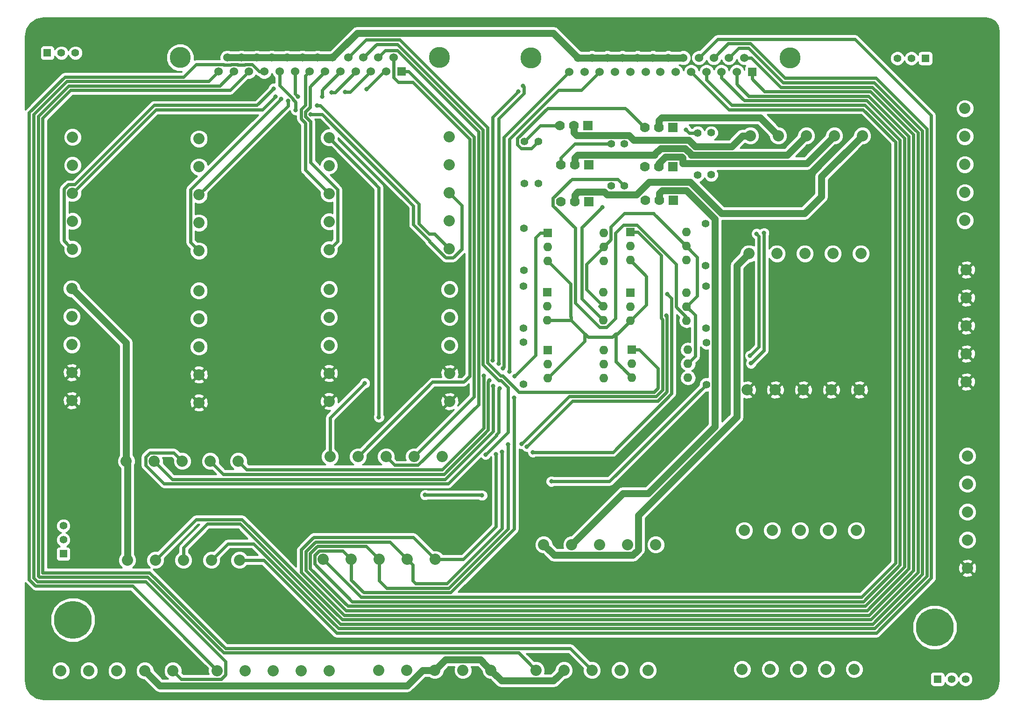
<source format=gbl>
G04 #@! TF.FileFunction,Copper,L2,Bot,Signal*
%FSLAX46Y46*%
G04 Gerber Fmt 4.6, Leading zero omitted, Abs format (unit mm)*
G04 Created by KiCad (PCBNEW 4.0.4-stable) date 11/11/17 12:43:10*
%MOMM*%
%LPD*%
G01*
G04 APERTURE LIST*
%ADD10C,0.100000*%
%ADD11C,2.032000*%
%ADD12R,1.397000X1.397000*%
%ADD13C,1.397000*%
%ADD14C,3.810000*%
%ADD15C,1.524000*%
%ADD16R,1.524000X1.524000*%
%ADD17R,1.600000X1.600000*%
%ADD18O,1.600000X1.600000*%
%ADD19R,1.778000X1.778000*%
%ADD20C,1.778000*%
%ADD21C,6.858000*%
%ADD22C,0.825500*%
%ADD23C,0.558800*%
%ADD24C,1.270000*%
%ADD25C,0.254000*%
G04 APERTURE END LIST*
D10*
D11*
X188825000Y-99925600D03*
X188825000Y-105005600D03*
X188825000Y-110085600D03*
X188825000Y-115165600D03*
X188825000Y-120245600D03*
X264640320Y-118163780D03*
X269720320Y-118163780D03*
X274800320Y-118163780D03*
X279880320Y-118163780D03*
X284960320Y-118163780D03*
X304114200Y-87457280D03*
X304114200Y-82377280D03*
X304114200Y-77297280D03*
X304114200Y-72217280D03*
X304114200Y-67137280D03*
X265199220Y-72088400D03*
X270279220Y-72088400D03*
X275359220Y-72088400D03*
X280439220Y-72088400D03*
X285519220Y-72088400D03*
X304370740Y-116718080D03*
X304370740Y-111638080D03*
X304370740Y-106558080D03*
X304370740Y-101478080D03*
X304370740Y-96398080D03*
D12*
X296951400Y-58059320D03*
D13*
X294411400Y-58059320D03*
X291871400Y-58059320D03*
D11*
X264949580Y-93441760D03*
X270029580Y-93441760D03*
X275109580Y-93441760D03*
X280189580Y-93441760D03*
X285269580Y-93441760D03*
D14*
X272381980Y-57945020D03*
X225391980Y-57945020D03*
D15*
X232376980Y-60485020D03*
X235170980Y-60485020D03*
X237837980Y-60485020D03*
X240631980Y-60485020D03*
X243425980Y-60485020D03*
X246219980Y-60485020D03*
X248886980Y-60485020D03*
X251680980Y-60485020D03*
X254474980Y-60485020D03*
X257268980Y-60485020D03*
X259935980Y-60485020D03*
X262729980Y-60485020D03*
D16*
X265523980Y-60485020D03*
D15*
X233951780Y-57945020D03*
X236491780Y-57945020D03*
X239285780Y-57945020D03*
X242028980Y-57945020D03*
X244772180Y-57945020D03*
X247566180Y-57945020D03*
X250309380Y-57945020D03*
X253052580Y-57945020D03*
X255897380Y-57945020D03*
X258589780Y-57945020D03*
X261332980Y-57945020D03*
X264126980Y-57945020D03*
D11*
X263728900Y-168838660D03*
X268808900Y-168838660D03*
X273888900Y-168838660D03*
X278968900Y-168838660D03*
X284048900Y-168838660D03*
X304555740Y-150495800D03*
X304555740Y-145415800D03*
X304555740Y-140335800D03*
X304555740Y-135255800D03*
X304555740Y-130175800D03*
X264104800Y-143671720D03*
X269184800Y-143671720D03*
X274264800Y-143671720D03*
X279344800Y-143671720D03*
X284424800Y-143671720D03*
D12*
X299150000Y-170640000D03*
D13*
X301690000Y-170640000D03*
X304230000Y-170640000D03*
D11*
X246672780Y-169018400D03*
X241592780Y-169018400D03*
X236512780Y-169018400D03*
X231432780Y-169018400D03*
X226352780Y-169018400D03*
X227744420Y-146258920D03*
X232824420Y-146258920D03*
X237904420Y-146258920D03*
X242984420Y-146258920D03*
X248064420Y-146258920D03*
D14*
X208805780Y-57919620D03*
X161815780Y-57919620D03*
D15*
X168800780Y-60459620D03*
X171594780Y-60459620D03*
X174261780Y-60459620D03*
X177055780Y-60459620D03*
X179849780Y-60459620D03*
X182643780Y-60459620D03*
X185310780Y-60459620D03*
X188104780Y-60459620D03*
X190898780Y-60459620D03*
X193692780Y-60459620D03*
X196359780Y-60459620D03*
X199153780Y-60459620D03*
D16*
X201947780Y-60459620D03*
D15*
X170375580Y-57919620D03*
X172915580Y-57919620D03*
X175709580Y-57919620D03*
X178452780Y-57919620D03*
X181195980Y-57919620D03*
X183989980Y-57919620D03*
X186733180Y-57919620D03*
X189476380Y-57919620D03*
X192321180Y-57919620D03*
X195013580Y-57919620D03*
X197756780Y-57919620D03*
X200550780Y-57919620D03*
D11*
X142297100Y-72327840D03*
X142297100Y-77407840D03*
X142297100Y-82487840D03*
X142297100Y-87567840D03*
X142297100Y-92647840D03*
X165228220Y-72617060D03*
X165228220Y-77697060D03*
X165228220Y-82777060D03*
X165228220Y-87857060D03*
X165228220Y-92937060D03*
X210647140Y-72282960D03*
X210647140Y-77362960D03*
X210647140Y-82442960D03*
X210647140Y-87522960D03*
X210647140Y-92602960D03*
X188825000Y-72437720D03*
X188825000Y-77517720D03*
X188825000Y-82597720D03*
X188825000Y-87677720D03*
X188825000Y-92757720D03*
D12*
X137750000Y-57060000D03*
D13*
X140290000Y-57060000D03*
X142830000Y-57060000D03*
D11*
X172573240Y-149052720D03*
X167493240Y-149052720D03*
X162413240Y-149052720D03*
X157333240Y-149052720D03*
X152253240Y-149052720D03*
X160489000Y-169102540D03*
X155409000Y-169102540D03*
X150329000Y-169102540D03*
X145249000Y-169102540D03*
X140169000Y-169102540D03*
X188848100Y-169089840D03*
X183768100Y-169089840D03*
X178688100Y-169089840D03*
X173608100Y-169089840D03*
X168528100Y-169089840D03*
X218171440Y-169033640D03*
X213091440Y-169033640D03*
X208011440Y-169033640D03*
X202931440Y-169033640D03*
X197851440Y-169033640D03*
X209313280Y-130278280D03*
X204233280Y-130278280D03*
X199153280Y-130278280D03*
X194073280Y-130278280D03*
X188993280Y-130278280D03*
X172351520Y-131101640D03*
X167271520Y-131101640D03*
X162191520Y-131101640D03*
X157111520Y-131101640D03*
X152031520Y-131101640D03*
X208098480Y-148898600D03*
X203018480Y-148898600D03*
X197938480Y-148898600D03*
X192858480Y-148898600D03*
X187778480Y-148898600D03*
D12*
X140640000Y-147920000D03*
D13*
X140640000Y-145380000D03*
X140640000Y-142840000D03*
D11*
X142187880Y-99792860D03*
X142187880Y-104872860D03*
X142187880Y-109952860D03*
X142187880Y-115032860D03*
X142187880Y-120112860D03*
X165228220Y-100183680D03*
X165228220Y-105263680D03*
X165228220Y-110343680D03*
X165228220Y-115423680D03*
X165228220Y-120503680D03*
X210690320Y-99948640D03*
X210690320Y-105028640D03*
X210690320Y-110108640D03*
X210690320Y-115188640D03*
X210690320Y-120268640D03*
D13*
X224240000Y-73150000D03*
X224240000Y-80770000D03*
X226760000Y-73150000D03*
X226760000Y-80770000D03*
X239980000Y-73580000D03*
X239980000Y-81200000D03*
X242370000Y-73570000D03*
X242370000Y-81190000D03*
X258120000Y-71550000D03*
X258120000Y-79170000D03*
X255660000Y-71580000D03*
X255660000Y-79200000D03*
D17*
X228450000Y-89720000D03*
D18*
X238610000Y-94800000D03*
X228450000Y-92260000D03*
X238610000Y-92260000D03*
X228450000Y-94800000D03*
X238610000Y-89720000D03*
D17*
X243430000Y-89580000D03*
D18*
X253590000Y-94660000D03*
X243430000Y-92120000D03*
X253590000Y-92120000D03*
X243430000Y-94660000D03*
X253590000Y-89580000D03*
D17*
X228360000Y-100430000D03*
D18*
X238520000Y-105510000D03*
X228360000Y-102970000D03*
X238520000Y-102970000D03*
X228360000Y-105510000D03*
X238520000Y-100430000D03*
D17*
X243500000Y-100520000D03*
D18*
X253660000Y-105600000D03*
X243500000Y-103060000D03*
X253660000Y-103060000D03*
X243500000Y-105600000D03*
X253660000Y-100520000D03*
D17*
X228460000Y-110990000D03*
D18*
X238620000Y-116070000D03*
X228460000Y-113530000D03*
X238620000Y-113530000D03*
X228460000Y-116070000D03*
X238620000Y-110990000D03*
D17*
X243750000Y-110890000D03*
D18*
X253910000Y-115970000D03*
X243750000Y-113430000D03*
X253910000Y-113430000D03*
X243750000Y-115970000D03*
X253910000Y-110890000D03*
D19*
X235760000Y-70260000D03*
D20*
X230680000Y-70260000D03*
X233220000Y-70260000D03*
D19*
X251230000Y-83800000D03*
D20*
X246150000Y-83800000D03*
X248690000Y-83800000D03*
D19*
X235940000Y-84080000D03*
D20*
X230860000Y-84080000D03*
X233400000Y-84080000D03*
D19*
X251130000Y-70590000D03*
D20*
X246050000Y-70590000D03*
X248590000Y-70590000D03*
D19*
X251170000Y-77670000D03*
D20*
X246090000Y-77670000D03*
X248630000Y-77670000D03*
D19*
X235930000Y-77340000D03*
D20*
X230850000Y-77340000D03*
X233390000Y-77340000D03*
D21*
X142380000Y-159870000D03*
X298640500Y-161216340D03*
D13*
X224130000Y-96480000D03*
X224130000Y-88860000D03*
X257130000Y-88050000D03*
X257130000Y-95670000D03*
X224060000Y-107010000D03*
X224060000Y-99390000D03*
X257210000Y-99330000D03*
X257210000Y-106950000D03*
X224090000Y-117120000D03*
X224090000Y-109500000D03*
X257240000Y-109590000D03*
X257240000Y-117210000D03*
D22*
X197850000Y-123150000D03*
X187580000Y-65001782D03*
X181360257Y-65779330D03*
X179100000Y-65000000D03*
X191710000Y-64170000D03*
X183180000Y-65001782D03*
X186664098Y-66603976D03*
X185501644Y-68179900D03*
X182796522Y-67428348D03*
X229120000Y-134770000D03*
X216550000Y-137300000D03*
X206250000Y-137220000D03*
X195290000Y-116950000D03*
X217190000Y-129910000D03*
X189260000Y-64188971D03*
X180150000Y-65380000D03*
X220310000Y-114240000D03*
X218600000Y-117470000D03*
X223135963Y-64048240D03*
X218496150Y-112790000D03*
X216870530Y-115660000D03*
X222466150Y-115690000D03*
X222370000Y-119640000D03*
X223760000Y-127960000D03*
X221250000Y-128080000D03*
X249973840Y-104710000D03*
X224707690Y-128476921D03*
X220210000Y-129440000D03*
X250140000Y-100780000D03*
X225780000Y-129480000D03*
X219110000Y-129820000D03*
X178770000Y-63530000D03*
X195650000Y-63640000D03*
X253510000Y-70970000D03*
X224010000Y-63060000D03*
X219550000Y-113410000D03*
X217900000Y-116500000D03*
X221520000Y-114820000D03*
X219780000Y-117910000D03*
X238350000Y-85040000D03*
X265330000Y-113370000D03*
X267680000Y-89740000D03*
X265160000Y-111950000D03*
X266360000Y-89870000D03*
D23*
X246330000Y-97560000D02*
X246330000Y-102770000D01*
X244299999Y-104800001D02*
X243500000Y-105600000D01*
X246330000Y-102770000D02*
X244299999Y-104800001D01*
X243430000Y-94660000D02*
X246330000Y-97560000D01*
X235190000Y-107960000D02*
X235860000Y-108630000D01*
X235860000Y-108630000D02*
X240170000Y-108630000D01*
X240170000Y-108630000D02*
X240840000Y-107960000D01*
X232630000Y-104870000D02*
X232740000Y-104980000D01*
X232740000Y-104980000D02*
X232740000Y-105510000D01*
X228450000Y-94800000D02*
X232630000Y-98980000D01*
X232630000Y-98980000D02*
X232630000Y-104870000D01*
X228460000Y-116070000D02*
X235190000Y-109340000D01*
X235190000Y-109340000D02*
X235190000Y-107960000D01*
X240840000Y-107960000D02*
X241140000Y-107960000D01*
X240840000Y-107960000D02*
X240840000Y-113060000D01*
X240840000Y-113060000D02*
X242080000Y-114300000D01*
X242080000Y-114300000D02*
X243750000Y-115970000D01*
X241140000Y-107960000D02*
X243500000Y-105600000D01*
X232740000Y-105510000D02*
X235190000Y-107960000D01*
X228360000Y-105510000D02*
X232740000Y-105510000D01*
X135262811Y-68236677D02*
X135262811Y-152253323D01*
X170077501Y-169833553D02*
X169271813Y-170639241D01*
X170077501Y-167407501D02*
X170077501Y-169833553D01*
X161504999Y-170118539D02*
X160489000Y-169102540D01*
X155607189Y-152937189D02*
X170077501Y-167407501D01*
X141276677Y-62222811D02*
X135262811Y-68236677D01*
X167037590Y-62222810D02*
X141276677Y-62222811D01*
X169271813Y-170639241D02*
X162025701Y-170639241D01*
X168800780Y-60459620D02*
X167037590Y-62222810D01*
X135262811Y-152253323D02*
X135946677Y-152937189D01*
X162025701Y-170639241D02*
X161504999Y-170118539D01*
X135946677Y-152937189D02*
X155607189Y-152937189D01*
X155944891Y-152124379D02*
X169683323Y-165862811D01*
X223197191Y-165862811D02*
X225336781Y-168002401D01*
X225336781Y-168002401D02*
X226352780Y-169018400D01*
X136283355Y-152124379D02*
X155944891Y-152124379D01*
X136075622Y-151916646D02*
X136283355Y-152124379D01*
X169018779Y-63035621D02*
X141613355Y-63035621D01*
X171594780Y-60459620D02*
X169018779Y-63035621D01*
X169683323Y-165862811D02*
X223197191Y-165862811D01*
X136075622Y-68573354D02*
X136075622Y-151916646D01*
X141613355Y-63035621D02*
X136075622Y-68573354D01*
X170020000Y-165050000D02*
X232544380Y-165050000D01*
X156281569Y-151311569D02*
X170020000Y-165050000D01*
X136888433Y-68910031D02*
X136888433Y-151311569D01*
X170872968Y-63848432D02*
X141950032Y-63848432D01*
X136888433Y-151311569D02*
X156281569Y-151311569D01*
X141950032Y-63848432D02*
X136888433Y-68910031D01*
X174261780Y-60459620D02*
X170872968Y-63848432D01*
X235496781Y-168002401D02*
X236512780Y-169018400D01*
X232544380Y-165050000D02*
X235496781Y-168002401D01*
X247759994Y-118560000D02*
X248481567Y-117838427D01*
X217550000Y-70620000D02*
X217550000Y-113230206D01*
X245108800Y-110890000D02*
X243750000Y-110890000D01*
X248481567Y-114262767D02*
X245108800Y-110890000D01*
X248481567Y-117838427D02*
X248481567Y-114262767D01*
X219960832Y-115641038D02*
X220310830Y-115641038D01*
X217550000Y-113230206D02*
X219960832Y-115641038D01*
X201598409Y-54668409D02*
X217550000Y-70620000D01*
X195572391Y-54668409D02*
X201598409Y-54668409D01*
X192321180Y-57919620D02*
X195572391Y-54668409D01*
X220310830Y-115641038D02*
X223229792Y-118560000D01*
X223229792Y-118560000D02*
X247759994Y-118560000D01*
X197850000Y-123150000D02*
X197850000Y-81462720D01*
X197850000Y-81462720D02*
X188825000Y-72437720D01*
X200169279Y-131294279D02*
X199153280Y-130278280D01*
X204976993Y-131827681D02*
X200702681Y-131827681D01*
X215924380Y-120880294D02*
X204976993Y-131827681D01*
X200702681Y-131827681D02*
X200169279Y-131294279D01*
X215924380Y-71376028D02*
X215924380Y-120880294D01*
X199052181Y-56624219D02*
X201172571Y-56624219D01*
X201172571Y-56624219D02*
X215924380Y-71376028D01*
X197756780Y-57919620D02*
X199052181Y-56624219D01*
X215111569Y-119399991D02*
X205249279Y-129262281D01*
X215111569Y-72302609D02*
X215111569Y-119399991D01*
X203268580Y-60459620D02*
X215111569Y-72302609D01*
X201947780Y-60459620D02*
X203268580Y-60459620D01*
X205249279Y-129262281D02*
X204233280Y-130278280D01*
X187580000Y-64418066D02*
X187580000Y-65001782D01*
X187580000Y-63778400D02*
X187580000Y-64418066D01*
X181360257Y-66645023D02*
X181360257Y-66363046D01*
X190898780Y-60459620D02*
X187580000Y-63778400D01*
X181360257Y-66363046D02*
X181360257Y-65779330D01*
X165228220Y-82777060D02*
X181360257Y-66645023D01*
X157422129Y-67362811D02*
X143313099Y-81471841D01*
X176737189Y-67362811D02*
X157422129Y-67362811D01*
X143313099Y-81471841D02*
X142297100Y-82487840D01*
X179100000Y-65000000D02*
X176737189Y-67362811D01*
X196359780Y-60459620D02*
X192649400Y-64170000D01*
X192649400Y-64170000D02*
X191710000Y-64170000D01*
X185440000Y-69486546D02*
X185440000Y-76919606D01*
X184555493Y-67725747D02*
X184555493Y-68602039D01*
X188104780Y-60459620D02*
X185372381Y-63192019D01*
X185372381Y-66908859D02*
X184555493Y-67725747D01*
X185440000Y-76919606D02*
X190374401Y-81854007D01*
X190374401Y-91208319D02*
X189840999Y-91741721D01*
X190374401Y-81854007D02*
X190374401Y-91208319D01*
X185372381Y-63192019D02*
X185372381Y-66908859D01*
X189840999Y-91741721D02*
X188825000Y-92757720D01*
X184555493Y-68602039D02*
X185440000Y-69486546D01*
X182767251Y-64589033D02*
X183180000Y-65001782D01*
X182643780Y-64465562D02*
X182767251Y-64589033D01*
X182643780Y-60459620D02*
X182643780Y-64465562D01*
X207944180Y-89900000D02*
X206950000Y-89900000D01*
X205090000Y-84446162D02*
X187247814Y-66603976D01*
X206950000Y-89900000D02*
X205090000Y-88040000D01*
X205090000Y-88040000D02*
X205090000Y-84446162D01*
X210647140Y-92602960D02*
X207944180Y-89900000D01*
X187247814Y-66603976D02*
X186664098Y-66603976D01*
X179849780Y-62929780D02*
X182233849Y-65313849D01*
X179849780Y-60459620D02*
X179849780Y-62929780D01*
X182796522Y-65978608D02*
X182796522Y-66844632D01*
X182233849Y-65415935D02*
X182796522Y-65978608D01*
X182796522Y-66844632D02*
X182796522Y-67428348D01*
X182233849Y-65313849D02*
X182233849Y-65415935D01*
X187540920Y-68179900D02*
X186085360Y-68179900D01*
X212900000Y-84695820D02*
X212900000Y-92643214D01*
X207060514Y-91160000D02*
X204130000Y-88229486D01*
X207060514Y-91309448D02*
X207060514Y-91160000D01*
X211313214Y-94230000D02*
X209981066Y-94230000D01*
X209981066Y-94230000D02*
X207060514Y-91309448D01*
X204130000Y-84768980D02*
X187540920Y-68179900D01*
X210647140Y-82442960D02*
X212900000Y-84695820D01*
X186085360Y-68179900D02*
X185501644Y-68179900D01*
X204130000Y-88229486D02*
X204130000Y-84768980D01*
X212900000Y-92643214D02*
X211313214Y-94230000D01*
X184548781Y-61221619D02*
X184548781Y-66487638D01*
X183742683Y-68970731D02*
X184548781Y-69776829D01*
X184548781Y-66487638D02*
X183742683Y-67293736D01*
X185310780Y-60459620D02*
X184548781Y-61221619D01*
X183742683Y-67293736D02*
X183742683Y-68970731D01*
X187809001Y-81581721D02*
X188825000Y-82597720D01*
X184548781Y-69776829D02*
X184548781Y-78321501D01*
X184548781Y-78321501D02*
X187809001Y-81581721D01*
D24*
X250309380Y-57945020D02*
X253052580Y-57945020D01*
X247566180Y-57945020D02*
X250309380Y-57945020D01*
X244772180Y-57945020D02*
X247566180Y-57945020D01*
X242028980Y-57945020D02*
X244772180Y-57945020D01*
X239285780Y-57945020D02*
X242028980Y-57945020D01*
X236491780Y-57945020D02*
X239285780Y-57945020D01*
X233951780Y-57945020D02*
X236491780Y-57945020D01*
X172915580Y-57919620D02*
X170375580Y-57919620D01*
X175709580Y-57919620D02*
X172915580Y-57919620D01*
X178452780Y-57919620D02*
X175709580Y-57919620D01*
X181195980Y-57919620D02*
X178452780Y-57919620D01*
X183989980Y-57919620D02*
X181195980Y-57919620D01*
X186733180Y-57919620D02*
X183989980Y-57919620D01*
X189476380Y-57919620D02*
X186733180Y-57919620D01*
X233951780Y-57945020D02*
X229506759Y-53499999D01*
X229506759Y-53499999D02*
X193896001Y-53499999D01*
X193896001Y-53499999D02*
X190238379Y-57157621D01*
X190238379Y-57157621D02*
X189476380Y-57919620D01*
D23*
X229120000Y-134770000D02*
X239680000Y-134770000D01*
X239680000Y-134770000D02*
X257240000Y-117210000D01*
X206250000Y-137220000D02*
X216470000Y-137220000D01*
X216470000Y-137220000D02*
X216550000Y-137300000D01*
X195290000Y-116950000D02*
X188993280Y-123246720D01*
X188993280Y-123246720D02*
X188993280Y-130278280D01*
D24*
X208011440Y-169033640D02*
X205750842Y-169033640D01*
X156424999Y-170118539D02*
X155409000Y-169102540D01*
X205750842Y-169033640D02*
X202976831Y-171807651D01*
X202976831Y-171807651D02*
X158114111Y-171807651D01*
X158114111Y-171807651D02*
X156424999Y-170118539D01*
X218171440Y-169033640D02*
X220061201Y-170923401D01*
X220061201Y-170923401D02*
X229527779Y-170923401D01*
X229527779Y-170923401D02*
X230416781Y-170034399D01*
X230416781Y-170034399D02*
X231432780Y-169018400D01*
X208011440Y-169033640D02*
X209916441Y-167128639D01*
X209916441Y-167128639D02*
X216266439Y-167128639D01*
X216266439Y-167128639D02*
X217155441Y-168017641D01*
X217155441Y-168017641D02*
X218171440Y-169033640D01*
X152031520Y-131101640D02*
X152031520Y-109636500D01*
X152031520Y-109636500D02*
X142187880Y-99792860D01*
X152253240Y-149052720D02*
X152253240Y-131323360D01*
X152253240Y-131323360D02*
X152031520Y-131101640D01*
D23*
X195089279Y-129262281D02*
X194073280Y-130278280D01*
X200550780Y-57919620D02*
X200550780Y-61546742D01*
X207601046Y-116750514D02*
X195089279Y-129262281D01*
X214298760Y-72668760D02*
X214298760Y-115670514D01*
X201394038Y-62390000D02*
X204020000Y-62390000D01*
X200550780Y-61546742D02*
X201394038Y-62390000D01*
X214298760Y-115670514D02*
X213218760Y-116750514D01*
X204020000Y-62390000D02*
X214298760Y-72668760D01*
X213218760Y-116750514D02*
X207601046Y-116750514D01*
X217602749Y-129497251D02*
X217190000Y-129910000D01*
X221257189Y-125842811D02*
X217602749Y-129497251D01*
X219624155Y-116453849D02*
X219974153Y-116453849D01*
X216737189Y-113566883D02*
X219624155Y-116453849D01*
X219974153Y-116453849D02*
X221257189Y-117736885D01*
X216737189Y-71039349D02*
X216737189Y-113566883D01*
X197451980Y-55481220D02*
X201179060Y-55481220D01*
X195013580Y-57919620D02*
X197451980Y-55481220D01*
X201179060Y-55481220D02*
X216737189Y-71039349D01*
X221257189Y-117736885D02*
X221257189Y-125842811D01*
X189843716Y-64188971D02*
X189260000Y-64188971D01*
X193692780Y-60459620D02*
X189963429Y-64188971D01*
X189963429Y-64188971D02*
X189843716Y-64188971D01*
X180150000Y-65380000D02*
X163678819Y-81851181D01*
X163678819Y-81851181D02*
X163678819Y-91387659D01*
X163678819Y-91387659D02*
X164212221Y-91921061D01*
X164212221Y-91921061D02*
X165228220Y-92937060D01*
X157111520Y-131101640D02*
X160399880Y-134390000D01*
X160399880Y-134390000D02*
X209880000Y-134390000D01*
X209880000Y-134390000D02*
X218600000Y-125670000D01*
X218600000Y-125670000D02*
X218600000Y-118053716D01*
X218600000Y-118053716D02*
X218600000Y-117470000D01*
X220510000Y-114040000D02*
X220310000Y-114240000D01*
X220510000Y-72352000D02*
X220510000Y-114040000D01*
X232376980Y-60485020D02*
X220510000Y-72352000D01*
X222723214Y-64460989D02*
X223135963Y-64048240D01*
X218496150Y-68688053D02*
X222723214Y-64460989D01*
X218496150Y-112790000D02*
X218496150Y-68688053D01*
X216870530Y-116243716D02*
X216870530Y-115660000D01*
X216841039Y-116273207D02*
X216870530Y-116243716D01*
X209330534Y-132640490D02*
X216841038Y-125129986D01*
X173890370Y-132640490D02*
X209330534Y-132640490D01*
X216841038Y-125129986D02*
X216841039Y-116273207D01*
X172351520Y-131101640D02*
X173890370Y-132640490D01*
X188794479Y-149914599D02*
X187778480Y-148898600D01*
X194639879Y-155759999D02*
X188794479Y-149914599D01*
X285369999Y-155759999D02*
X194639879Y-155759999D01*
X291517189Y-149612809D02*
X285369999Y-155759999D01*
X291517189Y-73186677D02*
X291517189Y-149612809D01*
X285663323Y-67332811D02*
X291517189Y-73186677D01*
X261322771Y-67332811D02*
X285663323Y-67332811D01*
X254474980Y-60485020D02*
X261322771Y-67332811D01*
X261810000Y-66520000D02*
X257268980Y-61978980D01*
X286000000Y-66520000D02*
X261810000Y-66520000D01*
X292330000Y-149949486D02*
X292330000Y-72850000D01*
X285706676Y-156572810D02*
X292330000Y-149949486D01*
X193023324Y-156572810D02*
X285706676Y-156572810D01*
X186229079Y-149778565D02*
X193023324Y-156572810D01*
X187034767Y-147349199D02*
X186229079Y-148154887D01*
X192858480Y-148898600D02*
X191309079Y-147349199D01*
X257268980Y-61978980D02*
X257268980Y-60485020D01*
X186229079Y-148154887D02*
X186229079Y-149778565D01*
X292330000Y-72850000D02*
X286000000Y-66520000D01*
X191309079Y-147349199D02*
X187034767Y-147349199D01*
X222466150Y-115690000D02*
X226260000Y-111896150D01*
X227091200Y-89720000D02*
X228450000Y-89720000D01*
X226260000Y-111896150D02*
X226260000Y-90551200D01*
X226260000Y-90551200D02*
X227091200Y-89720000D01*
X210832811Y-154947189D02*
X222370000Y-143410000D01*
X222370000Y-143410000D02*
X222370000Y-119640000D01*
X195090000Y-154947189D02*
X210832811Y-154947189D01*
X192858480Y-152715669D02*
X195090000Y-154947189D01*
X192858480Y-148898600D02*
X192858480Y-152715669D01*
X185416271Y-147818213D02*
X186698093Y-146536391D01*
X293142809Y-72513323D02*
X293142809Y-150286157D01*
X264080520Y-65707190D02*
X286336676Y-65707190D01*
X192204083Y-157385619D02*
X185416271Y-150597807D01*
X259935980Y-61562650D02*
X264080520Y-65707190D01*
X286043347Y-157385619D02*
X192204083Y-157385619D01*
X286336676Y-65707190D02*
X293142809Y-72513323D01*
X196922481Y-147882601D02*
X197938480Y-148898600D01*
X185416271Y-150597807D02*
X185416271Y-147818213D01*
X259935980Y-60485020D02*
X259935980Y-61562650D01*
X293142809Y-150286157D02*
X286043347Y-157385619D01*
X186698093Y-146536391D02*
X195576271Y-146536391D01*
X195576271Y-146536391D02*
X196922481Y-147882601D01*
X249294378Y-105430844D02*
X249027688Y-105164154D01*
X249294378Y-118175104D02*
X249294378Y-105430844D01*
X249027688Y-93818888D02*
X244788800Y-89580000D01*
X248096673Y-119372809D02*
X249294378Y-118175104D01*
X232347190Y-119372810D02*
X248096673Y-119372809D01*
X223760000Y-127960000D02*
X232347190Y-119372810D01*
X249027688Y-105164154D02*
X249027688Y-93818888D01*
X244788800Y-89580000D02*
X243430000Y-89580000D01*
X210485621Y-154134379D02*
X221250000Y-143370000D01*
X221250000Y-143370000D02*
X221250000Y-128080000D01*
X199274379Y-154134379D02*
X210485621Y-154134379D01*
X197938480Y-152798480D02*
X199274379Y-154134379D01*
X197938480Y-148898600D02*
X197938480Y-152798480D01*
X293955620Y-150622834D02*
X293955620Y-72235620D01*
X191867406Y-158198430D02*
X286380024Y-158198430D01*
X184603460Y-150934484D02*
X191867406Y-158198430D01*
X184603460Y-147481536D02*
X184603460Y-150934484D01*
X199843460Y-145723580D02*
X186361416Y-145723580D01*
X203018480Y-148898600D02*
X199843460Y-145723580D01*
X186361416Y-145723580D02*
X184603460Y-147481536D01*
X286380024Y-158198430D02*
X293955620Y-150622834D01*
X224707690Y-128476921D02*
X232998991Y-120185620D01*
X250107189Y-104843349D02*
X249973840Y-104710000D01*
X248433351Y-120185619D02*
X250107189Y-118511781D01*
X232998991Y-120185620D02*
X248433351Y-120185619D01*
X250107189Y-118511781D02*
X250107189Y-104843349D01*
X220185257Y-143285257D02*
X220210000Y-143260514D01*
X220210000Y-143260514D02*
X220210000Y-129440000D01*
X210148945Y-153321569D02*
X220185257Y-143285257D01*
X204551569Y-153321569D02*
X210148945Y-153321569D01*
X203018480Y-148898600D02*
X204034479Y-149914599D01*
X204034479Y-149914599D02*
X204034479Y-152804479D01*
X204034479Y-152804479D02*
X204551569Y-153321569D01*
X264904380Y-64894380D02*
X262729980Y-62719980D01*
X262729980Y-62719980D02*
X262729980Y-60485020D01*
X286673352Y-64894380D02*
X264904380Y-64894380D01*
X293955620Y-72235620D02*
X293955620Y-72176648D01*
X293955620Y-72176648D02*
X286673352Y-64894380D01*
X293955620Y-72235620D02*
X293940000Y-72220000D01*
X207082481Y-147882601D02*
X208098480Y-148898600D01*
X186024739Y-144910769D02*
X204110649Y-144910769D01*
X183790649Y-147144859D02*
X186024739Y-144910769D01*
X286707943Y-159019999D02*
X191539487Y-159019999D01*
X294768427Y-150959515D02*
X286707943Y-159019999D01*
X294768427Y-71839971D02*
X294768427Y-150959515D01*
X287010027Y-64081571D02*
X294768427Y-71839971D01*
X265523980Y-61805820D02*
X267799731Y-64081571D01*
X265523980Y-60485020D02*
X265523980Y-61805820D01*
X183790649Y-151271161D02*
X183790649Y-147144859D01*
X267799731Y-64081571D02*
X287010027Y-64081571D01*
X204110649Y-144910769D02*
X207082481Y-147882601D01*
X191539487Y-159019999D02*
X183790649Y-151271161D01*
X250552749Y-101192749D02*
X250140000Y-100780000D01*
X250942749Y-101582749D02*
X250552749Y-101192749D01*
X250942749Y-118825709D02*
X250942749Y-101582749D01*
X225780000Y-129480000D02*
X240288458Y-129480000D01*
X240288458Y-129480000D02*
X250942749Y-118825709D01*
X213158590Y-148898600D02*
X219110000Y-142947190D01*
X219110000Y-142947190D02*
X219110000Y-129820000D01*
X208098480Y-148898600D02*
X213158590Y-148898600D01*
X288054648Y-162271240D02*
X190192782Y-162271240D01*
X284148186Y-54544380D02*
X298019668Y-68415862D01*
X259298020Y-54544380D02*
X284148186Y-54544380D01*
X255897380Y-57945020D02*
X259298020Y-54544380D01*
X176974262Y-149052720D02*
X172573240Y-149052720D01*
X298019668Y-152306220D02*
X288054648Y-162271240D01*
X298019668Y-68415862D02*
X298019668Y-152306220D01*
X190192782Y-162271240D02*
X176974262Y-149052720D01*
X259351779Y-57183021D02*
X258589780Y-57945020D01*
X271465194Y-61643140D02*
X265179244Y-55357190D01*
X288020056Y-61643140D02*
X271465194Y-61643140D01*
X287717972Y-161458430D02*
X297206858Y-151969544D01*
X167493240Y-149052720D02*
X170485960Y-146060000D01*
X175131028Y-146060000D02*
X190529458Y-161458430D01*
X297206858Y-151969544D02*
X297206858Y-70829942D01*
X297206858Y-70829942D02*
X288020056Y-61643140D01*
X190529458Y-161458430D02*
X287717972Y-161458430D01*
X265179244Y-55357190D02*
X261177610Y-55357190D01*
X261177610Y-55357190D02*
X259351779Y-57183021D01*
X170485960Y-146060000D02*
X175131028Y-146060000D01*
X263108000Y-56170000D02*
X261332980Y-57945020D01*
X264842568Y-56170000D02*
X263108000Y-56170000D01*
X296394048Y-71166618D02*
X287683380Y-62455950D01*
X296394048Y-151632868D02*
X296394048Y-71166618D01*
X287381296Y-160645620D02*
X296394048Y-151632868D01*
X166730000Y-142482810D02*
X172703324Y-142482810D01*
X190866134Y-160645620D02*
X287381296Y-160645620D01*
X162413240Y-146799570D02*
X166730000Y-142482810D01*
X162413240Y-149052720D02*
X162413240Y-146799570D01*
X172703324Y-142482810D02*
X190866134Y-160645620D01*
X271128518Y-62455950D02*
X264842568Y-56170000D01*
X287683380Y-62455950D02*
X271128518Y-62455950D01*
X157333240Y-149036760D02*
X157333240Y-149052720D01*
X173040000Y-141670000D02*
X164700000Y-141670000D01*
X295581238Y-151296192D02*
X287044620Y-159832810D01*
X270718760Y-63268760D02*
X287346704Y-63268760D01*
X264126980Y-57945020D02*
X265395020Y-57945020D01*
X191202810Y-159832810D02*
X173040000Y-141670000D01*
X295581238Y-71503294D02*
X295581238Y-151296192D01*
X164700000Y-141670000D02*
X157333240Y-149036760D01*
X287044620Y-159832810D02*
X191202810Y-159832810D01*
X265395020Y-57945020D02*
X270718760Y-63268760D01*
X287346704Y-63268760D02*
X295581238Y-71503294D01*
X238610000Y-92260000D02*
X239943401Y-90926599D01*
X239943401Y-88586599D02*
X242330000Y-86200000D01*
X239943401Y-90926599D02*
X239943401Y-88586599D01*
X242330000Y-86200000D02*
X247700000Y-86200000D01*
X247700000Y-86200000D02*
X247700000Y-86230000D01*
X247700000Y-86230000D02*
X253590000Y-92120000D01*
X253660000Y-103060000D02*
X255550000Y-101170000D01*
X255550000Y-101170000D02*
X255550000Y-94080000D01*
X255550000Y-94080000D02*
X254389999Y-92919999D01*
X254389999Y-92919999D02*
X253590000Y-92120000D01*
X253910000Y-113430000D02*
X255243401Y-112096599D01*
X255243401Y-112096599D02*
X255243401Y-104643401D01*
X255243401Y-104643401D02*
X254459999Y-103859999D01*
X254459999Y-103859999D02*
X253660000Y-103060000D01*
X238520000Y-102970000D02*
X237880000Y-102970000D01*
D24*
X227744420Y-146258920D02*
X229649421Y-148163921D01*
X229649421Y-148163921D02*
X243898821Y-148163921D01*
X243898821Y-148163921D02*
X244889421Y-147173321D01*
X244889421Y-140945355D02*
X262735319Y-123099457D01*
X244889421Y-147173321D02*
X244889421Y-140945355D01*
X262735319Y-123099457D02*
X262735319Y-95656021D01*
X262735319Y-95656021D02*
X263933581Y-94457759D01*
X263933581Y-94457759D02*
X264949580Y-93441760D01*
D23*
X238520000Y-102970000D02*
X235490000Y-99940000D01*
X235490000Y-99940000D02*
X235490000Y-95380000D01*
X235490000Y-95380000D02*
X237810001Y-93059999D01*
X237810001Y-93059999D02*
X238610000Y-92260000D01*
X178770000Y-63530000D02*
X175750000Y-66550000D01*
X175750000Y-66550000D02*
X157085451Y-66550003D01*
X142697015Y-80938439D02*
X141553387Y-80938439D01*
X140747699Y-91098439D02*
X141281101Y-91631841D01*
X157085451Y-66550003D02*
X142697015Y-80938439D01*
X141553387Y-80938439D02*
X140747699Y-81744127D01*
X140747699Y-81744127D02*
X140747699Y-91098439D01*
X141281101Y-91631841D02*
X142297100Y-92647840D01*
X199153780Y-60459620D02*
X198830380Y-60459620D01*
X198830380Y-60459620D02*
X195650000Y-63640000D01*
D24*
X232824420Y-146258920D02*
X242105839Y-136977501D01*
X258827501Y-124852001D02*
X258827501Y-87207501D01*
X242105839Y-136977501D02*
X246702001Y-136977501D01*
X246702001Y-136977501D02*
X258827501Y-124852001D01*
X258827501Y-87207501D02*
X253641999Y-82021999D01*
X253641999Y-82021999D02*
X249210766Y-82021999D01*
X249210766Y-82021999D02*
X248690000Y-82542765D01*
X248690000Y-82542765D02*
X248690000Y-83800000D01*
X265199220Y-72088400D02*
X263762380Y-72088400D01*
X263762380Y-72088400D02*
X261812791Y-74037989D01*
X261812791Y-74037989D02*
X255226742Y-74037989D01*
X244076022Y-72843978D02*
X243214543Y-71982499D01*
X255226742Y-74037989D02*
X254032732Y-72843978D01*
X237360201Y-72038001D02*
X233740766Y-72038001D01*
X254032732Y-72843978D02*
X244076022Y-72843978D01*
X243214543Y-71982499D02*
X237415703Y-71982499D01*
X237415703Y-71982499D02*
X237360201Y-72038001D01*
X233740766Y-72038001D02*
X233220000Y-71517235D01*
X233220000Y-71517235D02*
X233220000Y-70260000D01*
X248590000Y-70590000D02*
X248590000Y-69332765D01*
X248590000Y-69332765D02*
X249110766Y-68811999D01*
X249110766Y-68811999D02*
X267002819Y-68811999D01*
X267002819Y-68811999D02*
X269263221Y-71072401D01*
X269263221Y-71072401D02*
X270279220Y-72088400D01*
X271885621Y-75561999D02*
X254472012Y-75561999D01*
X247867988Y-75438533D02*
X247867988Y-75561999D01*
X275359220Y-72088400D02*
X271885621Y-75561999D01*
X248938533Y-74367988D02*
X247867988Y-75438533D01*
X253401467Y-74367988D02*
X248938533Y-74367988D01*
X233910766Y-75561999D02*
X233390000Y-76082765D01*
X254472012Y-75438533D02*
X253401467Y-74367988D01*
X254472012Y-75561999D02*
X254472012Y-75438533D01*
X247867988Y-75561999D02*
X233910766Y-75561999D01*
X233390000Y-76082765D02*
X233390000Y-77340000D01*
X249824011Y-75891999D02*
X248630000Y-77086010D01*
X252770201Y-75891999D02*
X249824011Y-75891999D01*
X252948001Y-76069799D02*
X252770201Y-75891999D01*
X280439220Y-72088400D02*
X275441610Y-77086010D01*
X248630000Y-77086010D02*
X248630000Y-77670000D01*
X275441610Y-77086010D02*
X252948001Y-77086010D01*
X252948001Y-77086010D02*
X252948001Y-76069799D01*
X233400000Y-84080000D02*
X233400000Y-82822765D01*
X238732497Y-82301999D02*
X239217999Y-82787501D01*
X254273264Y-80497989D02*
X259955275Y-86180000D01*
X275000000Y-86180000D02*
X278100000Y-83080000D01*
X233400000Y-82822765D02*
X233920766Y-82301999D01*
X233920766Y-82301999D02*
X238732497Y-82301999D01*
X239217999Y-82787501D02*
X244531057Y-82787501D01*
X244531057Y-82787501D02*
X246820569Y-80497989D01*
X278100000Y-79507620D02*
X285519220Y-72088400D01*
X246820569Y-80497989D02*
X254273264Y-80497989D01*
X259955275Y-86180000D02*
X275000000Y-86180000D01*
X278100000Y-83080000D02*
X278100000Y-79507620D01*
D23*
X230680000Y-70260000D02*
X227130000Y-70260000D01*
X227130000Y-70260000D02*
X224240000Y-73150000D01*
X246050000Y-70590000D02*
X242530000Y-67070000D01*
X223008099Y-73741313D02*
X223648687Y-74381901D01*
X242530000Y-67070000D02*
X228496786Y-67070000D01*
X225528099Y-74381901D02*
X226061501Y-73848499D01*
X228496786Y-67070000D02*
X223008099Y-72558687D01*
X223008099Y-72558687D02*
X223008099Y-73741313D01*
X223648687Y-74381901D02*
X225528099Y-74381901D01*
X226061501Y-73848499D02*
X226760000Y-73150000D01*
X239980000Y-73580000D02*
X233352765Y-73580000D01*
X233352765Y-73580000D02*
X230850000Y-76082765D01*
X230850000Y-76082765D02*
X230850000Y-77340000D01*
X255660000Y-71580000D02*
X254120000Y-71580000D01*
X254120000Y-71580000D02*
X253510000Y-70970000D01*
X173537373Y-59215021D02*
X172293787Y-59215021D01*
X171048175Y-59164219D02*
X170997373Y-59215021D01*
X162460000Y-61410000D02*
X140940000Y-61410000D01*
X173588175Y-59164219D02*
X173537373Y-59215021D01*
X134450000Y-152590000D02*
X135610000Y-153750000D01*
X176178974Y-60459620D02*
X174883573Y-59164219D01*
X177055780Y-60459620D02*
X176178974Y-60459620D01*
X153188260Y-153750000D02*
X162230000Y-162791740D01*
X164705781Y-59164219D02*
X162460000Y-61410000D01*
X134450000Y-67900000D02*
X134450000Y-152590000D01*
X135610000Y-153750000D02*
X153188260Y-153750000D01*
X172293787Y-59215021D02*
X172242985Y-59164219D01*
X174883573Y-59164219D02*
X173588175Y-59164219D01*
X172242985Y-59164219D02*
X171048175Y-59164219D01*
X170997373Y-59215021D02*
X169753787Y-59215021D01*
X169753787Y-59215021D02*
X169702985Y-59164219D01*
X162230000Y-162791740D02*
X168528100Y-169089840D01*
X169702985Y-59164219D02*
X164705781Y-59164219D01*
X140940000Y-61410000D02*
X134450000Y-67900000D01*
X217653849Y-116746151D02*
X217900000Y-116500000D01*
X217653849Y-125466663D02*
X217653849Y-116746151D01*
X169623181Y-133453301D02*
X209667211Y-133453301D01*
X167271520Y-131101640D02*
X169623181Y-133453301D01*
X209667211Y-133453301D02*
X217653849Y-125466663D01*
X219550000Y-69010000D02*
X224146151Y-64413849D01*
X219550000Y-113410000D02*
X219550000Y-69010000D01*
X224146151Y-64413849D02*
X224146151Y-63196151D01*
X224146151Y-63196151D02*
X224010000Y-63060000D01*
X230420000Y-63770000D02*
X234553000Y-63770000D01*
X234553000Y-63770000D02*
X237837980Y-60485020D01*
X221520000Y-72670000D02*
X230420000Y-63770000D01*
X221520000Y-114820000D02*
X221520000Y-72670000D01*
X219560000Y-125859486D02*
X219560000Y-118130000D01*
X219560000Y-118130000D02*
X219780000Y-117910000D01*
X219130000Y-126490000D02*
X219130000Y-126289486D01*
X219130000Y-126289486D02*
X219560000Y-125859486D01*
X162191520Y-131101640D02*
X160642119Y-129552239D01*
X160642119Y-129552239D02*
X156367807Y-129552239D01*
X156367807Y-129552239D02*
X155562119Y-130357927D01*
X155562119Y-130357927D02*
X155562119Y-131845353D01*
X155562119Y-131845353D02*
X158919576Y-135202810D01*
X158919576Y-135202810D02*
X210417190Y-135202810D01*
X210417190Y-135202810D02*
X219130000Y-126490000D01*
X238350000Y-85040000D02*
X234677190Y-88712810D01*
X234677190Y-88712810D02*
X234677190Y-101667190D01*
X234677190Y-101667190D02*
X237720001Y-104710001D01*
X237720001Y-104710001D02*
X238520000Y-105510000D01*
X253660000Y-105600000D02*
X253660000Y-105033434D01*
X253660000Y-105033434D02*
X251755559Y-103128993D01*
X242203279Y-88246599D02*
X240756211Y-89693667D01*
X251755559Y-103128993D02*
X251755559Y-95397273D01*
X251755559Y-95397273D02*
X244604885Y-88246599D01*
X244604885Y-88246599D02*
X242203279Y-88246599D01*
X229437599Y-84762753D02*
X229437599Y-83397247D01*
X241148099Y-79968099D02*
X241671501Y-80491501D01*
X240756211Y-89693667D02*
X240756211Y-105247223D01*
X240756211Y-105247223D02*
X239160033Y-106843401D01*
X239160033Y-106843401D02*
X237879967Y-106843401D01*
X233442810Y-102406244D02*
X233442810Y-88767964D01*
X237879967Y-106843401D02*
X233442810Y-102406244D01*
X233442810Y-88767964D02*
X229437599Y-84762753D01*
X229437599Y-83397247D02*
X232866747Y-79968099D01*
X232866747Y-79968099D02*
X241148099Y-79968099D01*
X241671501Y-80491501D02*
X242370000Y-81190000D01*
X267680000Y-89740000D02*
X267680000Y-111020000D01*
X267680000Y-111020000D02*
X265330000Y-113370000D01*
X265572749Y-111537251D02*
X265160000Y-111950000D01*
X266772749Y-110337251D02*
X265572749Y-111537251D01*
X266360000Y-89870000D02*
X266772749Y-90282749D01*
X266772749Y-90282749D02*
X266772749Y-110337251D01*
D25*
G36*
X308871023Y-50897167D02*
X309609439Y-51390561D01*
X310102833Y-52128977D01*
X310290000Y-53069931D01*
X310290000Y-170930069D01*
X310026712Y-172253705D01*
X309316546Y-173316546D01*
X308253707Y-174026712D01*
X306930069Y-174290000D01*
X137069931Y-174290000D01*
X135746295Y-174026712D01*
X134683454Y-173316546D01*
X133973288Y-172253707D01*
X133710000Y-170930069D01*
X133710000Y-169429503D01*
X138517714Y-169429503D01*
X138768534Y-170036535D01*
X139232563Y-170501374D01*
X139839155Y-170753253D01*
X140495963Y-170753826D01*
X141102995Y-170503006D01*
X141567834Y-170038977D01*
X141819713Y-169432385D01*
X141819715Y-169429503D01*
X143597714Y-169429503D01*
X143848534Y-170036535D01*
X144312563Y-170501374D01*
X144919155Y-170753253D01*
X145575963Y-170753826D01*
X146182995Y-170503006D01*
X146647834Y-170038977D01*
X146899713Y-169432385D01*
X146899715Y-169429503D01*
X148677714Y-169429503D01*
X148928534Y-170036535D01*
X149392563Y-170501374D01*
X149999155Y-170753253D01*
X150655963Y-170753826D01*
X151262995Y-170503006D01*
X151727834Y-170038977D01*
X151979713Y-169432385D01*
X151980286Y-168775577D01*
X151729466Y-168168545D01*
X151265437Y-167703706D01*
X150658845Y-167451827D01*
X150002037Y-167451254D01*
X149395005Y-167702074D01*
X148930166Y-168166103D01*
X148678287Y-168772695D01*
X148677714Y-169429503D01*
X146899715Y-169429503D01*
X146900286Y-168775577D01*
X146649466Y-168168545D01*
X146185437Y-167703706D01*
X145578845Y-167451827D01*
X144922037Y-167451254D01*
X144315005Y-167702074D01*
X143850166Y-168166103D01*
X143598287Y-168772695D01*
X143597714Y-169429503D01*
X141819715Y-169429503D01*
X141820286Y-168775577D01*
X141569466Y-168168545D01*
X141105437Y-167703706D01*
X140498845Y-167451827D01*
X139842037Y-167451254D01*
X139235005Y-167702074D01*
X138770166Y-168166103D01*
X138518287Y-168772695D01*
X138517714Y-169429503D01*
X133710000Y-169429503D01*
X133710000Y-160674833D01*
X138315297Y-160674833D01*
X138932700Y-162169063D01*
X140074923Y-163313282D01*
X141568074Y-163933293D01*
X143184833Y-163934703D01*
X144679063Y-163317300D01*
X145823282Y-162175077D01*
X146443293Y-160681926D01*
X146444703Y-159065167D01*
X145827300Y-157570937D01*
X144685077Y-156426718D01*
X143191926Y-155806707D01*
X141575167Y-155805297D01*
X140080937Y-156422700D01*
X138936718Y-157564923D01*
X138316707Y-159058074D01*
X138315297Y-160674833D01*
X133710000Y-160674833D01*
X133710000Y-153096762D01*
X133792331Y-153219979D01*
X133803422Y-153236578D01*
X134963422Y-154396579D01*
X135260075Y-154594796D01*
X135610000Y-154664400D01*
X152809504Y-154664400D01*
X161583421Y-163438318D01*
X161583424Y-163438320D01*
X166885518Y-168740414D01*
X166877387Y-168759995D01*
X166876814Y-169416803D01*
X167004092Y-169724841D01*
X162404457Y-169724841D01*
X162151580Y-169471964D01*
X162151578Y-169471961D01*
X162131582Y-169451965D01*
X162139713Y-169432385D01*
X162140286Y-168775577D01*
X161889466Y-168168545D01*
X161425437Y-167703706D01*
X160818845Y-167451827D01*
X160162037Y-167451254D01*
X159555005Y-167702074D01*
X159090166Y-168166103D01*
X158838287Y-168772695D01*
X158837714Y-169429503D01*
X159088534Y-170036535D01*
X159552563Y-170501374D01*
X159639928Y-170537651D01*
X158640163Y-170537651D01*
X157323025Y-169220513D01*
X157323022Y-169220511D01*
X157060127Y-168957616D01*
X157060286Y-168775577D01*
X156809466Y-168168545D01*
X156345437Y-167703706D01*
X155738845Y-167451827D01*
X155082037Y-167451254D01*
X154475005Y-167702074D01*
X154010166Y-168166103D01*
X153758287Y-168772695D01*
X153757714Y-169429503D01*
X154008534Y-170036535D01*
X154472563Y-170501374D01*
X155079155Y-170753253D01*
X155263823Y-170753414D01*
X155526971Y-171016562D01*
X155526973Y-171016565D01*
X157216085Y-172705677D01*
X157628103Y-172980978D01*
X158114111Y-173077651D01*
X202976826Y-173077651D01*
X202976831Y-173077652D01*
X203462839Y-172980978D01*
X203874857Y-172705677D01*
X206276894Y-170303640D01*
X206946393Y-170303640D01*
X207075003Y-170432474D01*
X207681595Y-170684353D01*
X208338403Y-170684926D01*
X208945435Y-170434106D01*
X209410274Y-169970077D01*
X209662153Y-169363485D01*
X209662314Y-169178818D01*
X210442492Y-168398639D01*
X211567439Y-168398639D01*
X211440727Y-168703795D01*
X211440154Y-169360603D01*
X211690974Y-169967635D01*
X212155003Y-170432474D01*
X212761595Y-170684353D01*
X213418403Y-170684926D01*
X214025435Y-170434106D01*
X214490274Y-169970077D01*
X214742153Y-169363485D01*
X214742726Y-168706677D01*
X214615448Y-168398639D01*
X215740387Y-168398639D01*
X216257413Y-168915664D01*
X216257415Y-168915667D01*
X216520313Y-169178565D01*
X216520154Y-169360603D01*
X216770974Y-169967635D01*
X217235003Y-170432474D01*
X217841595Y-170684353D01*
X218026263Y-170684514D01*
X219163173Y-171821424D01*
X219163175Y-171821427D01*
X219341218Y-171940391D01*
X219575193Y-172096728D01*
X220061201Y-172193402D01*
X220061206Y-172193401D01*
X229527774Y-172193401D01*
X229527779Y-172193402D01*
X230013787Y-172096728D01*
X230425805Y-171821427D01*
X231314804Y-170932427D01*
X231314807Y-170932425D01*
X231577705Y-170669527D01*
X231759743Y-170669686D01*
X232366775Y-170418866D01*
X232831614Y-169954837D01*
X233083493Y-169348245D01*
X233084066Y-168691437D01*
X232833246Y-168084405D01*
X232369217Y-167619566D01*
X231762625Y-167367687D01*
X231105817Y-167367114D01*
X230498785Y-167617934D01*
X230033946Y-168081963D01*
X229782067Y-168688555D01*
X229781906Y-168873222D01*
X229518755Y-169136373D01*
X229518753Y-169136376D01*
X229001727Y-169653401D01*
X227876781Y-169653401D01*
X228003493Y-169348245D01*
X228004066Y-168691437D01*
X227753246Y-168084405D01*
X227289217Y-167619566D01*
X226682625Y-167367687D01*
X226025817Y-167367114D01*
X226003763Y-167376227D01*
X225983361Y-167355825D01*
X225983359Y-167355822D01*
X224591936Y-165964400D01*
X232165624Y-165964400D01*
X234850203Y-168648980D01*
X234850206Y-168648982D01*
X234870198Y-168668974D01*
X234862067Y-168688555D01*
X234861494Y-169345363D01*
X235112314Y-169952395D01*
X235576343Y-170417234D01*
X236182935Y-170669113D01*
X236839743Y-170669686D01*
X237446775Y-170418866D01*
X237911614Y-169954837D01*
X238163493Y-169348245D01*
X238163495Y-169345363D01*
X239941494Y-169345363D01*
X240192314Y-169952395D01*
X240656343Y-170417234D01*
X241262935Y-170669113D01*
X241919743Y-170669686D01*
X242526775Y-170418866D01*
X242991614Y-169954837D01*
X243243493Y-169348245D01*
X243243495Y-169345363D01*
X245021494Y-169345363D01*
X245272314Y-169952395D01*
X245736343Y-170417234D01*
X246342935Y-170669113D01*
X246999743Y-170669686D01*
X247606775Y-170418866D01*
X248071614Y-169954837D01*
X248323493Y-169348245D01*
X248323652Y-169165623D01*
X262077614Y-169165623D01*
X262328434Y-169772655D01*
X262792463Y-170237494D01*
X263399055Y-170489373D01*
X264055863Y-170489946D01*
X264662895Y-170239126D01*
X265127734Y-169775097D01*
X265379613Y-169168505D01*
X265379615Y-169165623D01*
X267157614Y-169165623D01*
X267408434Y-169772655D01*
X267872463Y-170237494D01*
X268479055Y-170489373D01*
X269135863Y-170489946D01*
X269742895Y-170239126D01*
X270207734Y-169775097D01*
X270459613Y-169168505D01*
X270459615Y-169165623D01*
X272237614Y-169165623D01*
X272488434Y-169772655D01*
X272952463Y-170237494D01*
X273559055Y-170489373D01*
X274215863Y-170489946D01*
X274822895Y-170239126D01*
X275287734Y-169775097D01*
X275539613Y-169168505D01*
X275539615Y-169165623D01*
X277317614Y-169165623D01*
X277568434Y-169772655D01*
X278032463Y-170237494D01*
X278639055Y-170489373D01*
X279295863Y-170489946D01*
X279902895Y-170239126D01*
X280367734Y-169775097D01*
X280619613Y-169168505D01*
X280619615Y-169165623D01*
X282397614Y-169165623D01*
X282648434Y-169772655D01*
X283112463Y-170237494D01*
X283719055Y-170489373D01*
X284375863Y-170489946D01*
X284982895Y-170239126D01*
X285281040Y-169941500D01*
X297804060Y-169941500D01*
X297804060Y-171338500D01*
X297848338Y-171573817D01*
X297987410Y-171789941D01*
X298199610Y-171934931D01*
X298451500Y-171985940D01*
X299848500Y-171985940D01*
X300083817Y-171941662D01*
X300299941Y-171802590D01*
X300444931Y-171590390D01*
X300495940Y-171338500D01*
X300495940Y-171242116D01*
X300558854Y-171394380D01*
X300933647Y-171769827D01*
X301423587Y-171973268D01*
X301954086Y-171973731D01*
X302444380Y-171771146D01*
X302819827Y-171396353D01*
X302960094Y-171058554D01*
X303098854Y-171394380D01*
X303473647Y-171769827D01*
X303963587Y-171973268D01*
X304494086Y-171973731D01*
X304984380Y-171771146D01*
X305359827Y-171396353D01*
X305563268Y-170906413D01*
X305563731Y-170375914D01*
X305361146Y-169885620D01*
X304986353Y-169510173D01*
X304496413Y-169306732D01*
X303965914Y-169306269D01*
X303475620Y-169508854D01*
X303100173Y-169883647D01*
X302959906Y-170221446D01*
X302821146Y-169885620D01*
X302446353Y-169510173D01*
X301956413Y-169306732D01*
X301425914Y-169306269D01*
X300935620Y-169508854D01*
X300560173Y-169883647D01*
X300495940Y-170038337D01*
X300495940Y-169941500D01*
X300451662Y-169706183D01*
X300312590Y-169490059D01*
X300100390Y-169345069D01*
X299848500Y-169294060D01*
X298451500Y-169294060D01*
X298216183Y-169338338D01*
X298000059Y-169477410D01*
X297855069Y-169689610D01*
X297804060Y-169941500D01*
X285281040Y-169941500D01*
X285447734Y-169775097D01*
X285699613Y-169168505D01*
X285700186Y-168511697D01*
X285449366Y-167904665D01*
X284985337Y-167439826D01*
X284378745Y-167187947D01*
X283721937Y-167187374D01*
X283114905Y-167438194D01*
X282650066Y-167902223D01*
X282398187Y-168508815D01*
X282397614Y-169165623D01*
X280619615Y-169165623D01*
X280620186Y-168511697D01*
X280369366Y-167904665D01*
X279905337Y-167439826D01*
X279298745Y-167187947D01*
X278641937Y-167187374D01*
X278034905Y-167438194D01*
X277570066Y-167902223D01*
X277318187Y-168508815D01*
X277317614Y-169165623D01*
X275539615Y-169165623D01*
X275540186Y-168511697D01*
X275289366Y-167904665D01*
X274825337Y-167439826D01*
X274218745Y-167187947D01*
X273561937Y-167187374D01*
X272954905Y-167438194D01*
X272490066Y-167902223D01*
X272238187Y-168508815D01*
X272237614Y-169165623D01*
X270459615Y-169165623D01*
X270460186Y-168511697D01*
X270209366Y-167904665D01*
X269745337Y-167439826D01*
X269138745Y-167187947D01*
X268481937Y-167187374D01*
X267874905Y-167438194D01*
X267410066Y-167902223D01*
X267158187Y-168508815D01*
X267157614Y-169165623D01*
X265379615Y-169165623D01*
X265380186Y-168511697D01*
X265129366Y-167904665D01*
X264665337Y-167439826D01*
X264058745Y-167187947D01*
X263401937Y-167187374D01*
X262794905Y-167438194D01*
X262330066Y-167902223D01*
X262078187Y-168508815D01*
X262077614Y-169165623D01*
X248323652Y-169165623D01*
X248324066Y-168691437D01*
X248073246Y-168084405D01*
X247609217Y-167619566D01*
X247002625Y-167367687D01*
X246345817Y-167367114D01*
X245738785Y-167617934D01*
X245273946Y-168081963D01*
X245022067Y-168688555D01*
X245021494Y-169345363D01*
X243243495Y-169345363D01*
X243244066Y-168691437D01*
X242993246Y-168084405D01*
X242529217Y-167619566D01*
X241922625Y-167367687D01*
X241265817Y-167367114D01*
X240658785Y-167617934D01*
X240193946Y-168081963D01*
X239942067Y-168688555D01*
X239941494Y-169345363D01*
X238163495Y-169345363D01*
X238164066Y-168691437D01*
X237913246Y-168084405D01*
X237449217Y-167619566D01*
X236842625Y-167367687D01*
X236185817Y-167367114D01*
X236163763Y-167376227D01*
X236143362Y-167355826D01*
X236143360Y-167355823D01*
X233190958Y-164403422D01*
X233190957Y-164403421D01*
X232894306Y-164205205D01*
X232544380Y-164135600D01*
X170398757Y-164135600D01*
X156940453Y-150677297D01*
X157003395Y-150703433D01*
X157660203Y-150704006D01*
X158267235Y-150453186D01*
X158732074Y-149989157D01*
X158983953Y-149382565D01*
X158984526Y-148725757D01*
X158970747Y-148692409D01*
X165078757Y-142584400D01*
X165335253Y-142584400D01*
X161766662Y-146152992D01*
X161568445Y-146449644D01*
X161498840Y-146799570D01*
X161498840Y-147644158D01*
X161479245Y-147652254D01*
X161014406Y-148116283D01*
X160762527Y-148722875D01*
X160761954Y-149379683D01*
X161012774Y-149986715D01*
X161476803Y-150451554D01*
X162083395Y-150703433D01*
X162740203Y-150704006D01*
X163347235Y-150453186D01*
X163812074Y-149989157D01*
X164063953Y-149382565D01*
X164064526Y-148725757D01*
X163813706Y-148118725D01*
X163349677Y-147653886D01*
X163327640Y-147644735D01*
X163327640Y-147178326D01*
X167108757Y-143397210D01*
X172324568Y-143397210D01*
X174072958Y-145145600D01*
X170485960Y-145145600D01*
X170136034Y-145215205D01*
X170067954Y-145260695D01*
X169839381Y-145413422D01*
X167842666Y-147410138D01*
X167823085Y-147402007D01*
X167166277Y-147401434D01*
X166559245Y-147652254D01*
X166094406Y-148116283D01*
X165842527Y-148722875D01*
X165841954Y-149379683D01*
X166092774Y-149986715D01*
X166556803Y-150451554D01*
X167163395Y-150703433D01*
X167820203Y-150704006D01*
X168427235Y-150453186D01*
X168892074Y-149989157D01*
X169143953Y-149382565D01*
X169144526Y-148725757D01*
X169135413Y-148703703D01*
X170864717Y-146974400D01*
X174752272Y-146974400D01*
X175916192Y-148138320D01*
X173981802Y-148138320D01*
X173973706Y-148118725D01*
X173509677Y-147653886D01*
X172903085Y-147402007D01*
X172246277Y-147401434D01*
X171639245Y-147652254D01*
X171174406Y-148116283D01*
X170922527Y-148722875D01*
X170921954Y-149379683D01*
X171172774Y-149986715D01*
X171636803Y-150451554D01*
X172243395Y-150703433D01*
X172900203Y-150704006D01*
X173507235Y-150453186D01*
X173972074Y-149989157D01*
X173981225Y-149967120D01*
X176595506Y-149967120D01*
X189546203Y-162917818D01*
X189694530Y-163016926D01*
X189842856Y-163116035D01*
X190192782Y-163185640D01*
X288054648Y-163185640D01*
X288404574Y-163116035D01*
X288701226Y-162917818D01*
X289597871Y-162021173D01*
X294575797Y-162021173D01*
X295193200Y-163515403D01*
X296335423Y-164659622D01*
X297828574Y-165279633D01*
X299445333Y-165281043D01*
X300939563Y-164663640D01*
X302083782Y-163521417D01*
X302703793Y-162028266D01*
X302705203Y-160411507D01*
X302087800Y-158917277D01*
X300945577Y-157773058D01*
X299452426Y-157153047D01*
X297835667Y-157151637D01*
X296341437Y-157769040D01*
X295197218Y-158911263D01*
X294577207Y-160404414D01*
X294575797Y-162021173D01*
X289597871Y-162021173D01*
X298666246Y-152952799D01*
X298864463Y-152656146D01*
X298877620Y-152590000D01*
X298934068Y-152306220D01*
X298934068Y-151659907D01*
X303571238Y-151659907D01*
X303671860Y-151928422D01*
X304287382Y-152157616D01*
X304943759Y-152133814D01*
X305439620Y-151928422D01*
X305540242Y-151659907D01*
X304555740Y-150675405D01*
X303571238Y-151659907D01*
X298934068Y-151659907D01*
X298934068Y-150227442D01*
X302893924Y-150227442D01*
X302917726Y-150883819D01*
X303123118Y-151379680D01*
X303391633Y-151480302D01*
X304376135Y-150495800D01*
X304735345Y-150495800D01*
X305719847Y-151480302D01*
X305988362Y-151379680D01*
X306217556Y-150764158D01*
X306193754Y-150107781D01*
X305988362Y-149611920D01*
X305719847Y-149511298D01*
X304735345Y-150495800D01*
X304376135Y-150495800D01*
X303391633Y-149511298D01*
X303123118Y-149611920D01*
X302893924Y-150227442D01*
X298934068Y-150227442D01*
X298934068Y-149331693D01*
X303571238Y-149331693D01*
X304555740Y-150316195D01*
X305540242Y-149331693D01*
X305439620Y-149063178D01*
X304824098Y-148833984D01*
X304167721Y-148857786D01*
X303671860Y-149063178D01*
X303571238Y-149331693D01*
X298934068Y-149331693D01*
X298934068Y-145742763D01*
X302904454Y-145742763D01*
X303155274Y-146349795D01*
X303619303Y-146814634D01*
X304225895Y-147066513D01*
X304882703Y-147067086D01*
X305489735Y-146816266D01*
X305954574Y-146352237D01*
X306206453Y-145745645D01*
X306207026Y-145088837D01*
X305956206Y-144481805D01*
X305492177Y-144016966D01*
X304885585Y-143765087D01*
X304228777Y-143764514D01*
X303621745Y-144015334D01*
X303156906Y-144479363D01*
X302905027Y-145085955D01*
X302904454Y-145742763D01*
X298934068Y-145742763D01*
X298934068Y-140662763D01*
X302904454Y-140662763D01*
X303155274Y-141269795D01*
X303619303Y-141734634D01*
X304225895Y-141986513D01*
X304882703Y-141987086D01*
X305489735Y-141736266D01*
X305954574Y-141272237D01*
X306206453Y-140665645D01*
X306207026Y-140008837D01*
X305956206Y-139401805D01*
X305492177Y-138936966D01*
X304885585Y-138685087D01*
X304228777Y-138684514D01*
X303621745Y-138935334D01*
X303156906Y-139399363D01*
X302905027Y-140005955D01*
X302904454Y-140662763D01*
X298934068Y-140662763D01*
X298934068Y-135582763D01*
X302904454Y-135582763D01*
X303155274Y-136189795D01*
X303619303Y-136654634D01*
X304225895Y-136906513D01*
X304882703Y-136907086D01*
X305489735Y-136656266D01*
X305954574Y-136192237D01*
X306206453Y-135585645D01*
X306207026Y-134928837D01*
X305956206Y-134321805D01*
X305492177Y-133856966D01*
X304885585Y-133605087D01*
X304228777Y-133604514D01*
X303621745Y-133855334D01*
X303156906Y-134319363D01*
X302905027Y-134925955D01*
X302904454Y-135582763D01*
X298934068Y-135582763D01*
X298934068Y-130502763D01*
X302904454Y-130502763D01*
X303155274Y-131109795D01*
X303619303Y-131574634D01*
X304225895Y-131826513D01*
X304882703Y-131827086D01*
X305489735Y-131576266D01*
X305954574Y-131112237D01*
X306206453Y-130505645D01*
X306207026Y-129848837D01*
X305956206Y-129241805D01*
X305492177Y-128776966D01*
X304885585Y-128525087D01*
X304228777Y-128524514D01*
X303621745Y-128775334D01*
X303156906Y-129239363D01*
X302905027Y-129845955D01*
X302904454Y-130502763D01*
X298934068Y-130502763D01*
X298934068Y-117882187D01*
X303386238Y-117882187D01*
X303486860Y-118150702D01*
X304102382Y-118379896D01*
X304758759Y-118356094D01*
X305254620Y-118150702D01*
X305355242Y-117882187D01*
X304370740Y-116897685D01*
X303386238Y-117882187D01*
X298934068Y-117882187D01*
X298934068Y-116449722D01*
X302708924Y-116449722D01*
X302732726Y-117106099D01*
X302938118Y-117601960D01*
X303206633Y-117702582D01*
X304191135Y-116718080D01*
X304550345Y-116718080D01*
X305534847Y-117702582D01*
X305803362Y-117601960D01*
X306032556Y-116986438D01*
X306008754Y-116330061D01*
X305803362Y-115834200D01*
X305534847Y-115733578D01*
X304550345Y-116718080D01*
X304191135Y-116718080D01*
X303206633Y-115733578D01*
X302938118Y-115834200D01*
X302708924Y-116449722D01*
X298934068Y-116449722D01*
X298934068Y-115553973D01*
X303386238Y-115553973D01*
X304370740Y-116538475D01*
X305355242Y-115553973D01*
X305254620Y-115285458D01*
X304639098Y-115056264D01*
X303982721Y-115080066D01*
X303486860Y-115285458D01*
X303386238Y-115553973D01*
X298934068Y-115553973D01*
X298934068Y-112802187D01*
X303386238Y-112802187D01*
X303486860Y-113070702D01*
X304102382Y-113299896D01*
X304758759Y-113276094D01*
X305254620Y-113070702D01*
X305355242Y-112802187D01*
X304370740Y-111817685D01*
X303386238Y-112802187D01*
X298934068Y-112802187D01*
X298934068Y-111369722D01*
X302708924Y-111369722D01*
X302732726Y-112026099D01*
X302938118Y-112521960D01*
X303206633Y-112622582D01*
X304191135Y-111638080D01*
X304550345Y-111638080D01*
X305534847Y-112622582D01*
X305803362Y-112521960D01*
X306032556Y-111906438D01*
X306008754Y-111250061D01*
X305803362Y-110754200D01*
X305534847Y-110653578D01*
X304550345Y-111638080D01*
X304191135Y-111638080D01*
X303206633Y-110653578D01*
X302938118Y-110754200D01*
X302708924Y-111369722D01*
X298934068Y-111369722D01*
X298934068Y-110473973D01*
X303386238Y-110473973D01*
X304370740Y-111458475D01*
X305355242Y-110473973D01*
X305254620Y-110205458D01*
X304639098Y-109976264D01*
X303982721Y-110000066D01*
X303486860Y-110205458D01*
X303386238Y-110473973D01*
X298934068Y-110473973D01*
X298934068Y-107722187D01*
X303386238Y-107722187D01*
X303486860Y-107990702D01*
X304102382Y-108219896D01*
X304758759Y-108196094D01*
X305254620Y-107990702D01*
X305355242Y-107722187D01*
X304370740Y-106737685D01*
X303386238Y-107722187D01*
X298934068Y-107722187D01*
X298934068Y-106289722D01*
X302708924Y-106289722D01*
X302732726Y-106946099D01*
X302938118Y-107441960D01*
X303206633Y-107542582D01*
X304191135Y-106558080D01*
X304550345Y-106558080D01*
X305534847Y-107542582D01*
X305803362Y-107441960D01*
X306032556Y-106826438D01*
X306008754Y-106170061D01*
X305803362Y-105674200D01*
X305534847Y-105573578D01*
X304550345Y-106558080D01*
X304191135Y-106558080D01*
X303206633Y-105573578D01*
X302938118Y-105674200D01*
X302708924Y-106289722D01*
X298934068Y-106289722D01*
X298934068Y-105393973D01*
X303386238Y-105393973D01*
X304370740Y-106378475D01*
X305355242Y-105393973D01*
X305254620Y-105125458D01*
X304639098Y-104896264D01*
X303982721Y-104920066D01*
X303486860Y-105125458D01*
X303386238Y-105393973D01*
X298934068Y-105393973D01*
X298934068Y-102642187D01*
X303386238Y-102642187D01*
X303486860Y-102910702D01*
X304102382Y-103139896D01*
X304758759Y-103116094D01*
X305254620Y-102910702D01*
X305355242Y-102642187D01*
X304370740Y-101657685D01*
X303386238Y-102642187D01*
X298934068Y-102642187D01*
X298934068Y-101209722D01*
X302708924Y-101209722D01*
X302732726Y-101866099D01*
X302938118Y-102361960D01*
X303206633Y-102462582D01*
X304191135Y-101478080D01*
X304550345Y-101478080D01*
X305534847Y-102462582D01*
X305803362Y-102361960D01*
X306032556Y-101746438D01*
X306008754Y-101090061D01*
X305803362Y-100594200D01*
X305534847Y-100493578D01*
X304550345Y-101478080D01*
X304191135Y-101478080D01*
X303206633Y-100493578D01*
X302938118Y-100594200D01*
X302708924Y-101209722D01*
X298934068Y-101209722D01*
X298934068Y-100313973D01*
X303386238Y-100313973D01*
X304370740Y-101298475D01*
X305355242Y-100313973D01*
X305254620Y-100045458D01*
X304639098Y-99816264D01*
X303982721Y-99840066D01*
X303486860Y-100045458D01*
X303386238Y-100313973D01*
X298934068Y-100313973D01*
X298934068Y-97562187D01*
X303386238Y-97562187D01*
X303486860Y-97830702D01*
X304102382Y-98059896D01*
X304758759Y-98036094D01*
X305254620Y-97830702D01*
X305355242Y-97562187D01*
X304370740Y-96577685D01*
X303386238Y-97562187D01*
X298934068Y-97562187D01*
X298934068Y-96129722D01*
X302708924Y-96129722D01*
X302732726Y-96786099D01*
X302938118Y-97281960D01*
X303206633Y-97382582D01*
X304191135Y-96398080D01*
X304550345Y-96398080D01*
X305534847Y-97382582D01*
X305803362Y-97281960D01*
X306032556Y-96666438D01*
X306008754Y-96010061D01*
X305803362Y-95514200D01*
X305534847Y-95413578D01*
X304550345Y-96398080D01*
X304191135Y-96398080D01*
X303206633Y-95413578D01*
X302938118Y-95514200D01*
X302708924Y-96129722D01*
X298934068Y-96129722D01*
X298934068Y-95233973D01*
X303386238Y-95233973D01*
X304370740Y-96218475D01*
X305355242Y-95233973D01*
X305254620Y-94965458D01*
X304639098Y-94736264D01*
X303982721Y-94760066D01*
X303486860Y-94965458D01*
X303386238Y-95233973D01*
X298934068Y-95233973D01*
X298934068Y-87784243D01*
X302462914Y-87784243D01*
X302713734Y-88391275D01*
X303177763Y-88856114D01*
X303784355Y-89107993D01*
X304441163Y-89108566D01*
X305048195Y-88857746D01*
X305513034Y-88393717D01*
X305764913Y-87787125D01*
X305765486Y-87130317D01*
X305514666Y-86523285D01*
X305050637Y-86058446D01*
X304444045Y-85806567D01*
X303787237Y-85805994D01*
X303180205Y-86056814D01*
X302715366Y-86520843D01*
X302463487Y-87127435D01*
X302462914Y-87784243D01*
X298934068Y-87784243D01*
X298934068Y-82704243D01*
X302462914Y-82704243D01*
X302713734Y-83311275D01*
X303177763Y-83776114D01*
X303784355Y-84027993D01*
X304441163Y-84028566D01*
X305048195Y-83777746D01*
X305513034Y-83313717D01*
X305764913Y-82707125D01*
X305765486Y-82050317D01*
X305514666Y-81443285D01*
X305050637Y-80978446D01*
X304444045Y-80726567D01*
X303787237Y-80725994D01*
X303180205Y-80976814D01*
X302715366Y-81440843D01*
X302463487Y-82047435D01*
X302462914Y-82704243D01*
X298934068Y-82704243D01*
X298934068Y-77624243D01*
X302462914Y-77624243D01*
X302713734Y-78231275D01*
X303177763Y-78696114D01*
X303784355Y-78947993D01*
X304441163Y-78948566D01*
X305048195Y-78697746D01*
X305513034Y-78233717D01*
X305764913Y-77627125D01*
X305765486Y-76970317D01*
X305514666Y-76363285D01*
X305050637Y-75898446D01*
X304444045Y-75646567D01*
X303787237Y-75645994D01*
X303180205Y-75896814D01*
X302715366Y-76360843D01*
X302463487Y-76967435D01*
X302462914Y-77624243D01*
X298934068Y-77624243D01*
X298934068Y-72544243D01*
X302462914Y-72544243D01*
X302713734Y-73151275D01*
X303177763Y-73616114D01*
X303784355Y-73867993D01*
X304441163Y-73868566D01*
X305048195Y-73617746D01*
X305513034Y-73153717D01*
X305764913Y-72547125D01*
X305765486Y-71890317D01*
X305514666Y-71283285D01*
X305050637Y-70818446D01*
X304444045Y-70566567D01*
X303787237Y-70565994D01*
X303180205Y-70816814D01*
X302715366Y-71280843D01*
X302463487Y-71887435D01*
X302462914Y-72544243D01*
X298934068Y-72544243D01*
X298934068Y-68415862D01*
X298864463Y-68065936D01*
X298666246Y-67769284D01*
X298361205Y-67464243D01*
X302462914Y-67464243D01*
X302713734Y-68071275D01*
X303177763Y-68536114D01*
X303784355Y-68787993D01*
X304441163Y-68788566D01*
X305048195Y-68537746D01*
X305513034Y-68073717D01*
X305764913Y-67467125D01*
X305765486Y-66810317D01*
X305514666Y-66203285D01*
X305050637Y-65738446D01*
X304444045Y-65486567D01*
X303787237Y-65485994D01*
X303180205Y-65736814D01*
X302715366Y-66200843D01*
X302463487Y-66807435D01*
X302462914Y-67464243D01*
X298361205Y-67464243D01*
X289220368Y-58323406D01*
X290537669Y-58323406D01*
X290740254Y-58813700D01*
X291115047Y-59189147D01*
X291604987Y-59392588D01*
X292135486Y-59393051D01*
X292625780Y-59190466D01*
X293001227Y-58815673D01*
X293141494Y-58477874D01*
X293280254Y-58813700D01*
X293655047Y-59189147D01*
X294144987Y-59392588D01*
X294675486Y-59393051D01*
X295165780Y-59190466D01*
X295541227Y-58815673D01*
X295605460Y-58660983D01*
X295605460Y-58757820D01*
X295649738Y-58993137D01*
X295788810Y-59209261D01*
X296001010Y-59354251D01*
X296252900Y-59405260D01*
X297649900Y-59405260D01*
X297885217Y-59360982D01*
X298101341Y-59221910D01*
X298246331Y-59009710D01*
X298297340Y-58757820D01*
X298297340Y-57360820D01*
X298253062Y-57125503D01*
X298113990Y-56909379D01*
X297901790Y-56764389D01*
X297649900Y-56713380D01*
X296252900Y-56713380D01*
X296017583Y-56757658D01*
X295801459Y-56896730D01*
X295656469Y-57108930D01*
X295605460Y-57360820D01*
X295605460Y-57457204D01*
X295542546Y-57304940D01*
X295167753Y-56929493D01*
X294677813Y-56726052D01*
X294147314Y-56725589D01*
X293657020Y-56928174D01*
X293281573Y-57302967D01*
X293141306Y-57640766D01*
X293002546Y-57304940D01*
X292627753Y-56929493D01*
X292137813Y-56726052D01*
X291607314Y-56725589D01*
X291117020Y-56928174D01*
X290741573Y-57302967D01*
X290538132Y-57792907D01*
X290537669Y-58323406D01*
X289220368Y-58323406D01*
X284794764Y-53897802D01*
X284683734Y-53823614D01*
X284498112Y-53699585D01*
X284148186Y-53629980D01*
X259298020Y-53629980D01*
X258948094Y-53699585D01*
X258799768Y-53798694D01*
X258651441Y-53897802D01*
X256001134Y-56548110D01*
X255620719Y-56547778D01*
X255107077Y-56760010D01*
X254713751Y-57152650D01*
X254500623Y-57665920D01*
X254500138Y-58221681D01*
X254712370Y-58735323D01*
X255105010Y-59128649D01*
X255618280Y-59341777D01*
X256174041Y-59342262D01*
X256687683Y-59130030D01*
X257081009Y-58737390D01*
X257243717Y-58345544D01*
X257404770Y-58735323D01*
X257797410Y-59128649D01*
X258310680Y-59341777D01*
X258866441Y-59342262D01*
X259380083Y-59130030D01*
X259773409Y-58737390D01*
X259961580Y-58284223D01*
X260147970Y-58735323D01*
X260540610Y-59128649D01*
X261053880Y-59341777D01*
X261609641Y-59342262D01*
X262123283Y-59130030D01*
X262516609Y-58737390D01*
X262729737Y-58224120D01*
X262729739Y-58221684D01*
X262941970Y-58735323D01*
X263334610Y-59128649D01*
X263847880Y-59341777D01*
X264253690Y-59342131D01*
X264165549Y-59471130D01*
X264114540Y-59723020D01*
X264114540Y-60177666D01*
X263914990Y-59694717D01*
X263522350Y-59301391D01*
X263009080Y-59088263D01*
X262453319Y-59087778D01*
X261939677Y-59300010D01*
X261546351Y-59692650D01*
X261333223Y-60205920D01*
X261333221Y-60208356D01*
X261120990Y-59694717D01*
X260728350Y-59301391D01*
X260215080Y-59088263D01*
X259659319Y-59087778D01*
X259145677Y-59300010D01*
X258752351Y-59692650D01*
X258602374Y-60053835D01*
X258453990Y-59694717D01*
X258061350Y-59301391D01*
X257548080Y-59088263D01*
X256992319Y-59087778D01*
X256478677Y-59300010D01*
X256085351Y-59692650D01*
X255872223Y-60205920D01*
X255872221Y-60208356D01*
X255659990Y-59694717D01*
X255267350Y-59301391D01*
X254754080Y-59088263D01*
X254198319Y-59087778D01*
X253684677Y-59300010D01*
X253291351Y-59692650D01*
X253078223Y-60205920D01*
X253078221Y-60208356D01*
X252865990Y-59694717D01*
X252473350Y-59301391D01*
X252265345Y-59215020D01*
X252468215Y-59215020D01*
X252773480Y-59341777D01*
X253329241Y-59342262D01*
X253842883Y-59130030D01*
X254236209Y-58737390D01*
X254449337Y-58224120D01*
X254449822Y-57668359D01*
X254237590Y-57154717D01*
X253844950Y-56761391D01*
X253331680Y-56548263D01*
X252775919Y-56547778D01*
X252467969Y-56675020D01*
X250893745Y-56675020D01*
X250588480Y-56548263D01*
X250032719Y-56547778D01*
X249724769Y-56675020D01*
X248150545Y-56675020D01*
X247845280Y-56548263D01*
X247289519Y-56547778D01*
X246981569Y-56675020D01*
X245356545Y-56675020D01*
X245051280Y-56548263D01*
X244495519Y-56547778D01*
X244187569Y-56675020D01*
X242613345Y-56675020D01*
X242308080Y-56548263D01*
X241752319Y-56547778D01*
X241444369Y-56675020D01*
X239870145Y-56675020D01*
X239564880Y-56548263D01*
X239009119Y-56547778D01*
X238701169Y-56675020D01*
X237076145Y-56675020D01*
X236770880Y-56548263D01*
X236215119Y-56547778D01*
X235907169Y-56675020D01*
X234536145Y-56675020D01*
X234436424Y-56633612D01*
X230404785Y-52601973D01*
X229992767Y-52326672D01*
X229506759Y-52229998D01*
X229506754Y-52229999D01*
X193896006Y-52229999D01*
X193896001Y-52229998D01*
X193409993Y-52326672D01*
X192997975Y-52601973D01*
X192997973Y-52601976D01*
X189340353Y-56259595D01*
X189340351Y-56259598D01*
X188991562Y-56608386D01*
X188891769Y-56649620D01*
X187317545Y-56649620D01*
X187012280Y-56522863D01*
X186456519Y-56522378D01*
X186148569Y-56649620D01*
X184574345Y-56649620D01*
X184269080Y-56522863D01*
X183713319Y-56522378D01*
X183405369Y-56649620D01*
X181780345Y-56649620D01*
X181475080Y-56522863D01*
X180919319Y-56522378D01*
X180611369Y-56649620D01*
X179037145Y-56649620D01*
X178731880Y-56522863D01*
X178176119Y-56522378D01*
X177868169Y-56649620D01*
X176293945Y-56649620D01*
X175988680Y-56522863D01*
X175432919Y-56522378D01*
X175124969Y-56649620D01*
X173499945Y-56649620D01*
X173194680Y-56522863D01*
X172638919Y-56522378D01*
X172330969Y-56649620D01*
X170959945Y-56649620D01*
X170654680Y-56522863D01*
X170098919Y-56522378D01*
X169585277Y-56734610D01*
X169191951Y-57127250D01*
X168978823Y-57640520D01*
X168978338Y-58196281D01*
X169000459Y-58249819D01*
X164705781Y-58249819D01*
X164355855Y-58319424D01*
X164355433Y-58319706D01*
X164356220Y-57416599D01*
X163970343Y-56482705D01*
X163256453Y-55767568D01*
X162323234Y-55380061D01*
X161312759Y-55379180D01*
X160378865Y-55765057D01*
X159663728Y-56478947D01*
X159276221Y-57412166D01*
X159275340Y-58422641D01*
X159661217Y-59356535D01*
X160375107Y-60071672D01*
X161308326Y-60459179D01*
X162116960Y-60459884D01*
X162081244Y-60495600D01*
X140940000Y-60495600D01*
X140590074Y-60565205D01*
X140385426Y-60701947D01*
X140293422Y-60763422D01*
X133803422Y-67253422D01*
X133710000Y-67393238D01*
X133710000Y-56361500D01*
X136404060Y-56361500D01*
X136404060Y-57758500D01*
X136448338Y-57993817D01*
X136587410Y-58209941D01*
X136799610Y-58354931D01*
X137051500Y-58405940D01*
X138448500Y-58405940D01*
X138683817Y-58361662D01*
X138899941Y-58222590D01*
X139044931Y-58010390D01*
X139095940Y-57758500D01*
X139095940Y-57662116D01*
X139158854Y-57814380D01*
X139533647Y-58189827D01*
X140023587Y-58393268D01*
X140554086Y-58393731D01*
X141044380Y-58191146D01*
X141419827Y-57816353D01*
X141560094Y-57478554D01*
X141698854Y-57814380D01*
X142073647Y-58189827D01*
X142563587Y-58393268D01*
X143094086Y-58393731D01*
X143584380Y-58191146D01*
X143959827Y-57816353D01*
X144163268Y-57326413D01*
X144163731Y-56795914D01*
X143961146Y-56305620D01*
X143586353Y-55930173D01*
X143096413Y-55726732D01*
X142565914Y-55726269D01*
X142075620Y-55928854D01*
X141700173Y-56303647D01*
X141559906Y-56641446D01*
X141421146Y-56305620D01*
X141046353Y-55930173D01*
X140556413Y-55726732D01*
X140025914Y-55726269D01*
X139535620Y-55928854D01*
X139160173Y-56303647D01*
X139095940Y-56458337D01*
X139095940Y-56361500D01*
X139051662Y-56126183D01*
X138912590Y-55910059D01*
X138700390Y-55765069D01*
X138448500Y-55714060D01*
X137051500Y-55714060D01*
X136816183Y-55758338D01*
X136600059Y-55897410D01*
X136455069Y-56109610D01*
X136404060Y-56361500D01*
X133710000Y-56361500D01*
X133710000Y-54069931D01*
X133973288Y-52746293D01*
X134683454Y-51683454D01*
X135746295Y-50973288D01*
X137069931Y-50710000D01*
X307930069Y-50710000D01*
X308871023Y-50897167D01*
X308871023Y-50897167D01*
G37*
X308871023Y-50897167D02*
X309609439Y-51390561D01*
X310102833Y-52128977D01*
X310290000Y-53069931D01*
X310290000Y-170930069D01*
X310026712Y-172253705D01*
X309316546Y-173316546D01*
X308253707Y-174026712D01*
X306930069Y-174290000D01*
X137069931Y-174290000D01*
X135746295Y-174026712D01*
X134683454Y-173316546D01*
X133973288Y-172253707D01*
X133710000Y-170930069D01*
X133710000Y-169429503D01*
X138517714Y-169429503D01*
X138768534Y-170036535D01*
X139232563Y-170501374D01*
X139839155Y-170753253D01*
X140495963Y-170753826D01*
X141102995Y-170503006D01*
X141567834Y-170038977D01*
X141819713Y-169432385D01*
X141819715Y-169429503D01*
X143597714Y-169429503D01*
X143848534Y-170036535D01*
X144312563Y-170501374D01*
X144919155Y-170753253D01*
X145575963Y-170753826D01*
X146182995Y-170503006D01*
X146647834Y-170038977D01*
X146899713Y-169432385D01*
X146899715Y-169429503D01*
X148677714Y-169429503D01*
X148928534Y-170036535D01*
X149392563Y-170501374D01*
X149999155Y-170753253D01*
X150655963Y-170753826D01*
X151262995Y-170503006D01*
X151727834Y-170038977D01*
X151979713Y-169432385D01*
X151980286Y-168775577D01*
X151729466Y-168168545D01*
X151265437Y-167703706D01*
X150658845Y-167451827D01*
X150002037Y-167451254D01*
X149395005Y-167702074D01*
X148930166Y-168166103D01*
X148678287Y-168772695D01*
X148677714Y-169429503D01*
X146899715Y-169429503D01*
X146900286Y-168775577D01*
X146649466Y-168168545D01*
X146185437Y-167703706D01*
X145578845Y-167451827D01*
X144922037Y-167451254D01*
X144315005Y-167702074D01*
X143850166Y-168166103D01*
X143598287Y-168772695D01*
X143597714Y-169429503D01*
X141819715Y-169429503D01*
X141820286Y-168775577D01*
X141569466Y-168168545D01*
X141105437Y-167703706D01*
X140498845Y-167451827D01*
X139842037Y-167451254D01*
X139235005Y-167702074D01*
X138770166Y-168166103D01*
X138518287Y-168772695D01*
X138517714Y-169429503D01*
X133710000Y-169429503D01*
X133710000Y-160674833D01*
X138315297Y-160674833D01*
X138932700Y-162169063D01*
X140074923Y-163313282D01*
X141568074Y-163933293D01*
X143184833Y-163934703D01*
X144679063Y-163317300D01*
X145823282Y-162175077D01*
X146443293Y-160681926D01*
X146444703Y-159065167D01*
X145827300Y-157570937D01*
X144685077Y-156426718D01*
X143191926Y-155806707D01*
X141575167Y-155805297D01*
X140080937Y-156422700D01*
X138936718Y-157564923D01*
X138316707Y-159058074D01*
X138315297Y-160674833D01*
X133710000Y-160674833D01*
X133710000Y-153096762D01*
X133792331Y-153219979D01*
X133803422Y-153236578D01*
X134963422Y-154396579D01*
X135260075Y-154594796D01*
X135610000Y-154664400D01*
X152809504Y-154664400D01*
X161583421Y-163438318D01*
X161583424Y-163438320D01*
X166885518Y-168740414D01*
X166877387Y-168759995D01*
X166876814Y-169416803D01*
X167004092Y-169724841D01*
X162404457Y-169724841D01*
X162151580Y-169471964D01*
X162151578Y-169471961D01*
X162131582Y-169451965D01*
X162139713Y-169432385D01*
X162140286Y-168775577D01*
X161889466Y-168168545D01*
X161425437Y-167703706D01*
X160818845Y-167451827D01*
X160162037Y-167451254D01*
X159555005Y-167702074D01*
X159090166Y-168166103D01*
X158838287Y-168772695D01*
X158837714Y-169429503D01*
X159088534Y-170036535D01*
X159552563Y-170501374D01*
X159639928Y-170537651D01*
X158640163Y-170537651D01*
X157323025Y-169220513D01*
X157323022Y-169220511D01*
X157060127Y-168957616D01*
X157060286Y-168775577D01*
X156809466Y-168168545D01*
X156345437Y-167703706D01*
X155738845Y-167451827D01*
X155082037Y-167451254D01*
X154475005Y-167702074D01*
X154010166Y-168166103D01*
X153758287Y-168772695D01*
X153757714Y-169429503D01*
X154008534Y-170036535D01*
X154472563Y-170501374D01*
X155079155Y-170753253D01*
X155263823Y-170753414D01*
X155526971Y-171016562D01*
X155526973Y-171016565D01*
X157216085Y-172705677D01*
X157628103Y-172980978D01*
X158114111Y-173077651D01*
X202976826Y-173077651D01*
X202976831Y-173077652D01*
X203462839Y-172980978D01*
X203874857Y-172705677D01*
X206276894Y-170303640D01*
X206946393Y-170303640D01*
X207075003Y-170432474D01*
X207681595Y-170684353D01*
X208338403Y-170684926D01*
X208945435Y-170434106D01*
X209410274Y-169970077D01*
X209662153Y-169363485D01*
X209662314Y-169178818D01*
X210442492Y-168398639D01*
X211567439Y-168398639D01*
X211440727Y-168703795D01*
X211440154Y-169360603D01*
X211690974Y-169967635D01*
X212155003Y-170432474D01*
X212761595Y-170684353D01*
X213418403Y-170684926D01*
X214025435Y-170434106D01*
X214490274Y-169970077D01*
X214742153Y-169363485D01*
X214742726Y-168706677D01*
X214615448Y-168398639D01*
X215740387Y-168398639D01*
X216257413Y-168915664D01*
X216257415Y-168915667D01*
X216520313Y-169178565D01*
X216520154Y-169360603D01*
X216770974Y-169967635D01*
X217235003Y-170432474D01*
X217841595Y-170684353D01*
X218026263Y-170684514D01*
X219163173Y-171821424D01*
X219163175Y-171821427D01*
X219341218Y-171940391D01*
X219575193Y-172096728D01*
X220061201Y-172193402D01*
X220061206Y-172193401D01*
X229527774Y-172193401D01*
X229527779Y-172193402D01*
X230013787Y-172096728D01*
X230425805Y-171821427D01*
X231314804Y-170932427D01*
X231314807Y-170932425D01*
X231577705Y-170669527D01*
X231759743Y-170669686D01*
X232366775Y-170418866D01*
X232831614Y-169954837D01*
X233083493Y-169348245D01*
X233084066Y-168691437D01*
X232833246Y-168084405D01*
X232369217Y-167619566D01*
X231762625Y-167367687D01*
X231105817Y-167367114D01*
X230498785Y-167617934D01*
X230033946Y-168081963D01*
X229782067Y-168688555D01*
X229781906Y-168873222D01*
X229518755Y-169136373D01*
X229518753Y-169136376D01*
X229001727Y-169653401D01*
X227876781Y-169653401D01*
X228003493Y-169348245D01*
X228004066Y-168691437D01*
X227753246Y-168084405D01*
X227289217Y-167619566D01*
X226682625Y-167367687D01*
X226025817Y-167367114D01*
X226003763Y-167376227D01*
X225983361Y-167355825D01*
X225983359Y-167355822D01*
X224591936Y-165964400D01*
X232165624Y-165964400D01*
X234850203Y-168648980D01*
X234850206Y-168648982D01*
X234870198Y-168668974D01*
X234862067Y-168688555D01*
X234861494Y-169345363D01*
X235112314Y-169952395D01*
X235576343Y-170417234D01*
X236182935Y-170669113D01*
X236839743Y-170669686D01*
X237446775Y-170418866D01*
X237911614Y-169954837D01*
X238163493Y-169348245D01*
X238163495Y-169345363D01*
X239941494Y-169345363D01*
X240192314Y-169952395D01*
X240656343Y-170417234D01*
X241262935Y-170669113D01*
X241919743Y-170669686D01*
X242526775Y-170418866D01*
X242991614Y-169954837D01*
X243243493Y-169348245D01*
X243243495Y-169345363D01*
X245021494Y-169345363D01*
X245272314Y-169952395D01*
X245736343Y-170417234D01*
X246342935Y-170669113D01*
X246999743Y-170669686D01*
X247606775Y-170418866D01*
X248071614Y-169954837D01*
X248323493Y-169348245D01*
X248323652Y-169165623D01*
X262077614Y-169165623D01*
X262328434Y-169772655D01*
X262792463Y-170237494D01*
X263399055Y-170489373D01*
X264055863Y-170489946D01*
X264662895Y-170239126D01*
X265127734Y-169775097D01*
X265379613Y-169168505D01*
X265379615Y-169165623D01*
X267157614Y-169165623D01*
X267408434Y-169772655D01*
X267872463Y-170237494D01*
X268479055Y-170489373D01*
X269135863Y-170489946D01*
X269742895Y-170239126D01*
X270207734Y-169775097D01*
X270459613Y-169168505D01*
X270459615Y-169165623D01*
X272237614Y-169165623D01*
X272488434Y-169772655D01*
X272952463Y-170237494D01*
X273559055Y-170489373D01*
X274215863Y-170489946D01*
X274822895Y-170239126D01*
X275287734Y-169775097D01*
X275539613Y-169168505D01*
X275539615Y-169165623D01*
X277317614Y-169165623D01*
X277568434Y-169772655D01*
X278032463Y-170237494D01*
X278639055Y-170489373D01*
X279295863Y-170489946D01*
X279902895Y-170239126D01*
X280367734Y-169775097D01*
X280619613Y-169168505D01*
X280619615Y-169165623D01*
X282397614Y-169165623D01*
X282648434Y-169772655D01*
X283112463Y-170237494D01*
X283719055Y-170489373D01*
X284375863Y-170489946D01*
X284982895Y-170239126D01*
X285281040Y-169941500D01*
X297804060Y-169941500D01*
X297804060Y-171338500D01*
X297848338Y-171573817D01*
X297987410Y-171789941D01*
X298199610Y-171934931D01*
X298451500Y-171985940D01*
X299848500Y-171985940D01*
X300083817Y-171941662D01*
X300299941Y-171802590D01*
X300444931Y-171590390D01*
X300495940Y-171338500D01*
X300495940Y-171242116D01*
X300558854Y-171394380D01*
X300933647Y-171769827D01*
X301423587Y-171973268D01*
X301954086Y-171973731D01*
X302444380Y-171771146D01*
X302819827Y-171396353D01*
X302960094Y-171058554D01*
X303098854Y-171394380D01*
X303473647Y-171769827D01*
X303963587Y-171973268D01*
X304494086Y-171973731D01*
X304984380Y-171771146D01*
X305359827Y-171396353D01*
X305563268Y-170906413D01*
X305563731Y-170375914D01*
X305361146Y-169885620D01*
X304986353Y-169510173D01*
X304496413Y-169306732D01*
X303965914Y-169306269D01*
X303475620Y-169508854D01*
X303100173Y-169883647D01*
X302959906Y-170221446D01*
X302821146Y-169885620D01*
X302446353Y-169510173D01*
X301956413Y-169306732D01*
X301425914Y-169306269D01*
X300935620Y-169508854D01*
X300560173Y-169883647D01*
X300495940Y-170038337D01*
X300495940Y-169941500D01*
X300451662Y-169706183D01*
X300312590Y-169490059D01*
X300100390Y-169345069D01*
X299848500Y-169294060D01*
X298451500Y-169294060D01*
X298216183Y-169338338D01*
X298000059Y-169477410D01*
X297855069Y-169689610D01*
X297804060Y-169941500D01*
X285281040Y-169941500D01*
X285447734Y-169775097D01*
X285699613Y-169168505D01*
X285700186Y-168511697D01*
X285449366Y-167904665D01*
X284985337Y-167439826D01*
X284378745Y-167187947D01*
X283721937Y-167187374D01*
X283114905Y-167438194D01*
X282650066Y-167902223D01*
X282398187Y-168508815D01*
X282397614Y-169165623D01*
X280619615Y-169165623D01*
X280620186Y-168511697D01*
X280369366Y-167904665D01*
X279905337Y-167439826D01*
X279298745Y-167187947D01*
X278641937Y-167187374D01*
X278034905Y-167438194D01*
X277570066Y-167902223D01*
X277318187Y-168508815D01*
X277317614Y-169165623D01*
X275539615Y-169165623D01*
X275540186Y-168511697D01*
X275289366Y-167904665D01*
X274825337Y-167439826D01*
X274218745Y-167187947D01*
X273561937Y-167187374D01*
X272954905Y-167438194D01*
X272490066Y-167902223D01*
X272238187Y-168508815D01*
X272237614Y-169165623D01*
X270459615Y-169165623D01*
X270460186Y-168511697D01*
X270209366Y-167904665D01*
X269745337Y-167439826D01*
X269138745Y-167187947D01*
X268481937Y-167187374D01*
X267874905Y-167438194D01*
X267410066Y-167902223D01*
X267158187Y-168508815D01*
X267157614Y-169165623D01*
X265379615Y-169165623D01*
X265380186Y-168511697D01*
X265129366Y-167904665D01*
X264665337Y-167439826D01*
X264058745Y-167187947D01*
X263401937Y-167187374D01*
X262794905Y-167438194D01*
X262330066Y-167902223D01*
X262078187Y-168508815D01*
X262077614Y-169165623D01*
X248323652Y-169165623D01*
X248324066Y-168691437D01*
X248073246Y-168084405D01*
X247609217Y-167619566D01*
X247002625Y-167367687D01*
X246345817Y-167367114D01*
X245738785Y-167617934D01*
X245273946Y-168081963D01*
X245022067Y-168688555D01*
X245021494Y-169345363D01*
X243243495Y-169345363D01*
X243244066Y-168691437D01*
X242993246Y-168084405D01*
X242529217Y-167619566D01*
X241922625Y-167367687D01*
X241265817Y-167367114D01*
X240658785Y-167617934D01*
X240193946Y-168081963D01*
X239942067Y-168688555D01*
X239941494Y-169345363D01*
X238163495Y-169345363D01*
X238164066Y-168691437D01*
X237913246Y-168084405D01*
X237449217Y-167619566D01*
X236842625Y-167367687D01*
X236185817Y-167367114D01*
X236163763Y-167376227D01*
X236143362Y-167355826D01*
X236143360Y-167355823D01*
X233190958Y-164403422D01*
X233190957Y-164403421D01*
X232894306Y-164205205D01*
X232544380Y-164135600D01*
X170398757Y-164135600D01*
X156940453Y-150677297D01*
X157003395Y-150703433D01*
X157660203Y-150704006D01*
X158267235Y-150453186D01*
X158732074Y-149989157D01*
X158983953Y-149382565D01*
X158984526Y-148725757D01*
X158970747Y-148692409D01*
X165078757Y-142584400D01*
X165335253Y-142584400D01*
X161766662Y-146152992D01*
X161568445Y-146449644D01*
X161498840Y-146799570D01*
X161498840Y-147644158D01*
X161479245Y-147652254D01*
X161014406Y-148116283D01*
X160762527Y-148722875D01*
X160761954Y-149379683D01*
X161012774Y-149986715D01*
X161476803Y-150451554D01*
X162083395Y-150703433D01*
X162740203Y-150704006D01*
X163347235Y-150453186D01*
X163812074Y-149989157D01*
X164063953Y-149382565D01*
X164064526Y-148725757D01*
X163813706Y-148118725D01*
X163349677Y-147653886D01*
X163327640Y-147644735D01*
X163327640Y-147178326D01*
X167108757Y-143397210D01*
X172324568Y-143397210D01*
X174072958Y-145145600D01*
X170485960Y-145145600D01*
X170136034Y-145215205D01*
X170067954Y-145260695D01*
X169839381Y-145413422D01*
X167842666Y-147410138D01*
X167823085Y-147402007D01*
X167166277Y-147401434D01*
X166559245Y-147652254D01*
X166094406Y-148116283D01*
X165842527Y-148722875D01*
X165841954Y-149379683D01*
X166092774Y-149986715D01*
X166556803Y-150451554D01*
X167163395Y-150703433D01*
X167820203Y-150704006D01*
X168427235Y-150453186D01*
X168892074Y-149989157D01*
X169143953Y-149382565D01*
X169144526Y-148725757D01*
X169135413Y-148703703D01*
X170864717Y-146974400D01*
X174752272Y-146974400D01*
X175916192Y-148138320D01*
X173981802Y-148138320D01*
X173973706Y-148118725D01*
X173509677Y-147653886D01*
X172903085Y-147402007D01*
X172246277Y-147401434D01*
X171639245Y-147652254D01*
X171174406Y-148116283D01*
X170922527Y-148722875D01*
X170921954Y-149379683D01*
X171172774Y-149986715D01*
X171636803Y-150451554D01*
X172243395Y-150703433D01*
X172900203Y-150704006D01*
X173507235Y-150453186D01*
X173972074Y-149989157D01*
X173981225Y-149967120D01*
X176595506Y-149967120D01*
X189546203Y-162917818D01*
X189694530Y-163016926D01*
X189842856Y-163116035D01*
X190192782Y-163185640D01*
X288054648Y-163185640D01*
X288404574Y-163116035D01*
X288701226Y-162917818D01*
X289597871Y-162021173D01*
X294575797Y-162021173D01*
X295193200Y-163515403D01*
X296335423Y-164659622D01*
X297828574Y-165279633D01*
X299445333Y-165281043D01*
X300939563Y-164663640D01*
X302083782Y-163521417D01*
X302703793Y-162028266D01*
X302705203Y-160411507D01*
X302087800Y-158917277D01*
X300945577Y-157773058D01*
X299452426Y-157153047D01*
X297835667Y-157151637D01*
X296341437Y-157769040D01*
X295197218Y-158911263D01*
X294577207Y-160404414D01*
X294575797Y-162021173D01*
X289597871Y-162021173D01*
X298666246Y-152952799D01*
X298864463Y-152656146D01*
X298877620Y-152590000D01*
X298934068Y-152306220D01*
X298934068Y-151659907D01*
X303571238Y-151659907D01*
X303671860Y-151928422D01*
X304287382Y-152157616D01*
X304943759Y-152133814D01*
X305439620Y-151928422D01*
X305540242Y-151659907D01*
X304555740Y-150675405D01*
X303571238Y-151659907D01*
X298934068Y-151659907D01*
X298934068Y-150227442D01*
X302893924Y-150227442D01*
X302917726Y-150883819D01*
X303123118Y-151379680D01*
X303391633Y-151480302D01*
X304376135Y-150495800D01*
X304735345Y-150495800D01*
X305719847Y-151480302D01*
X305988362Y-151379680D01*
X306217556Y-150764158D01*
X306193754Y-150107781D01*
X305988362Y-149611920D01*
X305719847Y-149511298D01*
X304735345Y-150495800D01*
X304376135Y-150495800D01*
X303391633Y-149511298D01*
X303123118Y-149611920D01*
X302893924Y-150227442D01*
X298934068Y-150227442D01*
X298934068Y-149331693D01*
X303571238Y-149331693D01*
X304555740Y-150316195D01*
X305540242Y-149331693D01*
X305439620Y-149063178D01*
X304824098Y-148833984D01*
X304167721Y-148857786D01*
X303671860Y-149063178D01*
X303571238Y-149331693D01*
X298934068Y-149331693D01*
X298934068Y-145742763D01*
X302904454Y-145742763D01*
X303155274Y-146349795D01*
X303619303Y-146814634D01*
X304225895Y-147066513D01*
X304882703Y-147067086D01*
X305489735Y-146816266D01*
X305954574Y-146352237D01*
X306206453Y-145745645D01*
X306207026Y-145088837D01*
X305956206Y-144481805D01*
X305492177Y-144016966D01*
X304885585Y-143765087D01*
X304228777Y-143764514D01*
X303621745Y-144015334D01*
X303156906Y-144479363D01*
X302905027Y-145085955D01*
X302904454Y-145742763D01*
X298934068Y-145742763D01*
X298934068Y-140662763D01*
X302904454Y-140662763D01*
X303155274Y-141269795D01*
X303619303Y-141734634D01*
X304225895Y-141986513D01*
X304882703Y-141987086D01*
X305489735Y-141736266D01*
X305954574Y-141272237D01*
X306206453Y-140665645D01*
X306207026Y-140008837D01*
X305956206Y-139401805D01*
X305492177Y-138936966D01*
X304885585Y-138685087D01*
X304228777Y-138684514D01*
X303621745Y-138935334D01*
X303156906Y-139399363D01*
X302905027Y-140005955D01*
X302904454Y-140662763D01*
X298934068Y-140662763D01*
X298934068Y-135582763D01*
X302904454Y-135582763D01*
X303155274Y-136189795D01*
X303619303Y-136654634D01*
X304225895Y-136906513D01*
X304882703Y-136907086D01*
X305489735Y-136656266D01*
X305954574Y-136192237D01*
X306206453Y-135585645D01*
X306207026Y-134928837D01*
X305956206Y-134321805D01*
X305492177Y-133856966D01*
X304885585Y-133605087D01*
X304228777Y-133604514D01*
X303621745Y-133855334D01*
X303156906Y-134319363D01*
X302905027Y-134925955D01*
X302904454Y-135582763D01*
X298934068Y-135582763D01*
X298934068Y-130502763D01*
X302904454Y-130502763D01*
X303155274Y-131109795D01*
X303619303Y-131574634D01*
X304225895Y-131826513D01*
X304882703Y-131827086D01*
X305489735Y-131576266D01*
X305954574Y-131112237D01*
X306206453Y-130505645D01*
X306207026Y-129848837D01*
X305956206Y-129241805D01*
X305492177Y-128776966D01*
X304885585Y-128525087D01*
X304228777Y-128524514D01*
X303621745Y-128775334D01*
X303156906Y-129239363D01*
X302905027Y-129845955D01*
X302904454Y-130502763D01*
X298934068Y-130502763D01*
X298934068Y-117882187D01*
X303386238Y-117882187D01*
X303486860Y-118150702D01*
X304102382Y-118379896D01*
X304758759Y-118356094D01*
X305254620Y-118150702D01*
X305355242Y-117882187D01*
X304370740Y-116897685D01*
X303386238Y-117882187D01*
X298934068Y-117882187D01*
X298934068Y-116449722D01*
X302708924Y-116449722D01*
X302732726Y-117106099D01*
X302938118Y-117601960D01*
X303206633Y-117702582D01*
X304191135Y-116718080D01*
X304550345Y-116718080D01*
X305534847Y-117702582D01*
X305803362Y-117601960D01*
X306032556Y-116986438D01*
X306008754Y-116330061D01*
X305803362Y-115834200D01*
X305534847Y-115733578D01*
X304550345Y-116718080D01*
X304191135Y-116718080D01*
X303206633Y-115733578D01*
X302938118Y-115834200D01*
X302708924Y-116449722D01*
X298934068Y-116449722D01*
X298934068Y-115553973D01*
X303386238Y-115553973D01*
X304370740Y-116538475D01*
X305355242Y-115553973D01*
X305254620Y-115285458D01*
X304639098Y-115056264D01*
X303982721Y-115080066D01*
X303486860Y-115285458D01*
X303386238Y-115553973D01*
X298934068Y-115553973D01*
X298934068Y-112802187D01*
X303386238Y-112802187D01*
X303486860Y-113070702D01*
X304102382Y-113299896D01*
X304758759Y-113276094D01*
X305254620Y-113070702D01*
X305355242Y-112802187D01*
X304370740Y-111817685D01*
X303386238Y-112802187D01*
X298934068Y-112802187D01*
X298934068Y-111369722D01*
X302708924Y-111369722D01*
X302732726Y-112026099D01*
X302938118Y-112521960D01*
X303206633Y-112622582D01*
X304191135Y-111638080D01*
X304550345Y-111638080D01*
X305534847Y-112622582D01*
X305803362Y-112521960D01*
X306032556Y-111906438D01*
X306008754Y-111250061D01*
X305803362Y-110754200D01*
X305534847Y-110653578D01*
X304550345Y-111638080D01*
X304191135Y-111638080D01*
X303206633Y-110653578D01*
X302938118Y-110754200D01*
X302708924Y-111369722D01*
X298934068Y-111369722D01*
X298934068Y-110473973D01*
X303386238Y-110473973D01*
X304370740Y-111458475D01*
X305355242Y-110473973D01*
X305254620Y-110205458D01*
X304639098Y-109976264D01*
X303982721Y-110000066D01*
X303486860Y-110205458D01*
X303386238Y-110473973D01*
X298934068Y-110473973D01*
X298934068Y-107722187D01*
X303386238Y-107722187D01*
X303486860Y-107990702D01*
X304102382Y-108219896D01*
X304758759Y-108196094D01*
X305254620Y-107990702D01*
X305355242Y-107722187D01*
X304370740Y-106737685D01*
X303386238Y-107722187D01*
X298934068Y-107722187D01*
X298934068Y-106289722D01*
X302708924Y-106289722D01*
X302732726Y-106946099D01*
X302938118Y-107441960D01*
X303206633Y-107542582D01*
X304191135Y-106558080D01*
X304550345Y-106558080D01*
X305534847Y-107542582D01*
X305803362Y-107441960D01*
X306032556Y-106826438D01*
X306008754Y-106170061D01*
X305803362Y-105674200D01*
X305534847Y-105573578D01*
X304550345Y-106558080D01*
X304191135Y-106558080D01*
X303206633Y-105573578D01*
X302938118Y-105674200D01*
X302708924Y-106289722D01*
X298934068Y-106289722D01*
X298934068Y-105393973D01*
X303386238Y-105393973D01*
X304370740Y-106378475D01*
X305355242Y-105393973D01*
X305254620Y-105125458D01*
X304639098Y-104896264D01*
X303982721Y-104920066D01*
X303486860Y-105125458D01*
X303386238Y-105393973D01*
X298934068Y-105393973D01*
X298934068Y-102642187D01*
X303386238Y-102642187D01*
X303486860Y-102910702D01*
X304102382Y-103139896D01*
X304758759Y-103116094D01*
X305254620Y-102910702D01*
X305355242Y-102642187D01*
X304370740Y-101657685D01*
X303386238Y-102642187D01*
X298934068Y-102642187D01*
X298934068Y-101209722D01*
X302708924Y-101209722D01*
X302732726Y-101866099D01*
X302938118Y-102361960D01*
X303206633Y-102462582D01*
X304191135Y-101478080D01*
X304550345Y-101478080D01*
X305534847Y-102462582D01*
X305803362Y-102361960D01*
X306032556Y-101746438D01*
X306008754Y-101090061D01*
X305803362Y-100594200D01*
X305534847Y-100493578D01*
X304550345Y-101478080D01*
X304191135Y-101478080D01*
X303206633Y-100493578D01*
X302938118Y-100594200D01*
X302708924Y-101209722D01*
X298934068Y-101209722D01*
X298934068Y-100313973D01*
X303386238Y-100313973D01*
X304370740Y-101298475D01*
X305355242Y-100313973D01*
X305254620Y-100045458D01*
X304639098Y-99816264D01*
X303982721Y-99840066D01*
X303486860Y-100045458D01*
X303386238Y-100313973D01*
X298934068Y-100313973D01*
X298934068Y-97562187D01*
X303386238Y-97562187D01*
X303486860Y-97830702D01*
X304102382Y-98059896D01*
X304758759Y-98036094D01*
X305254620Y-97830702D01*
X305355242Y-97562187D01*
X304370740Y-96577685D01*
X303386238Y-97562187D01*
X298934068Y-97562187D01*
X298934068Y-96129722D01*
X302708924Y-96129722D01*
X302732726Y-96786099D01*
X302938118Y-97281960D01*
X303206633Y-97382582D01*
X304191135Y-96398080D01*
X304550345Y-96398080D01*
X305534847Y-97382582D01*
X305803362Y-97281960D01*
X306032556Y-96666438D01*
X306008754Y-96010061D01*
X305803362Y-95514200D01*
X305534847Y-95413578D01*
X304550345Y-96398080D01*
X304191135Y-96398080D01*
X303206633Y-95413578D01*
X302938118Y-95514200D01*
X302708924Y-96129722D01*
X298934068Y-96129722D01*
X298934068Y-95233973D01*
X303386238Y-95233973D01*
X304370740Y-96218475D01*
X305355242Y-95233973D01*
X305254620Y-94965458D01*
X304639098Y-94736264D01*
X303982721Y-94760066D01*
X303486860Y-94965458D01*
X303386238Y-95233973D01*
X298934068Y-95233973D01*
X298934068Y-87784243D01*
X302462914Y-87784243D01*
X302713734Y-88391275D01*
X303177763Y-88856114D01*
X303784355Y-89107993D01*
X304441163Y-89108566D01*
X305048195Y-88857746D01*
X305513034Y-88393717D01*
X305764913Y-87787125D01*
X305765486Y-87130317D01*
X305514666Y-86523285D01*
X305050637Y-86058446D01*
X304444045Y-85806567D01*
X303787237Y-85805994D01*
X303180205Y-86056814D01*
X302715366Y-86520843D01*
X302463487Y-87127435D01*
X302462914Y-87784243D01*
X298934068Y-87784243D01*
X298934068Y-82704243D01*
X302462914Y-82704243D01*
X302713734Y-83311275D01*
X303177763Y-83776114D01*
X303784355Y-84027993D01*
X304441163Y-84028566D01*
X305048195Y-83777746D01*
X305513034Y-83313717D01*
X305764913Y-82707125D01*
X305765486Y-82050317D01*
X305514666Y-81443285D01*
X305050637Y-80978446D01*
X304444045Y-80726567D01*
X303787237Y-80725994D01*
X303180205Y-80976814D01*
X302715366Y-81440843D01*
X302463487Y-82047435D01*
X302462914Y-82704243D01*
X298934068Y-82704243D01*
X298934068Y-77624243D01*
X302462914Y-77624243D01*
X302713734Y-78231275D01*
X303177763Y-78696114D01*
X303784355Y-78947993D01*
X304441163Y-78948566D01*
X305048195Y-78697746D01*
X305513034Y-78233717D01*
X305764913Y-77627125D01*
X305765486Y-76970317D01*
X305514666Y-76363285D01*
X305050637Y-75898446D01*
X304444045Y-75646567D01*
X303787237Y-75645994D01*
X303180205Y-75896814D01*
X302715366Y-76360843D01*
X302463487Y-76967435D01*
X302462914Y-77624243D01*
X298934068Y-77624243D01*
X298934068Y-72544243D01*
X302462914Y-72544243D01*
X302713734Y-73151275D01*
X303177763Y-73616114D01*
X303784355Y-73867993D01*
X304441163Y-73868566D01*
X305048195Y-73617746D01*
X305513034Y-73153717D01*
X305764913Y-72547125D01*
X305765486Y-71890317D01*
X305514666Y-71283285D01*
X305050637Y-70818446D01*
X304444045Y-70566567D01*
X303787237Y-70565994D01*
X303180205Y-70816814D01*
X302715366Y-71280843D01*
X302463487Y-71887435D01*
X302462914Y-72544243D01*
X298934068Y-72544243D01*
X298934068Y-68415862D01*
X298864463Y-68065936D01*
X298666246Y-67769284D01*
X298361205Y-67464243D01*
X302462914Y-67464243D01*
X302713734Y-68071275D01*
X303177763Y-68536114D01*
X303784355Y-68787993D01*
X304441163Y-68788566D01*
X305048195Y-68537746D01*
X305513034Y-68073717D01*
X305764913Y-67467125D01*
X305765486Y-66810317D01*
X305514666Y-66203285D01*
X305050637Y-65738446D01*
X304444045Y-65486567D01*
X303787237Y-65485994D01*
X303180205Y-65736814D01*
X302715366Y-66200843D01*
X302463487Y-66807435D01*
X302462914Y-67464243D01*
X298361205Y-67464243D01*
X289220368Y-58323406D01*
X290537669Y-58323406D01*
X290740254Y-58813700D01*
X291115047Y-59189147D01*
X291604987Y-59392588D01*
X292135486Y-59393051D01*
X292625780Y-59190466D01*
X293001227Y-58815673D01*
X293141494Y-58477874D01*
X293280254Y-58813700D01*
X293655047Y-59189147D01*
X294144987Y-59392588D01*
X294675486Y-59393051D01*
X295165780Y-59190466D01*
X295541227Y-58815673D01*
X295605460Y-58660983D01*
X295605460Y-58757820D01*
X295649738Y-58993137D01*
X295788810Y-59209261D01*
X296001010Y-59354251D01*
X296252900Y-59405260D01*
X297649900Y-59405260D01*
X297885217Y-59360982D01*
X298101341Y-59221910D01*
X298246331Y-59009710D01*
X298297340Y-58757820D01*
X298297340Y-57360820D01*
X298253062Y-57125503D01*
X298113990Y-56909379D01*
X297901790Y-56764389D01*
X297649900Y-56713380D01*
X296252900Y-56713380D01*
X296017583Y-56757658D01*
X295801459Y-56896730D01*
X295656469Y-57108930D01*
X295605460Y-57360820D01*
X295605460Y-57457204D01*
X295542546Y-57304940D01*
X295167753Y-56929493D01*
X294677813Y-56726052D01*
X294147314Y-56725589D01*
X293657020Y-56928174D01*
X293281573Y-57302967D01*
X293141306Y-57640766D01*
X293002546Y-57304940D01*
X292627753Y-56929493D01*
X292137813Y-56726052D01*
X291607314Y-56725589D01*
X291117020Y-56928174D01*
X290741573Y-57302967D01*
X290538132Y-57792907D01*
X290537669Y-58323406D01*
X289220368Y-58323406D01*
X284794764Y-53897802D01*
X284683734Y-53823614D01*
X284498112Y-53699585D01*
X284148186Y-53629980D01*
X259298020Y-53629980D01*
X258948094Y-53699585D01*
X258799768Y-53798694D01*
X258651441Y-53897802D01*
X256001134Y-56548110D01*
X255620719Y-56547778D01*
X255107077Y-56760010D01*
X254713751Y-57152650D01*
X254500623Y-57665920D01*
X254500138Y-58221681D01*
X254712370Y-58735323D01*
X255105010Y-59128649D01*
X255618280Y-59341777D01*
X256174041Y-59342262D01*
X256687683Y-59130030D01*
X257081009Y-58737390D01*
X257243717Y-58345544D01*
X257404770Y-58735323D01*
X257797410Y-59128649D01*
X258310680Y-59341777D01*
X258866441Y-59342262D01*
X259380083Y-59130030D01*
X259773409Y-58737390D01*
X259961580Y-58284223D01*
X260147970Y-58735323D01*
X260540610Y-59128649D01*
X261053880Y-59341777D01*
X261609641Y-59342262D01*
X262123283Y-59130030D01*
X262516609Y-58737390D01*
X262729737Y-58224120D01*
X262729739Y-58221684D01*
X262941970Y-58735323D01*
X263334610Y-59128649D01*
X263847880Y-59341777D01*
X264253690Y-59342131D01*
X264165549Y-59471130D01*
X264114540Y-59723020D01*
X264114540Y-60177666D01*
X263914990Y-59694717D01*
X263522350Y-59301391D01*
X263009080Y-59088263D01*
X262453319Y-59087778D01*
X261939677Y-59300010D01*
X261546351Y-59692650D01*
X261333223Y-60205920D01*
X261333221Y-60208356D01*
X261120990Y-59694717D01*
X260728350Y-59301391D01*
X260215080Y-59088263D01*
X259659319Y-59087778D01*
X259145677Y-59300010D01*
X258752351Y-59692650D01*
X258602374Y-60053835D01*
X258453990Y-59694717D01*
X258061350Y-59301391D01*
X257548080Y-59088263D01*
X256992319Y-59087778D01*
X256478677Y-59300010D01*
X256085351Y-59692650D01*
X255872223Y-60205920D01*
X255872221Y-60208356D01*
X255659990Y-59694717D01*
X255267350Y-59301391D01*
X254754080Y-59088263D01*
X254198319Y-59087778D01*
X253684677Y-59300010D01*
X253291351Y-59692650D01*
X253078223Y-60205920D01*
X253078221Y-60208356D01*
X252865990Y-59694717D01*
X252473350Y-59301391D01*
X252265345Y-59215020D01*
X252468215Y-59215020D01*
X252773480Y-59341777D01*
X253329241Y-59342262D01*
X253842883Y-59130030D01*
X254236209Y-58737390D01*
X254449337Y-58224120D01*
X254449822Y-57668359D01*
X254237590Y-57154717D01*
X253844950Y-56761391D01*
X253331680Y-56548263D01*
X252775919Y-56547778D01*
X252467969Y-56675020D01*
X250893745Y-56675020D01*
X250588480Y-56548263D01*
X250032719Y-56547778D01*
X249724769Y-56675020D01*
X248150545Y-56675020D01*
X247845280Y-56548263D01*
X247289519Y-56547778D01*
X246981569Y-56675020D01*
X245356545Y-56675020D01*
X245051280Y-56548263D01*
X244495519Y-56547778D01*
X244187569Y-56675020D01*
X242613345Y-56675020D01*
X242308080Y-56548263D01*
X241752319Y-56547778D01*
X241444369Y-56675020D01*
X239870145Y-56675020D01*
X239564880Y-56548263D01*
X239009119Y-56547778D01*
X238701169Y-56675020D01*
X237076145Y-56675020D01*
X236770880Y-56548263D01*
X236215119Y-56547778D01*
X235907169Y-56675020D01*
X234536145Y-56675020D01*
X234436424Y-56633612D01*
X230404785Y-52601973D01*
X229992767Y-52326672D01*
X229506759Y-52229998D01*
X229506754Y-52229999D01*
X193896006Y-52229999D01*
X193896001Y-52229998D01*
X193409993Y-52326672D01*
X192997975Y-52601973D01*
X192997973Y-52601976D01*
X189340353Y-56259595D01*
X189340351Y-56259598D01*
X188991562Y-56608386D01*
X188891769Y-56649620D01*
X187317545Y-56649620D01*
X187012280Y-56522863D01*
X186456519Y-56522378D01*
X186148569Y-56649620D01*
X184574345Y-56649620D01*
X184269080Y-56522863D01*
X183713319Y-56522378D01*
X183405369Y-56649620D01*
X181780345Y-56649620D01*
X181475080Y-56522863D01*
X180919319Y-56522378D01*
X180611369Y-56649620D01*
X179037145Y-56649620D01*
X178731880Y-56522863D01*
X178176119Y-56522378D01*
X177868169Y-56649620D01*
X176293945Y-56649620D01*
X175988680Y-56522863D01*
X175432919Y-56522378D01*
X175124969Y-56649620D01*
X173499945Y-56649620D01*
X173194680Y-56522863D01*
X172638919Y-56522378D01*
X172330969Y-56649620D01*
X170959945Y-56649620D01*
X170654680Y-56522863D01*
X170098919Y-56522378D01*
X169585277Y-56734610D01*
X169191951Y-57127250D01*
X168978823Y-57640520D01*
X168978338Y-58196281D01*
X169000459Y-58249819D01*
X164705781Y-58249819D01*
X164355855Y-58319424D01*
X164355433Y-58319706D01*
X164356220Y-57416599D01*
X163970343Y-56482705D01*
X163256453Y-55767568D01*
X162323234Y-55380061D01*
X161312759Y-55379180D01*
X160378865Y-55765057D01*
X159663728Y-56478947D01*
X159276221Y-57412166D01*
X159275340Y-58422641D01*
X159661217Y-59356535D01*
X160375107Y-60071672D01*
X161308326Y-60459179D01*
X162116960Y-60459884D01*
X162081244Y-60495600D01*
X140940000Y-60495600D01*
X140590074Y-60565205D01*
X140385426Y-60701947D01*
X140293422Y-60763422D01*
X133803422Y-67253422D01*
X133710000Y-67393238D01*
X133710000Y-56361500D01*
X136404060Y-56361500D01*
X136404060Y-57758500D01*
X136448338Y-57993817D01*
X136587410Y-58209941D01*
X136799610Y-58354931D01*
X137051500Y-58405940D01*
X138448500Y-58405940D01*
X138683817Y-58361662D01*
X138899941Y-58222590D01*
X139044931Y-58010390D01*
X139095940Y-57758500D01*
X139095940Y-57662116D01*
X139158854Y-57814380D01*
X139533647Y-58189827D01*
X140023587Y-58393268D01*
X140554086Y-58393731D01*
X141044380Y-58191146D01*
X141419827Y-57816353D01*
X141560094Y-57478554D01*
X141698854Y-57814380D01*
X142073647Y-58189827D01*
X142563587Y-58393268D01*
X143094086Y-58393731D01*
X143584380Y-58191146D01*
X143959827Y-57816353D01*
X144163268Y-57326413D01*
X144163731Y-56795914D01*
X143961146Y-56305620D01*
X143586353Y-55930173D01*
X143096413Y-55726732D01*
X142565914Y-55726269D01*
X142075620Y-55928854D01*
X141700173Y-56303647D01*
X141559906Y-56641446D01*
X141421146Y-56305620D01*
X141046353Y-55930173D01*
X140556413Y-55726732D01*
X140025914Y-55726269D01*
X139535620Y-55928854D01*
X139160173Y-56303647D01*
X139095940Y-56458337D01*
X139095940Y-56361500D01*
X139051662Y-56126183D01*
X138912590Y-55910059D01*
X138700390Y-55765069D01*
X138448500Y-55714060D01*
X137051500Y-55714060D01*
X136816183Y-55758338D01*
X136600059Y-55897410D01*
X136455069Y-56109610D01*
X136404060Y-56361500D01*
X133710000Y-56361500D01*
X133710000Y-54069931D01*
X133973288Y-52746293D01*
X134683454Y-51683454D01*
X135746295Y-50973288D01*
X137069931Y-50710000D01*
X307930069Y-50710000D01*
X308871023Y-50897167D01*
G36*
X290602789Y-73565434D02*
X290602789Y-149234052D01*
X284991243Y-154845599D01*
X212227557Y-154845599D01*
X223016578Y-144056579D01*
X223146865Y-143861590D01*
X223214795Y-143759926D01*
X223284400Y-143410000D01*
X223284400Y-128897001D01*
X223550675Y-129007568D01*
X223793369Y-129007780D01*
X223818933Y-129069649D01*
X224113412Y-129364643D01*
X224498365Y-129524489D01*
X224732210Y-129524693D01*
X224732068Y-129687496D01*
X224891243Y-130072728D01*
X225185722Y-130367722D01*
X225570675Y-130527568D01*
X225987496Y-130527932D01*
X226310667Y-130394400D01*
X240288458Y-130394400D01*
X240638384Y-130324795D01*
X240935036Y-130126578D01*
X251589328Y-119472287D01*
X251751900Y-119228980D01*
X251787544Y-119175635D01*
X251857149Y-118825709D01*
X251857149Y-104523739D01*
X252337418Y-105004009D01*
X252306120Y-105050849D01*
X252196887Y-105600000D01*
X252306120Y-106149151D01*
X252617189Y-106614698D01*
X253082736Y-106925767D01*
X253631887Y-107035000D01*
X253688113Y-107035000D01*
X254237264Y-106925767D01*
X254329001Y-106864470D01*
X254329001Y-109532753D01*
X253938113Y-109455000D01*
X253881887Y-109455000D01*
X253332736Y-109564233D01*
X252867189Y-109875302D01*
X252556120Y-110340849D01*
X252446887Y-110890000D01*
X252556120Y-111439151D01*
X252867189Y-111904698D01*
X253249275Y-112160000D01*
X252867189Y-112415302D01*
X252556120Y-112880849D01*
X252446887Y-113430000D01*
X252556120Y-113979151D01*
X252867189Y-114444698D01*
X253249275Y-114700000D01*
X252867189Y-114955302D01*
X252556120Y-115420849D01*
X252446887Y-115970000D01*
X252556120Y-116519151D01*
X252867189Y-116984698D01*
X253332736Y-117295767D01*
X253881887Y-117405000D01*
X253938113Y-117405000D01*
X254487264Y-117295767D01*
X254952811Y-116984698D01*
X255263880Y-116519151D01*
X255373113Y-115970000D01*
X255263880Y-115420849D01*
X254952811Y-114955302D01*
X254570725Y-114700000D01*
X254952811Y-114444698D01*
X255263880Y-113979151D01*
X255373113Y-113430000D01*
X255344915Y-113288241D01*
X255889980Y-112743177D01*
X256038271Y-112521243D01*
X256088196Y-112446525D01*
X256157801Y-112096599D01*
X256157801Y-110393412D01*
X256483647Y-110719827D01*
X256973587Y-110923268D01*
X257504086Y-110923731D01*
X257557501Y-110901660D01*
X257557501Y-115897946D01*
X257506413Y-115876732D01*
X256975914Y-115876269D01*
X256485620Y-116078854D01*
X256110173Y-116453647D01*
X255906732Y-116943587D01*
X255906464Y-117250379D01*
X239301244Y-133855600D01*
X229650030Y-133855600D01*
X229329325Y-133722432D01*
X228912504Y-133722068D01*
X228527272Y-133881243D01*
X228232278Y-134175722D01*
X228072432Y-134560675D01*
X228072068Y-134977496D01*
X228231243Y-135362728D01*
X228525722Y-135657722D01*
X228910675Y-135817568D01*
X229327496Y-135817932D01*
X229650667Y-135684400D01*
X239680000Y-135684400D01*
X240029926Y-135614795D01*
X240326578Y-135416578D01*
X257199692Y-118543465D01*
X257504086Y-118543731D01*
X257557501Y-118521660D01*
X257557501Y-124325950D01*
X246175949Y-135707501D01*
X242105844Y-135707501D01*
X242105839Y-135707500D01*
X241619831Y-135804174D01*
X241207813Y-136079475D01*
X241207811Y-136079478D01*
X232679495Y-144607793D01*
X232497457Y-144607634D01*
X231890425Y-144858454D01*
X231425586Y-145322483D01*
X231173707Y-145929075D01*
X231173134Y-146585883D01*
X231300412Y-146893921D01*
X230175472Y-146893921D01*
X229395547Y-146113996D01*
X229395706Y-145931957D01*
X229144886Y-145324925D01*
X228680857Y-144860086D01*
X228074265Y-144608207D01*
X227417457Y-144607634D01*
X226810425Y-144858454D01*
X226345586Y-145322483D01*
X226093707Y-145929075D01*
X226093134Y-146585883D01*
X226343954Y-147192915D01*
X226807983Y-147657754D01*
X227414575Y-147909633D01*
X227599242Y-147909794D01*
X228751393Y-149061944D01*
X228751395Y-149061947D01*
X229112018Y-149302907D01*
X229163413Y-149337248D01*
X229649421Y-149433921D01*
X243898816Y-149433921D01*
X243898821Y-149433922D01*
X244384829Y-149337248D01*
X244796847Y-149061947D01*
X245787447Y-148071347D01*
X246062748Y-147659329D01*
X246159422Y-147173321D01*
X246159421Y-147173316D01*
X246159421Y-146585883D01*
X246413134Y-146585883D01*
X246663954Y-147192915D01*
X247127983Y-147657754D01*
X247734575Y-147909633D01*
X248391383Y-147910206D01*
X248998415Y-147659386D01*
X249463254Y-147195357D01*
X249715133Y-146588765D01*
X249715706Y-145931957D01*
X249464886Y-145324925D01*
X249000857Y-144860086D01*
X248394265Y-144608207D01*
X247737457Y-144607634D01*
X247130425Y-144858454D01*
X246665586Y-145322483D01*
X246413707Y-145929075D01*
X246413134Y-146585883D01*
X246159421Y-146585883D01*
X246159421Y-143998683D01*
X262453514Y-143998683D01*
X262704334Y-144605715D01*
X263168363Y-145070554D01*
X263774955Y-145322433D01*
X264431763Y-145323006D01*
X265038795Y-145072186D01*
X265503634Y-144608157D01*
X265755513Y-144001565D01*
X265755515Y-143998683D01*
X267533514Y-143998683D01*
X267784334Y-144605715D01*
X268248363Y-145070554D01*
X268854955Y-145322433D01*
X269511763Y-145323006D01*
X270118795Y-145072186D01*
X270583634Y-144608157D01*
X270835513Y-144001565D01*
X270835515Y-143998683D01*
X272613514Y-143998683D01*
X272864334Y-144605715D01*
X273328363Y-145070554D01*
X273934955Y-145322433D01*
X274591763Y-145323006D01*
X275198795Y-145072186D01*
X275663634Y-144608157D01*
X275915513Y-144001565D01*
X275915515Y-143998683D01*
X277693514Y-143998683D01*
X277944334Y-144605715D01*
X278408363Y-145070554D01*
X279014955Y-145322433D01*
X279671763Y-145323006D01*
X280278795Y-145072186D01*
X280743634Y-144608157D01*
X280995513Y-144001565D01*
X280995515Y-143998683D01*
X282773514Y-143998683D01*
X283024334Y-144605715D01*
X283488363Y-145070554D01*
X284094955Y-145322433D01*
X284751763Y-145323006D01*
X285358795Y-145072186D01*
X285823634Y-144608157D01*
X286075513Y-144001565D01*
X286076086Y-143344757D01*
X285825266Y-142737725D01*
X285361237Y-142272886D01*
X284754645Y-142021007D01*
X284097837Y-142020434D01*
X283490805Y-142271254D01*
X283025966Y-142735283D01*
X282774087Y-143341875D01*
X282773514Y-143998683D01*
X280995515Y-143998683D01*
X280996086Y-143344757D01*
X280745266Y-142737725D01*
X280281237Y-142272886D01*
X279674645Y-142021007D01*
X279017837Y-142020434D01*
X278410805Y-142271254D01*
X277945966Y-142735283D01*
X277694087Y-143341875D01*
X277693514Y-143998683D01*
X275915515Y-143998683D01*
X275916086Y-143344757D01*
X275665266Y-142737725D01*
X275201237Y-142272886D01*
X274594645Y-142021007D01*
X273937837Y-142020434D01*
X273330805Y-142271254D01*
X272865966Y-142735283D01*
X272614087Y-143341875D01*
X272613514Y-143998683D01*
X270835515Y-143998683D01*
X270836086Y-143344757D01*
X270585266Y-142737725D01*
X270121237Y-142272886D01*
X269514645Y-142021007D01*
X268857837Y-142020434D01*
X268250805Y-142271254D01*
X267785966Y-142735283D01*
X267534087Y-143341875D01*
X267533514Y-143998683D01*
X265755515Y-143998683D01*
X265756086Y-143344757D01*
X265505266Y-142737725D01*
X265041237Y-142272886D01*
X264434645Y-142021007D01*
X263777837Y-142020434D01*
X263170805Y-142271254D01*
X262705966Y-142735283D01*
X262454087Y-143341875D01*
X262453514Y-143998683D01*
X246159421Y-143998683D01*
X246159421Y-141471407D01*
X263633345Y-123997483D01*
X263908646Y-123585465D01*
X264005320Y-123099457D01*
X264005319Y-123099452D01*
X264005319Y-119689074D01*
X264371962Y-119825596D01*
X265028339Y-119801794D01*
X265524200Y-119596402D01*
X265624822Y-119327887D01*
X268735818Y-119327887D01*
X268836440Y-119596402D01*
X269451962Y-119825596D01*
X270108339Y-119801794D01*
X270604200Y-119596402D01*
X270704822Y-119327887D01*
X273815818Y-119327887D01*
X273916440Y-119596402D01*
X274531962Y-119825596D01*
X275188339Y-119801794D01*
X275684200Y-119596402D01*
X275784822Y-119327887D01*
X278895818Y-119327887D01*
X278996440Y-119596402D01*
X279611962Y-119825596D01*
X280268339Y-119801794D01*
X280764200Y-119596402D01*
X280864822Y-119327887D01*
X283975818Y-119327887D01*
X284076440Y-119596402D01*
X284691962Y-119825596D01*
X285348339Y-119801794D01*
X285844200Y-119596402D01*
X285944822Y-119327887D01*
X284960320Y-118343385D01*
X283975818Y-119327887D01*
X280864822Y-119327887D01*
X279880320Y-118343385D01*
X278895818Y-119327887D01*
X275784822Y-119327887D01*
X274800320Y-118343385D01*
X273815818Y-119327887D01*
X270704822Y-119327887D01*
X269720320Y-118343385D01*
X268735818Y-119327887D01*
X265624822Y-119327887D01*
X264640320Y-118343385D01*
X264626178Y-118357528D01*
X264446573Y-118177923D01*
X264460715Y-118163780D01*
X264819925Y-118163780D01*
X265804427Y-119148282D01*
X266072942Y-119047660D01*
X266302136Y-118432138D01*
X266282674Y-117895422D01*
X268058504Y-117895422D01*
X268082306Y-118551799D01*
X268287698Y-119047660D01*
X268556213Y-119148282D01*
X269540715Y-118163780D01*
X269899925Y-118163780D01*
X270884427Y-119148282D01*
X271152942Y-119047660D01*
X271382136Y-118432138D01*
X271362674Y-117895422D01*
X273138504Y-117895422D01*
X273162306Y-118551799D01*
X273367698Y-119047660D01*
X273636213Y-119148282D01*
X274620715Y-118163780D01*
X274979925Y-118163780D01*
X275964427Y-119148282D01*
X276232942Y-119047660D01*
X276462136Y-118432138D01*
X276442674Y-117895422D01*
X278218504Y-117895422D01*
X278242306Y-118551799D01*
X278447698Y-119047660D01*
X278716213Y-119148282D01*
X279700715Y-118163780D01*
X280059925Y-118163780D01*
X281044427Y-119148282D01*
X281312942Y-119047660D01*
X281542136Y-118432138D01*
X281522674Y-117895422D01*
X283298504Y-117895422D01*
X283322306Y-118551799D01*
X283527698Y-119047660D01*
X283796213Y-119148282D01*
X284780715Y-118163780D01*
X285139925Y-118163780D01*
X286124427Y-119148282D01*
X286392942Y-119047660D01*
X286622136Y-118432138D01*
X286598334Y-117775761D01*
X286392942Y-117279900D01*
X286124427Y-117179278D01*
X285139925Y-118163780D01*
X284780715Y-118163780D01*
X283796213Y-117179278D01*
X283527698Y-117279900D01*
X283298504Y-117895422D01*
X281522674Y-117895422D01*
X281518334Y-117775761D01*
X281312942Y-117279900D01*
X281044427Y-117179278D01*
X280059925Y-118163780D01*
X279700715Y-118163780D01*
X278716213Y-117179278D01*
X278447698Y-117279900D01*
X278218504Y-117895422D01*
X276442674Y-117895422D01*
X276438334Y-117775761D01*
X276232942Y-117279900D01*
X275964427Y-117179278D01*
X274979925Y-118163780D01*
X274620715Y-118163780D01*
X273636213Y-117179278D01*
X273367698Y-117279900D01*
X273138504Y-117895422D01*
X271362674Y-117895422D01*
X271358334Y-117775761D01*
X271152942Y-117279900D01*
X270884427Y-117179278D01*
X269899925Y-118163780D01*
X269540715Y-118163780D01*
X268556213Y-117179278D01*
X268287698Y-117279900D01*
X268058504Y-117895422D01*
X266282674Y-117895422D01*
X266278334Y-117775761D01*
X266072942Y-117279900D01*
X265804427Y-117179278D01*
X264819925Y-118163780D01*
X264460715Y-118163780D01*
X264446573Y-118149638D01*
X264626178Y-117970033D01*
X264640320Y-117984175D01*
X265624822Y-116999673D01*
X268735818Y-116999673D01*
X269720320Y-117984175D01*
X270704822Y-116999673D01*
X273815818Y-116999673D01*
X274800320Y-117984175D01*
X275784822Y-116999673D01*
X278895818Y-116999673D01*
X279880320Y-117984175D01*
X280864822Y-116999673D01*
X283975818Y-116999673D01*
X284960320Y-117984175D01*
X285944822Y-116999673D01*
X285844200Y-116731158D01*
X285228678Y-116501964D01*
X284572301Y-116525766D01*
X284076440Y-116731158D01*
X283975818Y-116999673D01*
X280864822Y-116999673D01*
X280764200Y-116731158D01*
X280148678Y-116501964D01*
X279492301Y-116525766D01*
X278996440Y-116731158D01*
X278895818Y-116999673D01*
X275784822Y-116999673D01*
X275684200Y-116731158D01*
X275068678Y-116501964D01*
X274412301Y-116525766D01*
X273916440Y-116731158D01*
X273815818Y-116999673D01*
X270704822Y-116999673D01*
X270604200Y-116731158D01*
X269988678Y-116501964D01*
X269332301Y-116525766D01*
X268836440Y-116731158D01*
X268735818Y-116999673D01*
X265624822Y-116999673D01*
X265524200Y-116731158D01*
X264908678Y-116501964D01*
X264252301Y-116525766D01*
X264005319Y-116628069D01*
X264005319Y-96182073D01*
X264831604Y-95355787D01*
X264831607Y-95355785D01*
X265094505Y-95092887D01*
X265276543Y-95093046D01*
X265858349Y-94852649D01*
X265858349Y-109958494D01*
X264926173Y-110890671D01*
X264926170Y-110890673D01*
X264888209Y-110928634D01*
X264567272Y-111061243D01*
X264272278Y-111355722D01*
X264112432Y-111740675D01*
X264112068Y-112157496D01*
X264271243Y-112542728D01*
X264473108Y-112744946D01*
X264442278Y-112775722D01*
X264282432Y-113160675D01*
X264282068Y-113577496D01*
X264441243Y-113962728D01*
X264735722Y-114257722D01*
X265120675Y-114417568D01*
X265537496Y-114417932D01*
X265922728Y-114258757D01*
X266217722Y-113964278D01*
X266351818Y-113641338D01*
X268326579Y-111666578D01*
X268478540Y-111439151D01*
X268524795Y-111369926D01*
X268594400Y-111020000D01*
X268594400Y-94291741D01*
X268629114Y-94375755D01*
X269093143Y-94840594D01*
X269699735Y-95092473D01*
X270356543Y-95093046D01*
X270963575Y-94842226D01*
X271428414Y-94378197D01*
X271680293Y-93771605D01*
X271680295Y-93768723D01*
X273458294Y-93768723D01*
X273709114Y-94375755D01*
X274173143Y-94840594D01*
X274779735Y-95092473D01*
X275436543Y-95093046D01*
X276043575Y-94842226D01*
X276508414Y-94378197D01*
X276760293Y-93771605D01*
X276760295Y-93768723D01*
X278538294Y-93768723D01*
X278789114Y-94375755D01*
X279253143Y-94840594D01*
X279859735Y-95092473D01*
X280516543Y-95093046D01*
X281123575Y-94842226D01*
X281588414Y-94378197D01*
X281840293Y-93771605D01*
X281840295Y-93768723D01*
X283618294Y-93768723D01*
X283869114Y-94375755D01*
X284333143Y-94840594D01*
X284939735Y-95092473D01*
X285596543Y-95093046D01*
X286203575Y-94842226D01*
X286668414Y-94378197D01*
X286920293Y-93771605D01*
X286920866Y-93114797D01*
X286670046Y-92507765D01*
X286206017Y-92042926D01*
X285599425Y-91791047D01*
X284942617Y-91790474D01*
X284335585Y-92041294D01*
X283870746Y-92505323D01*
X283618867Y-93111915D01*
X283618294Y-93768723D01*
X281840295Y-93768723D01*
X281840866Y-93114797D01*
X281590046Y-92507765D01*
X281126017Y-92042926D01*
X280519425Y-91791047D01*
X279862617Y-91790474D01*
X279255585Y-92041294D01*
X278790746Y-92505323D01*
X278538867Y-93111915D01*
X278538294Y-93768723D01*
X276760295Y-93768723D01*
X276760866Y-93114797D01*
X276510046Y-92507765D01*
X276046017Y-92042926D01*
X275439425Y-91791047D01*
X274782617Y-91790474D01*
X274175585Y-92041294D01*
X273710746Y-92505323D01*
X273458867Y-93111915D01*
X273458294Y-93768723D01*
X271680295Y-93768723D01*
X271680866Y-93114797D01*
X271430046Y-92507765D01*
X270966017Y-92042926D01*
X270359425Y-91791047D01*
X269702617Y-91790474D01*
X269095585Y-92041294D01*
X268630746Y-92505323D01*
X268594400Y-92592854D01*
X268594400Y-90270030D01*
X268727568Y-89949325D01*
X268727932Y-89532504D01*
X268568757Y-89147272D01*
X268274278Y-88852278D01*
X267889325Y-88692432D01*
X267472504Y-88692068D01*
X267087272Y-88851243D01*
X266955141Y-88983143D01*
X266954278Y-88982278D01*
X266569325Y-88822432D01*
X266152504Y-88822068D01*
X265767272Y-88981243D01*
X265472278Y-89275722D01*
X265312432Y-89660675D01*
X265312068Y-90077496D01*
X265471243Y-90462728D01*
X265765722Y-90757722D01*
X265858349Y-90796184D01*
X265858349Y-92031437D01*
X265279425Y-91791047D01*
X264622617Y-91790474D01*
X264015585Y-92041294D01*
X263550746Y-92505323D01*
X263298867Y-93111915D01*
X263298706Y-93296582D01*
X263035555Y-93559733D01*
X263035553Y-93559736D01*
X261837293Y-94757995D01*
X261561992Y-95170013D01*
X261465318Y-95656021D01*
X261465319Y-95656026D01*
X261465319Y-122573405D01*
X260097501Y-123941223D01*
X260097501Y-87450000D01*
X274999995Y-87450000D01*
X275000000Y-87450001D01*
X275486008Y-87353327D01*
X275898026Y-87078026D01*
X278998026Y-83978026D01*
X279273327Y-83566008D01*
X279370001Y-83080000D01*
X279370000Y-83079995D01*
X279370000Y-80033672D01*
X285664144Y-73739527D01*
X285846183Y-73739686D01*
X286453215Y-73488866D01*
X286918054Y-73024837D01*
X287169933Y-72418245D01*
X287170506Y-71761437D01*
X286919686Y-71154405D01*
X286455657Y-70689566D01*
X285849065Y-70437687D01*
X285192257Y-70437114D01*
X284585225Y-70687934D01*
X284120386Y-71151963D01*
X283868507Y-71758555D01*
X283868346Y-71943223D01*
X277201974Y-78609594D01*
X276926673Y-79021612D01*
X276829999Y-79507620D01*
X276830000Y-79507625D01*
X276830000Y-82553948D01*
X274473948Y-84910000D01*
X260481327Y-84910000D01*
X256052145Y-80480818D01*
X256414380Y-80331146D01*
X256789827Y-79956353D01*
X256896208Y-79700159D01*
X256988854Y-79924380D01*
X257363647Y-80299827D01*
X257853587Y-80503268D01*
X258384086Y-80503731D01*
X258874380Y-80301146D01*
X259249827Y-79926353D01*
X259453268Y-79436413D01*
X259453731Y-78905914D01*
X259251146Y-78415620D01*
X259191640Y-78356010D01*
X275441605Y-78356010D01*
X275441610Y-78356011D01*
X275927618Y-78259337D01*
X276339636Y-77984036D01*
X280584144Y-73739527D01*
X280766183Y-73739686D01*
X281373215Y-73488866D01*
X281838054Y-73024837D01*
X282089933Y-72418245D01*
X282090506Y-71761437D01*
X281839686Y-71154405D01*
X281375657Y-70689566D01*
X280769065Y-70437687D01*
X280112257Y-70437114D01*
X279505225Y-70687934D01*
X279040386Y-71151963D01*
X278788507Y-71758555D01*
X278788346Y-71943223D01*
X274915558Y-75816010D01*
X273427662Y-75816010D01*
X275504144Y-73739527D01*
X275686183Y-73739686D01*
X276293215Y-73488866D01*
X276758054Y-73024837D01*
X277009933Y-72418245D01*
X277010506Y-71761437D01*
X276759686Y-71154405D01*
X276295657Y-70689566D01*
X275689065Y-70437687D01*
X275032257Y-70437114D01*
X274425225Y-70687934D01*
X273960386Y-71151963D01*
X273708507Y-71758555D01*
X273708346Y-71943223D01*
X271359569Y-74291999D01*
X263354833Y-74291999D01*
X264211235Y-73435596D01*
X264262783Y-73487234D01*
X264869375Y-73739113D01*
X265526183Y-73739686D01*
X266133215Y-73488866D01*
X266598054Y-73024837D01*
X266849933Y-72418245D01*
X266850506Y-71761437D01*
X266599686Y-71154405D01*
X266135657Y-70689566D01*
X265529065Y-70437687D01*
X264872257Y-70437114D01*
X264265225Y-70687934D01*
X264134531Y-70818400D01*
X263762380Y-70818400D01*
X263276372Y-70915073D01*
X262864354Y-71190374D01*
X262864352Y-71190377D01*
X261286739Y-72767989D01*
X258664204Y-72767989D01*
X258874380Y-72681146D01*
X259249827Y-72306353D01*
X259453268Y-71816413D01*
X259453731Y-71285914D01*
X259251146Y-70795620D01*
X258876353Y-70420173D01*
X258386413Y-70216732D01*
X257855914Y-70216269D01*
X257365620Y-70418854D01*
X256990173Y-70793647D01*
X256883792Y-71049841D01*
X256791146Y-70825620D01*
X256416353Y-70450173D01*
X255926413Y-70246732D01*
X255395914Y-70246269D01*
X254905620Y-70448854D01*
X254688496Y-70665600D01*
X254517892Y-70665600D01*
X254398757Y-70377272D01*
X254104278Y-70082278D01*
X254103606Y-70081999D01*
X266476767Y-70081999D01*
X268365193Y-71970424D01*
X268365195Y-71970427D01*
X268628093Y-72233325D01*
X268627934Y-72415363D01*
X268878754Y-73022395D01*
X269342783Y-73487234D01*
X269949375Y-73739113D01*
X270606183Y-73739686D01*
X271213215Y-73488866D01*
X271678054Y-73024837D01*
X271929933Y-72418245D01*
X271930506Y-71761437D01*
X271679686Y-71154405D01*
X271215657Y-70689566D01*
X270609065Y-70437687D01*
X270424398Y-70437526D01*
X270161247Y-70174375D01*
X270161244Y-70174373D01*
X268234083Y-68247211D01*
X285284567Y-68247211D01*
X290602789Y-73565434D01*
X290602789Y-73565434D01*
G37*
X290602789Y-73565434D02*
X290602789Y-149234052D01*
X284991243Y-154845599D01*
X212227557Y-154845599D01*
X223016578Y-144056579D01*
X223146865Y-143861590D01*
X223214795Y-143759926D01*
X223284400Y-143410000D01*
X223284400Y-128897001D01*
X223550675Y-129007568D01*
X223793369Y-129007780D01*
X223818933Y-129069649D01*
X224113412Y-129364643D01*
X224498365Y-129524489D01*
X224732210Y-129524693D01*
X224732068Y-129687496D01*
X224891243Y-130072728D01*
X225185722Y-130367722D01*
X225570675Y-130527568D01*
X225987496Y-130527932D01*
X226310667Y-130394400D01*
X240288458Y-130394400D01*
X240638384Y-130324795D01*
X240935036Y-130126578D01*
X251589328Y-119472287D01*
X251751900Y-119228980D01*
X251787544Y-119175635D01*
X251857149Y-118825709D01*
X251857149Y-104523739D01*
X252337418Y-105004009D01*
X252306120Y-105050849D01*
X252196887Y-105600000D01*
X252306120Y-106149151D01*
X252617189Y-106614698D01*
X253082736Y-106925767D01*
X253631887Y-107035000D01*
X253688113Y-107035000D01*
X254237264Y-106925767D01*
X254329001Y-106864470D01*
X254329001Y-109532753D01*
X253938113Y-109455000D01*
X253881887Y-109455000D01*
X253332736Y-109564233D01*
X252867189Y-109875302D01*
X252556120Y-110340849D01*
X252446887Y-110890000D01*
X252556120Y-111439151D01*
X252867189Y-111904698D01*
X253249275Y-112160000D01*
X252867189Y-112415302D01*
X252556120Y-112880849D01*
X252446887Y-113430000D01*
X252556120Y-113979151D01*
X252867189Y-114444698D01*
X253249275Y-114700000D01*
X252867189Y-114955302D01*
X252556120Y-115420849D01*
X252446887Y-115970000D01*
X252556120Y-116519151D01*
X252867189Y-116984698D01*
X253332736Y-117295767D01*
X253881887Y-117405000D01*
X253938113Y-117405000D01*
X254487264Y-117295767D01*
X254952811Y-116984698D01*
X255263880Y-116519151D01*
X255373113Y-115970000D01*
X255263880Y-115420849D01*
X254952811Y-114955302D01*
X254570725Y-114700000D01*
X254952811Y-114444698D01*
X255263880Y-113979151D01*
X255373113Y-113430000D01*
X255344915Y-113288241D01*
X255889980Y-112743177D01*
X256038271Y-112521243D01*
X256088196Y-112446525D01*
X256157801Y-112096599D01*
X256157801Y-110393412D01*
X256483647Y-110719827D01*
X256973587Y-110923268D01*
X257504086Y-110923731D01*
X257557501Y-110901660D01*
X257557501Y-115897946D01*
X257506413Y-115876732D01*
X256975914Y-115876269D01*
X256485620Y-116078854D01*
X256110173Y-116453647D01*
X255906732Y-116943587D01*
X255906464Y-117250379D01*
X239301244Y-133855600D01*
X229650030Y-133855600D01*
X229329325Y-133722432D01*
X228912504Y-133722068D01*
X228527272Y-133881243D01*
X228232278Y-134175722D01*
X228072432Y-134560675D01*
X228072068Y-134977496D01*
X228231243Y-135362728D01*
X228525722Y-135657722D01*
X228910675Y-135817568D01*
X229327496Y-135817932D01*
X229650667Y-135684400D01*
X239680000Y-135684400D01*
X240029926Y-135614795D01*
X240326578Y-135416578D01*
X257199692Y-118543465D01*
X257504086Y-118543731D01*
X257557501Y-118521660D01*
X257557501Y-124325950D01*
X246175949Y-135707501D01*
X242105844Y-135707501D01*
X242105839Y-135707500D01*
X241619831Y-135804174D01*
X241207813Y-136079475D01*
X241207811Y-136079478D01*
X232679495Y-144607793D01*
X232497457Y-144607634D01*
X231890425Y-144858454D01*
X231425586Y-145322483D01*
X231173707Y-145929075D01*
X231173134Y-146585883D01*
X231300412Y-146893921D01*
X230175472Y-146893921D01*
X229395547Y-146113996D01*
X229395706Y-145931957D01*
X229144886Y-145324925D01*
X228680857Y-144860086D01*
X228074265Y-144608207D01*
X227417457Y-144607634D01*
X226810425Y-144858454D01*
X226345586Y-145322483D01*
X226093707Y-145929075D01*
X226093134Y-146585883D01*
X226343954Y-147192915D01*
X226807983Y-147657754D01*
X227414575Y-147909633D01*
X227599242Y-147909794D01*
X228751393Y-149061944D01*
X228751395Y-149061947D01*
X229112018Y-149302907D01*
X229163413Y-149337248D01*
X229649421Y-149433921D01*
X243898816Y-149433921D01*
X243898821Y-149433922D01*
X244384829Y-149337248D01*
X244796847Y-149061947D01*
X245787447Y-148071347D01*
X246062748Y-147659329D01*
X246159422Y-147173321D01*
X246159421Y-147173316D01*
X246159421Y-146585883D01*
X246413134Y-146585883D01*
X246663954Y-147192915D01*
X247127983Y-147657754D01*
X247734575Y-147909633D01*
X248391383Y-147910206D01*
X248998415Y-147659386D01*
X249463254Y-147195357D01*
X249715133Y-146588765D01*
X249715706Y-145931957D01*
X249464886Y-145324925D01*
X249000857Y-144860086D01*
X248394265Y-144608207D01*
X247737457Y-144607634D01*
X247130425Y-144858454D01*
X246665586Y-145322483D01*
X246413707Y-145929075D01*
X246413134Y-146585883D01*
X246159421Y-146585883D01*
X246159421Y-143998683D01*
X262453514Y-143998683D01*
X262704334Y-144605715D01*
X263168363Y-145070554D01*
X263774955Y-145322433D01*
X264431763Y-145323006D01*
X265038795Y-145072186D01*
X265503634Y-144608157D01*
X265755513Y-144001565D01*
X265755515Y-143998683D01*
X267533514Y-143998683D01*
X267784334Y-144605715D01*
X268248363Y-145070554D01*
X268854955Y-145322433D01*
X269511763Y-145323006D01*
X270118795Y-145072186D01*
X270583634Y-144608157D01*
X270835513Y-144001565D01*
X270835515Y-143998683D01*
X272613514Y-143998683D01*
X272864334Y-144605715D01*
X273328363Y-145070554D01*
X273934955Y-145322433D01*
X274591763Y-145323006D01*
X275198795Y-145072186D01*
X275663634Y-144608157D01*
X275915513Y-144001565D01*
X275915515Y-143998683D01*
X277693514Y-143998683D01*
X277944334Y-144605715D01*
X278408363Y-145070554D01*
X279014955Y-145322433D01*
X279671763Y-145323006D01*
X280278795Y-145072186D01*
X280743634Y-144608157D01*
X280995513Y-144001565D01*
X280995515Y-143998683D01*
X282773514Y-143998683D01*
X283024334Y-144605715D01*
X283488363Y-145070554D01*
X284094955Y-145322433D01*
X284751763Y-145323006D01*
X285358795Y-145072186D01*
X285823634Y-144608157D01*
X286075513Y-144001565D01*
X286076086Y-143344757D01*
X285825266Y-142737725D01*
X285361237Y-142272886D01*
X284754645Y-142021007D01*
X284097837Y-142020434D01*
X283490805Y-142271254D01*
X283025966Y-142735283D01*
X282774087Y-143341875D01*
X282773514Y-143998683D01*
X280995515Y-143998683D01*
X280996086Y-143344757D01*
X280745266Y-142737725D01*
X280281237Y-142272886D01*
X279674645Y-142021007D01*
X279017837Y-142020434D01*
X278410805Y-142271254D01*
X277945966Y-142735283D01*
X277694087Y-143341875D01*
X277693514Y-143998683D01*
X275915515Y-143998683D01*
X275916086Y-143344757D01*
X275665266Y-142737725D01*
X275201237Y-142272886D01*
X274594645Y-142021007D01*
X273937837Y-142020434D01*
X273330805Y-142271254D01*
X272865966Y-142735283D01*
X272614087Y-143341875D01*
X272613514Y-143998683D01*
X270835515Y-143998683D01*
X270836086Y-143344757D01*
X270585266Y-142737725D01*
X270121237Y-142272886D01*
X269514645Y-142021007D01*
X268857837Y-142020434D01*
X268250805Y-142271254D01*
X267785966Y-142735283D01*
X267534087Y-143341875D01*
X267533514Y-143998683D01*
X265755515Y-143998683D01*
X265756086Y-143344757D01*
X265505266Y-142737725D01*
X265041237Y-142272886D01*
X264434645Y-142021007D01*
X263777837Y-142020434D01*
X263170805Y-142271254D01*
X262705966Y-142735283D01*
X262454087Y-143341875D01*
X262453514Y-143998683D01*
X246159421Y-143998683D01*
X246159421Y-141471407D01*
X263633345Y-123997483D01*
X263908646Y-123585465D01*
X264005320Y-123099457D01*
X264005319Y-123099452D01*
X264005319Y-119689074D01*
X264371962Y-119825596D01*
X265028339Y-119801794D01*
X265524200Y-119596402D01*
X265624822Y-119327887D01*
X268735818Y-119327887D01*
X268836440Y-119596402D01*
X269451962Y-119825596D01*
X270108339Y-119801794D01*
X270604200Y-119596402D01*
X270704822Y-119327887D01*
X273815818Y-119327887D01*
X273916440Y-119596402D01*
X274531962Y-119825596D01*
X275188339Y-119801794D01*
X275684200Y-119596402D01*
X275784822Y-119327887D01*
X278895818Y-119327887D01*
X278996440Y-119596402D01*
X279611962Y-119825596D01*
X280268339Y-119801794D01*
X280764200Y-119596402D01*
X280864822Y-119327887D01*
X283975818Y-119327887D01*
X284076440Y-119596402D01*
X284691962Y-119825596D01*
X285348339Y-119801794D01*
X285844200Y-119596402D01*
X285944822Y-119327887D01*
X284960320Y-118343385D01*
X283975818Y-119327887D01*
X280864822Y-119327887D01*
X279880320Y-118343385D01*
X278895818Y-119327887D01*
X275784822Y-119327887D01*
X274800320Y-118343385D01*
X273815818Y-119327887D01*
X270704822Y-119327887D01*
X269720320Y-118343385D01*
X268735818Y-119327887D01*
X265624822Y-119327887D01*
X264640320Y-118343385D01*
X264626178Y-118357528D01*
X264446573Y-118177923D01*
X264460715Y-118163780D01*
X264819925Y-118163780D01*
X265804427Y-119148282D01*
X266072942Y-119047660D01*
X266302136Y-118432138D01*
X266282674Y-117895422D01*
X268058504Y-117895422D01*
X268082306Y-118551799D01*
X268287698Y-119047660D01*
X268556213Y-119148282D01*
X269540715Y-118163780D01*
X269899925Y-118163780D01*
X270884427Y-119148282D01*
X271152942Y-119047660D01*
X271382136Y-118432138D01*
X271362674Y-117895422D01*
X273138504Y-117895422D01*
X273162306Y-118551799D01*
X273367698Y-119047660D01*
X273636213Y-119148282D01*
X274620715Y-118163780D01*
X274979925Y-118163780D01*
X275964427Y-119148282D01*
X276232942Y-119047660D01*
X276462136Y-118432138D01*
X276442674Y-117895422D01*
X278218504Y-117895422D01*
X278242306Y-118551799D01*
X278447698Y-119047660D01*
X278716213Y-119148282D01*
X279700715Y-118163780D01*
X280059925Y-118163780D01*
X281044427Y-119148282D01*
X281312942Y-119047660D01*
X281542136Y-118432138D01*
X281522674Y-117895422D01*
X283298504Y-117895422D01*
X283322306Y-118551799D01*
X283527698Y-119047660D01*
X283796213Y-119148282D01*
X284780715Y-118163780D01*
X285139925Y-118163780D01*
X286124427Y-119148282D01*
X286392942Y-119047660D01*
X286622136Y-118432138D01*
X286598334Y-117775761D01*
X286392942Y-117279900D01*
X286124427Y-117179278D01*
X285139925Y-118163780D01*
X284780715Y-118163780D01*
X283796213Y-117179278D01*
X283527698Y-117279900D01*
X283298504Y-117895422D01*
X281522674Y-117895422D01*
X281518334Y-117775761D01*
X281312942Y-117279900D01*
X281044427Y-117179278D01*
X280059925Y-118163780D01*
X279700715Y-118163780D01*
X278716213Y-117179278D01*
X278447698Y-117279900D01*
X278218504Y-117895422D01*
X276442674Y-117895422D01*
X276438334Y-117775761D01*
X276232942Y-117279900D01*
X275964427Y-117179278D01*
X274979925Y-118163780D01*
X274620715Y-118163780D01*
X273636213Y-117179278D01*
X273367698Y-117279900D01*
X273138504Y-117895422D01*
X271362674Y-117895422D01*
X271358334Y-117775761D01*
X271152942Y-117279900D01*
X270884427Y-117179278D01*
X269899925Y-118163780D01*
X269540715Y-118163780D01*
X268556213Y-117179278D01*
X268287698Y-117279900D01*
X268058504Y-117895422D01*
X266282674Y-117895422D01*
X266278334Y-117775761D01*
X266072942Y-117279900D01*
X265804427Y-117179278D01*
X264819925Y-118163780D01*
X264460715Y-118163780D01*
X264446573Y-118149638D01*
X264626178Y-117970033D01*
X264640320Y-117984175D01*
X265624822Y-116999673D01*
X268735818Y-116999673D01*
X269720320Y-117984175D01*
X270704822Y-116999673D01*
X273815818Y-116999673D01*
X274800320Y-117984175D01*
X275784822Y-116999673D01*
X278895818Y-116999673D01*
X279880320Y-117984175D01*
X280864822Y-116999673D01*
X283975818Y-116999673D01*
X284960320Y-117984175D01*
X285944822Y-116999673D01*
X285844200Y-116731158D01*
X285228678Y-116501964D01*
X284572301Y-116525766D01*
X284076440Y-116731158D01*
X283975818Y-116999673D01*
X280864822Y-116999673D01*
X280764200Y-116731158D01*
X280148678Y-116501964D01*
X279492301Y-116525766D01*
X278996440Y-116731158D01*
X278895818Y-116999673D01*
X275784822Y-116999673D01*
X275684200Y-116731158D01*
X275068678Y-116501964D01*
X274412301Y-116525766D01*
X273916440Y-116731158D01*
X273815818Y-116999673D01*
X270704822Y-116999673D01*
X270604200Y-116731158D01*
X269988678Y-116501964D01*
X269332301Y-116525766D01*
X268836440Y-116731158D01*
X268735818Y-116999673D01*
X265624822Y-116999673D01*
X265524200Y-116731158D01*
X264908678Y-116501964D01*
X264252301Y-116525766D01*
X264005319Y-116628069D01*
X264005319Y-96182073D01*
X264831604Y-95355787D01*
X264831607Y-95355785D01*
X265094505Y-95092887D01*
X265276543Y-95093046D01*
X265858349Y-94852649D01*
X265858349Y-109958494D01*
X264926173Y-110890671D01*
X264926170Y-110890673D01*
X264888209Y-110928634D01*
X264567272Y-111061243D01*
X264272278Y-111355722D01*
X264112432Y-111740675D01*
X264112068Y-112157496D01*
X264271243Y-112542728D01*
X264473108Y-112744946D01*
X264442278Y-112775722D01*
X264282432Y-113160675D01*
X264282068Y-113577496D01*
X264441243Y-113962728D01*
X264735722Y-114257722D01*
X265120675Y-114417568D01*
X265537496Y-114417932D01*
X265922728Y-114258757D01*
X266217722Y-113964278D01*
X266351818Y-113641338D01*
X268326579Y-111666578D01*
X268478540Y-111439151D01*
X268524795Y-111369926D01*
X268594400Y-111020000D01*
X268594400Y-94291741D01*
X268629114Y-94375755D01*
X269093143Y-94840594D01*
X269699735Y-95092473D01*
X270356543Y-95093046D01*
X270963575Y-94842226D01*
X271428414Y-94378197D01*
X271680293Y-93771605D01*
X271680295Y-93768723D01*
X273458294Y-93768723D01*
X273709114Y-94375755D01*
X274173143Y-94840594D01*
X274779735Y-95092473D01*
X275436543Y-95093046D01*
X276043575Y-94842226D01*
X276508414Y-94378197D01*
X276760293Y-93771605D01*
X276760295Y-93768723D01*
X278538294Y-93768723D01*
X278789114Y-94375755D01*
X279253143Y-94840594D01*
X279859735Y-95092473D01*
X280516543Y-95093046D01*
X281123575Y-94842226D01*
X281588414Y-94378197D01*
X281840293Y-93771605D01*
X281840295Y-93768723D01*
X283618294Y-93768723D01*
X283869114Y-94375755D01*
X284333143Y-94840594D01*
X284939735Y-95092473D01*
X285596543Y-95093046D01*
X286203575Y-94842226D01*
X286668414Y-94378197D01*
X286920293Y-93771605D01*
X286920866Y-93114797D01*
X286670046Y-92507765D01*
X286206017Y-92042926D01*
X285599425Y-91791047D01*
X284942617Y-91790474D01*
X284335585Y-92041294D01*
X283870746Y-92505323D01*
X283618867Y-93111915D01*
X283618294Y-93768723D01*
X281840295Y-93768723D01*
X281840866Y-93114797D01*
X281590046Y-92507765D01*
X281126017Y-92042926D01*
X280519425Y-91791047D01*
X279862617Y-91790474D01*
X279255585Y-92041294D01*
X278790746Y-92505323D01*
X278538867Y-93111915D01*
X278538294Y-93768723D01*
X276760295Y-93768723D01*
X276760866Y-93114797D01*
X276510046Y-92507765D01*
X276046017Y-92042926D01*
X275439425Y-91791047D01*
X274782617Y-91790474D01*
X274175585Y-92041294D01*
X273710746Y-92505323D01*
X273458867Y-93111915D01*
X273458294Y-93768723D01*
X271680295Y-93768723D01*
X271680866Y-93114797D01*
X271430046Y-92507765D01*
X270966017Y-92042926D01*
X270359425Y-91791047D01*
X269702617Y-91790474D01*
X269095585Y-92041294D01*
X268630746Y-92505323D01*
X268594400Y-92592854D01*
X268594400Y-90270030D01*
X268727568Y-89949325D01*
X268727932Y-89532504D01*
X268568757Y-89147272D01*
X268274278Y-88852278D01*
X267889325Y-88692432D01*
X267472504Y-88692068D01*
X267087272Y-88851243D01*
X266955141Y-88983143D01*
X266954278Y-88982278D01*
X266569325Y-88822432D01*
X266152504Y-88822068D01*
X265767272Y-88981243D01*
X265472278Y-89275722D01*
X265312432Y-89660675D01*
X265312068Y-90077496D01*
X265471243Y-90462728D01*
X265765722Y-90757722D01*
X265858349Y-90796184D01*
X265858349Y-92031437D01*
X265279425Y-91791047D01*
X264622617Y-91790474D01*
X264015585Y-92041294D01*
X263550746Y-92505323D01*
X263298867Y-93111915D01*
X263298706Y-93296582D01*
X263035555Y-93559733D01*
X263035553Y-93559736D01*
X261837293Y-94757995D01*
X261561992Y-95170013D01*
X261465318Y-95656021D01*
X261465319Y-95656026D01*
X261465319Y-122573405D01*
X260097501Y-123941223D01*
X260097501Y-87450000D01*
X274999995Y-87450000D01*
X275000000Y-87450001D01*
X275486008Y-87353327D01*
X275898026Y-87078026D01*
X278998026Y-83978026D01*
X279273327Y-83566008D01*
X279370001Y-83080000D01*
X279370000Y-83079995D01*
X279370000Y-80033672D01*
X285664144Y-73739527D01*
X285846183Y-73739686D01*
X286453215Y-73488866D01*
X286918054Y-73024837D01*
X287169933Y-72418245D01*
X287170506Y-71761437D01*
X286919686Y-71154405D01*
X286455657Y-70689566D01*
X285849065Y-70437687D01*
X285192257Y-70437114D01*
X284585225Y-70687934D01*
X284120386Y-71151963D01*
X283868507Y-71758555D01*
X283868346Y-71943223D01*
X277201974Y-78609594D01*
X276926673Y-79021612D01*
X276829999Y-79507620D01*
X276830000Y-79507625D01*
X276830000Y-82553948D01*
X274473948Y-84910000D01*
X260481327Y-84910000D01*
X256052145Y-80480818D01*
X256414380Y-80331146D01*
X256789827Y-79956353D01*
X256896208Y-79700159D01*
X256988854Y-79924380D01*
X257363647Y-80299827D01*
X257853587Y-80503268D01*
X258384086Y-80503731D01*
X258874380Y-80301146D01*
X259249827Y-79926353D01*
X259453268Y-79436413D01*
X259453731Y-78905914D01*
X259251146Y-78415620D01*
X259191640Y-78356010D01*
X275441605Y-78356010D01*
X275441610Y-78356011D01*
X275927618Y-78259337D01*
X276339636Y-77984036D01*
X280584144Y-73739527D01*
X280766183Y-73739686D01*
X281373215Y-73488866D01*
X281838054Y-73024837D01*
X282089933Y-72418245D01*
X282090506Y-71761437D01*
X281839686Y-71154405D01*
X281375657Y-70689566D01*
X280769065Y-70437687D01*
X280112257Y-70437114D01*
X279505225Y-70687934D01*
X279040386Y-71151963D01*
X278788507Y-71758555D01*
X278788346Y-71943223D01*
X274915558Y-75816010D01*
X273427662Y-75816010D01*
X275504144Y-73739527D01*
X275686183Y-73739686D01*
X276293215Y-73488866D01*
X276758054Y-73024837D01*
X277009933Y-72418245D01*
X277010506Y-71761437D01*
X276759686Y-71154405D01*
X276295657Y-70689566D01*
X275689065Y-70437687D01*
X275032257Y-70437114D01*
X274425225Y-70687934D01*
X273960386Y-71151963D01*
X273708507Y-71758555D01*
X273708346Y-71943223D01*
X271359569Y-74291999D01*
X263354833Y-74291999D01*
X264211235Y-73435596D01*
X264262783Y-73487234D01*
X264869375Y-73739113D01*
X265526183Y-73739686D01*
X266133215Y-73488866D01*
X266598054Y-73024837D01*
X266849933Y-72418245D01*
X266850506Y-71761437D01*
X266599686Y-71154405D01*
X266135657Y-70689566D01*
X265529065Y-70437687D01*
X264872257Y-70437114D01*
X264265225Y-70687934D01*
X264134531Y-70818400D01*
X263762380Y-70818400D01*
X263276372Y-70915073D01*
X262864354Y-71190374D01*
X262864352Y-71190377D01*
X261286739Y-72767989D01*
X258664204Y-72767989D01*
X258874380Y-72681146D01*
X259249827Y-72306353D01*
X259453268Y-71816413D01*
X259453731Y-71285914D01*
X259251146Y-70795620D01*
X258876353Y-70420173D01*
X258386413Y-70216732D01*
X257855914Y-70216269D01*
X257365620Y-70418854D01*
X256990173Y-70793647D01*
X256883792Y-71049841D01*
X256791146Y-70825620D01*
X256416353Y-70450173D01*
X255926413Y-70246732D01*
X255395914Y-70246269D01*
X254905620Y-70448854D01*
X254688496Y-70665600D01*
X254517892Y-70665600D01*
X254398757Y-70377272D01*
X254104278Y-70082278D01*
X254103606Y-70081999D01*
X266476767Y-70081999D01*
X268365193Y-71970424D01*
X268365195Y-71970427D01*
X268628093Y-72233325D01*
X268627934Y-72415363D01*
X268878754Y-73022395D01*
X269342783Y-73487234D01*
X269949375Y-73739113D01*
X270606183Y-73739686D01*
X271213215Y-73488866D01*
X271678054Y-73024837D01*
X271929933Y-72418245D01*
X271930506Y-71761437D01*
X271679686Y-71154405D01*
X271215657Y-70689566D01*
X270609065Y-70437687D01*
X270424398Y-70437526D01*
X270161247Y-70174375D01*
X270161244Y-70174373D01*
X268234083Y-68247211D01*
X285284567Y-68247211D01*
X290602789Y-73565434D01*
G36*
X178664770Y-61249923D02*
X178935380Y-61521006D01*
X178935380Y-62482394D01*
X178562504Y-62482068D01*
X178177272Y-62641243D01*
X177882278Y-62935722D01*
X177748182Y-63258662D01*
X175371244Y-65635600D01*
X157085451Y-65635603D01*
X156735525Y-65705208D01*
X156654749Y-65759181D01*
X156438872Y-65903425D01*
X142318259Y-80024039D01*
X141553387Y-80024039D01*
X141203461Y-80093644D01*
X141131726Y-80141576D01*
X140906809Y-80291860D01*
X140101121Y-81097549D01*
X139902904Y-81394201D01*
X139833299Y-81744127D01*
X139833299Y-91098439D01*
X139902904Y-91448365D01*
X140090295Y-91728815D01*
X140101121Y-91745017D01*
X140634522Y-92278419D01*
X140634525Y-92278421D01*
X140654518Y-92298414D01*
X140646387Y-92317995D01*
X140645814Y-92974803D01*
X140896634Y-93581835D01*
X141360663Y-94046674D01*
X141967255Y-94298553D01*
X142624063Y-94299126D01*
X143231095Y-94048306D01*
X143695934Y-93584277D01*
X143947813Y-92977685D01*
X143948386Y-92320877D01*
X143697566Y-91713845D01*
X143233537Y-91249006D01*
X142626945Y-90997127D01*
X141970137Y-90996554D01*
X141948083Y-91005667D01*
X141927681Y-90985265D01*
X141927679Y-90985262D01*
X141662099Y-90719682D01*
X141662099Y-89091841D01*
X141967255Y-89218553D01*
X142624063Y-89219126D01*
X143231095Y-88968306D01*
X143695934Y-88504277D01*
X143947813Y-87897685D01*
X143948386Y-87240877D01*
X143697566Y-86633845D01*
X143233537Y-86169006D01*
X142626945Y-85917127D01*
X141970137Y-85916554D01*
X141662099Y-86043832D01*
X141662099Y-84011841D01*
X141967255Y-84138553D01*
X142624063Y-84139126D01*
X143231095Y-83888306D01*
X143695934Y-83424277D01*
X143947813Y-82817685D01*
X143948386Y-82160877D01*
X143939274Y-82138823D01*
X143959678Y-82118419D01*
X143959680Y-82118416D01*
X153134073Y-72944023D01*
X163576934Y-72944023D01*
X163827754Y-73551055D01*
X164291783Y-74015894D01*
X164898375Y-74267773D01*
X165555183Y-74268346D01*
X166162215Y-74017526D01*
X166627054Y-73553497D01*
X166878933Y-72946905D01*
X166879506Y-72290097D01*
X166628686Y-71683065D01*
X166164657Y-71218226D01*
X165558065Y-70966347D01*
X164901257Y-70965774D01*
X164294225Y-71216594D01*
X163829386Y-71680623D01*
X163577507Y-72287215D01*
X163576934Y-72944023D01*
X153134073Y-72944023D01*
X157800886Y-68277211D01*
X175959632Y-68277211D01*
X166875775Y-77361068D01*
X166628686Y-76763065D01*
X166164657Y-76298226D01*
X165558065Y-76046347D01*
X164901257Y-76045774D01*
X164294225Y-76296594D01*
X163829386Y-76760623D01*
X163577507Y-77367215D01*
X163576934Y-78024023D01*
X163827754Y-78631055D01*
X164291783Y-79095894D01*
X164891801Y-79345043D01*
X163032241Y-81204603D01*
X162834024Y-81501255D01*
X162764419Y-81851181D01*
X162764419Y-91387659D01*
X162834024Y-91737585D01*
X163012569Y-92004796D01*
X163032241Y-92034237D01*
X163565642Y-92567639D01*
X163565645Y-92567641D01*
X163585638Y-92587634D01*
X163577507Y-92607215D01*
X163576934Y-93264023D01*
X163827754Y-93871055D01*
X164291783Y-94335894D01*
X164898375Y-94587773D01*
X165555183Y-94588346D01*
X166162215Y-94337526D01*
X166627054Y-93873497D01*
X166878933Y-93266905D01*
X166879506Y-92610097D01*
X166628686Y-92003065D01*
X166164657Y-91538226D01*
X165558065Y-91286347D01*
X164901257Y-91285774D01*
X164879203Y-91294887D01*
X164858801Y-91274485D01*
X164858799Y-91274482D01*
X164593219Y-91008902D01*
X164593219Y-89381061D01*
X164898375Y-89507773D01*
X165555183Y-89508346D01*
X166162215Y-89257526D01*
X166627054Y-88793497D01*
X166878933Y-88186905D01*
X166879506Y-87530097D01*
X166628686Y-86923065D01*
X166164657Y-86458226D01*
X165558065Y-86206347D01*
X164901257Y-86205774D01*
X164593219Y-86333052D01*
X164593219Y-84301061D01*
X164898375Y-84427773D01*
X165555183Y-84428346D01*
X166162215Y-84177526D01*
X166627054Y-83713497D01*
X166878933Y-83106905D01*
X166879506Y-82450097D01*
X166870393Y-82428043D01*
X181748665Y-67549772D01*
X181748590Y-67635844D01*
X181907765Y-68021076D01*
X182202244Y-68316070D01*
X182587197Y-68475916D01*
X182828283Y-68476127D01*
X182828283Y-68970731D01*
X182897888Y-69320657D01*
X183086178Y-69602452D01*
X183096105Y-69617309D01*
X183634381Y-70155586D01*
X183634381Y-78321501D01*
X183703986Y-78671427D01*
X183879156Y-78933587D01*
X183902203Y-78968079D01*
X187162422Y-82228299D01*
X187162425Y-82228301D01*
X187182418Y-82248294D01*
X187174287Y-82267875D01*
X187173714Y-82924683D01*
X187424534Y-83531715D01*
X187888563Y-83996554D01*
X188495155Y-84248433D01*
X189151963Y-84249006D01*
X189460001Y-84121728D01*
X189460001Y-86153719D01*
X189154845Y-86027007D01*
X188498037Y-86026434D01*
X187891005Y-86277254D01*
X187426166Y-86741283D01*
X187174287Y-87347875D01*
X187173714Y-88004683D01*
X187424534Y-88611715D01*
X187888563Y-89076554D01*
X188495155Y-89328433D01*
X189151963Y-89329006D01*
X189460001Y-89201728D01*
X189460001Y-90829563D01*
X189194424Y-91095140D01*
X189194421Y-91095142D01*
X189174425Y-91115138D01*
X189154845Y-91107007D01*
X188498037Y-91106434D01*
X187891005Y-91357254D01*
X187426166Y-91821283D01*
X187174287Y-92427875D01*
X187173714Y-93084683D01*
X187424534Y-93691715D01*
X187888563Y-94156554D01*
X188495155Y-94408433D01*
X189151963Y-94409006D01*
X189758995Y-94158186D01*
X190223834Y-93694157D01*
X190475713Y-93087565D01*
X190476286Y-92430757D01*
X190467174Y-92408703D01*
X190487578Y-92388299D01*
X190487580Y-92388296D01*
X191020979Y-91854898D01*
X191146847Y-91666523D01*
X191219196Y-91558245D01*
X191288801Y-91208319D01*
X191288801Y-81854007D01*
X191219196Y-81504081D01*
X191129230Y-81369438D01*
X191020980Y-81207429D01*
X188982409Y-79168858D01*
X189151963Y-79169006D01*
X189758995Y-78918186D01*
X190223834Y-78454157D01*
X190475713Y-77847565D01*
X190476286Y-77190757D01*
X190225466Y-76583725D01*
X189761437Y-76118886D01*
X189154845Y-75867007D01*
X188498037Y-75866434D01*
X187891005Y-76117254D01*
X187426166Y-76581283D01*
X187174287Y-77187875D01*
X187174136Y-77360586D01*
X186354400Y-76540850D01*
X186354400Y-69486546D01*
X186284795Y-69136620D01*
X186256518Y-69094300D01*
X187162164Y-69094300D01*
X188854609Y-70786745D01*
X188498037Y-70786434D01*
X187891005Y-71037254D01*
X187426166Y-71501283D01*
X187174287Y-72107875D01*
X187173714Y-72764683D01*
X187424534Y-73371715D01*
X187888563Y-73836554D01*
X188495155Y-74088433D01*
X189151963Y-74089006D01*
X189174017Y-74079893D01*
X196935600Y-81841477D01*
X196935600Y-122619970D01*
X196802432Y-122940675D01*
X196802068Y-123357496D01*
X196961243Y-123742728D01*
X197255722Y-124037722D01*
X197640675Y-124197568D01*
X198057496Y-124197932D01*
X198442728Y-124038757D01*
X198737722Y-123744278D01*
X198897568Y-123359325D01*
X198897932Y-122942504D01*
X198764400Y-122619333D01*
X198764400Y-114024533D01*
X209705818Y-114024533D01*
X210690320Y-115009035D01*
X211674822Y-114024533D01*
X211574200Y-113756018D01*
X210958678Y-113526824D01*
X210302301Y-113550626D01*
X209806440Y-113756018D01*
X209705818Y-114024533D01*
X198764400Y-114024533D01*
X198764400Y-110435603D01*
X209039034Y-110435603D01*
X209289854Y-111042635D01*
X209753883Y-111507474D01*
X210360475Y-111759353D01*
X211017283Y-111759926D01*
X211624315Y-111509106D01*
X212089154Y-111045077D01*
X212341033Y-110438485D01*
X212341606Y-109781677D01*
X212090786Y-109174645D01*
X211626757Y-108709806D01*
X211020165Y-108457927D01*
X210363357Y-108457354D01*
X209756325Y-108708174D01*
X209291486Y-109172203D01*
X209039607Y-109778795D01*
X209039034Y-110435603D01*
X198764400Y-110435603D01*
X198764400Y-105355603D01*
X209039034Y-105355603D01*
X209289854Y-105962635D01*
X209753883Y-106427474D01*
X210360475Y-106679353D01*
X211017283Y-106679926D01*
X211624315Y-106429106D01*
X212089154Y-105965077D01*
X212341033Y-105358485D01*
X212341606Y-104701677D01*
X212090786Y-104094645D01*
X211626757Y-103629806D01*
X211020165Y-103377927D01*
X210363357Y-103377354D01*
X209756325Y-103628174D01*
X209291486Y-104092203D01*
X209039607Y-104698795D01*
X209039034Y-105355603D01*
X198764400Y-105355603D01*
X198764400Y-100275603D01*
X209039034Y-100275603D01*
X209289854Y-100882635D01*
X209753883Y-101347474D01*
X210360475Y-101599353D01*
X211017283Y-101599926D01*
X211624315Y-101349106D01*
X212089154Y-100885077D01*
X212341033Y-100278485D01*
X212341606Y-99621677D01*
X212090786Y-99014645D01*
X211626757Y-98549806D01*
X211020165Y-98297927D01*
X210363357Y-98297354D01*
X209756325Y-98548174D01*
X209291486Y-99012203D01*
X209039607Y-99618795D01*
X209039034Y-100275603D01*
X198764400Y-100275603D01*
X198764400Y-81462720D01*
X198694795Y-81112794D01*
X198677810Y-81087374D01*
X198496578Y-80816141D01*
X190467582Y-72787146D01*
X190475713Y-72767565D01*
X190476027Y-72408163D01*
X203215600Y-85147736D01*
X203215600Y-88229486D01*
X203285205Y-88579412D01*
X203447343Y-88822068D01*
X203483422Y-88876064D01*
X206203052Y-91595695D01*
X206215719Y-91659374D01*
X206390573Y-91921061D01*
X206413936Y-91956026D01*
X209334487Y-94876578D01*
X209435043Y-94943767D01*
X209631140Y-95074795D01*
X209981066Y-95144400D01*
X211313214Y-95144400D01*
X211663140Y-95074795D01*
X211959792Y-94876578D01*
X213384360Y-93452011D01*
X213384360Y-115291757D01*
X212840004Y-115836114D01*
X212210969Y-115836114D01*
X212352136Y-115456998D01*
X212328334Y-114800621D01*
X212122942Y-114304760D01*
X211854427Y-114204138D01*
X210869925Y-115188640D01*
X210884068Y-115202783D01*
X210704463Y-115382388D01*
X210690320Y-115368245D01*
X210676178Y-115382388D01*
X210496573Y-115202783D01*
X210510715Y-115188640D01*
X209526213Y-114204138D01*
X209257698Y-114304760D01*
X209028504Y-114920282D01*
X209052306Y-115576659D01*
X209159776Y-115836114D01*
X207601046Y-115836114D01*
X207251121Y-115905718D01*
X206954468Y-116103935D01*
X194442704Y-128615700D01*
X194442701Y-128615702D01*
X194422705Y-128635698D01*
X194403125Y-128627567D01*
X193746317Y-128626994D01*
X193139285Y-128877814D01*
X192674446Y-129341843D01*
X192422567Y-129948435D01*
X192421994Y-130605243D01*
X192672814Y-131212275D01*
X193136843Y-131677114D01*
X193254790Y-131726090D01*
X189812694Y-131726090D01*
X189927275Y-131678746D01*
X190392114Y-131214717D01*
X190643993Y-130608125D01*
X190644566Y-129951317D01*
X190393746Y-129344285D01*
X189929717Y-128879446D01*
X189907680Y-128870295D01*
X189907680Y-123625476D01*
X195561791Y-117971366D01*
X195882728Y-117838757D01*
X196177722Y-117544278D01*
X196337568Y-117159325D01*
X196337932Y-116742504D01*
X196178757Y-116357272D01*
X195884278Y-116062278D01*
X195499325Y-115902432D01*
X195082504Y-115902068D01*
X194697272Y-116061243D01*
X194402278Y-116355722D01*
X194268183Y-116678660D01*
X190484929Y-120461915D01*
X190463014Y-119857581D01*
X190257622Y-119361720D01*
X189989107Y-119261098D01*
X189004605Y-120245600D01*
X189018748Y-120259743D01*
X188839143Y-120439348D01*
X188825000Y-120425205D01*
X187840498Y-121409707D01*
X187941120Y-121678222D01*
X188556642Y-121907416D01*
X189057594Y-121889250D01*
X188346702Y-122600142D01*
X188148485Y-122896794D01*
X188078880Y-123246720D01*
X188078880Y-128869718D01*
X188059285Y-128877814D01*
X187594446Y-129341843D01*
X187342567Y-129948435D01*
X187341994Y-130605243D01*
X187592814Y-131212275D01*
X188056843Y-131677114D01*
X188174790Y-131726090D01*
X174269127Y-131726090D01*
X173994102Y-131451066D01*
X174002233Y-131431485D01*
X174002806Y-130774677D01*
X173751986Y-130167645D01*
X173287957Y-129702806D01*
X172681365Y-129450927D01*
X172024557Y-129450354D01*
X171417525Y-129701174D01*
X170952686Y-130165203D01*
X170700807Y-130771795D01*
X170700234Y-131428603D01*
X170951054Y-132035635D01*
X171415083Y-132500474D01*
X171507625Y-132538901D01*
X170001938Y-132538901D01*
X168914102Y-131451066D01*
X168922233Y-131431485D01*
X168922806Y-130774677D01*
X168671986Y-130167645D01*
X168207957Y-129702806D01*
X167601365Y-129450927D01*
X166944557Y-129450354D01*
X166337525Y-129701174D01*
X165872686Y-130165203D01*
X165620807Y-130771795D01*
X165620234Y-131428603D01*
X165871054Y-132035635D01*
X166335083Y-132500474D01*
X166941675Y-132752353D01*
X167598483Y-132752926D01*
X167620537Y-132743813D01*
X168352323Y-133475600D01*
X160778637Y-133475600D01*
X158754102Y-131451066D01*
X158762233Y-131431485D01*
X158762806Y-130774677D01*
X158635528Y-130466639D01*
X160263363Y-130466639D01*
X160548938Y-130752214D01*
X160540807Y-130771795D01*
X160540234Y-131428603D01*
X160791054Y-132035635D01*
X161255083Y-132500474D01*
X161861675Y-132752353D01*
X162518483Y-132752926D01*
X163125515Y-132502106D01*
X163590354Y-132038077D01*
X163842233Y-131431485D01*
X163842806Y-130774677D01*
X163591986Y-130167645D01*
X163127957Y-129702806D01*
X162521365Y-129450927D01*
X161864557Y-129450354D01*
X161842503Y-129459467D01*
X161288697Y-128905661D01*
X161258856Y-128885722D01*
X160992045Y-128707444D01*
X160642119Y-128637839D01*
X156367807Y-128637839D01*
X156017881Y-128707444D01*
X155921165Y-128772068D01*
X155721229Y-128905660D01*
X154915541Y-129711349D01*
X154717324Y-130008001D01*
X154647719Y-130357927D01*
X154647719Y-131845353D01*
X154717324Y-132195279D01*
X154835165Y-132371640D01*
X154915541Y-132491931D01*
X158272997Y-135849388D01*
X158421324Y-135948496D01*
X158569650Y-136047605D01*
X158919576Y-136117210D01*
X210417190Y-136117210D01*
X210767116Y-136047605D01*
X211063768Y-135849388D01*
X216355788Y-130557368D01*
X216595722Y-130797722D01*
X216980675Y-130957568D01*
X217397496Y-130957932D01*
X217782728Y-130798757D01*
X218077722Y-130504278D01*
X218168620Y-130285371D01*
X218195600Y-130350667D01*
X218195600Y-142568433D01*
X212779834Y-147984200D01*
X209507042Y-147984200D01*
X209498946Y-147964605D01*
X209034917Y-147499766D01*
X208428325Y-147247887D01*
X207771517Y-147247314D01*
X207749463Y-147256427D01*
X207729061Y-147236025D01*
X207729059Y-147236022D01*
X204757227Y-144264191D01*
X204683301Y-144214795D01*
X204460575Y-144065974D01*
X204110649Y-143996369D01*
X186024739Y-143996369D01*
X185674813Y-144065974D01*
X185578914Y-144130052D01*
X185378160Y-144264191D01*
X183144071Y-146498281D01*
X182945854Y-146794933D01*
X182876249Y-147144859D01*
X182876249Y-150213092D01*
X173686578Y-141023422D01*
X173686577Y-141023421D01*
X173389926Y-140825205D01*
X173040000Y-140755600D01*
X164700000Y-140755600D01*
X164350074Y-140825205D01*
X164231252Y-140904599D01*
X164053422Y-141023421D01*
X157671389Y-147405455D01*
X157663085Y-147402007D01*
X157006277Y-147401434D01*
X156399245Y-147652254D01*
X155934406Y-148116283D01*
X155682527Y-148722875D01*
X155681954Y-149379683D01*
X155932774Y-149986715D01*
X156357612Y-150412295D01*
X156281569Y-150397169D01*
X153243350Y-150397169D01*
X153652074Y-149989157D01*
X153903953Y-149382565D01*
X153904526Y-148725757D01*
X153653706Y-148118725D01*
X153523240Y-147988031D01*
X153523240Y-137427496D01*
X205202068Y-137427496D01*
X205361243Y-137812728D01*
X205655722Y-138107722D01*
X206040675Y-138267568D01*
X206457496Y-138267932D01*
X206780667Y-138134400D01*
X215902493Y-138134400D01*
X215955722Y-138187722D01*
X216340675Y-138347568D01*
X216757496Y-138347932D01*
X217142728Y-138188757D01*
X217437722Y-137894278D01*
X217597568Y-137509325D01*
X217597932Y-137092504D01*
X217438757Y-136707272D01*
X217144278Y-136412278D01*
X216759325Y-136252432D01*
X216342504Y-136252068D01*
X216212947Y-136305600D01*
X206780030Y-136305600D01*
X206459325Y-136172432D01*
X206042504Y-136172068D01*
X205657272Y-136331243D01*
X205362278Y-136625722D01*
X205202432Y-137010675D01*
X205202068Y-137427496D01*
X153523240Y-137427496D01*
X153523240Y-131814383D01*
X153682233Y-131431485D01*
X153682806Y-130774677D01*
X153431986Y-130167645D01*
X153301520Y-130036951D01*
X153301520Y-121667787D01*
X164243718Y-121667787D01*
X164344340Y-121936302D01*
X164959862Y-122165496D01*
X165616239Y-122141694D01*
X166112100Y-121936302D01*
X166212722Y-121667787D01*
X165228220Y-120683285D01*
X164243718Y-121667787D01*
X153301520Y-121667787D01*
X153301520Y-120235322D01*
X163566404Y-120235322D01*
X163590206Y-120891699D01*
X163795598Y-121387560D01*
X164064113Y-121488182D01*
X165048615Y-120503680D01*
X165407825Y-120503680D01*
X166392327Y-121488182D01*
X166660842Y-121387560D01*
X166890036Y-120772038D01*
X166866234Y-120115661D01*
X166808900Y-119977242D01*
X187163184Y-119977242D01*
X187186986Y-120633619D01*
X187392378Y-121129480D01*
X187660893Y-121230102D01*
X188645395Y-120245600D01*
X187660893Y-119261098D01*
X187392378Y-119361720D01*
X187163184Y-119977242D01*
X166808900Y-119977242D01*
X166660842Y-119619800D01*
X166392327Y-119519178D01*
X165407825Y-120503680D01*
X165048615Y-120503680D01*
X164064113Y-119519178D01*
X163795598Y-119619800D01*
X163566404Y-120235322D01*
X153301520Y-120235322D01*
X153301520Y-119339573D01*
X164243718Y-119339573D01*
X165228220Y-120324075D01*
X166212722Y-119339573D01*
X166116011Y-119081493D01*
X187840498Y-119081493D01*
X188825000Y-120065995D01*
X189809502Y-119081493D01*
X189708880Y-118812978D01*
X189093358Y-118583784D01*
X188436981Y-118607586D01*
X187941120Y-118812978D01*
X187840498Y-119081493D01*
X166116011Y-119081493D01*
X166112100Y-119071058D01*
X165496578Y-118841864D01*
X164840201Y-118865666D01*
X164344340Y-119071058D01*
X164243718Y-119339573D01*
X153301520Y-119339573D01*
X153301520Y-116587787D01*
X164243718Y-116587787D01*
X164344340Y-116856302D01*
X164959862Y-117085496D01*
X165616239Y-117061694D01*
X166112100Y-116856302D01*
X166212722Y-116587787D01*
X165228220Y-115603285D01*
X164243718Y-116587787D01*
X153301520Y-116587787D01*
X153301520Y-115155322D01*
X163566404Y-115155322D01*
X163590206Y-115811699D01*
X163795598Y-116307560D01*
X164064113Y-116408182D01*
X165048615Y-115423680D01*
X165407825Y-115423680D01*
X166392327Y-116408182D01*
X166601741Y-116329707D01*
X187840498Y-116329707D01*
X187941120Y-116598222D01*
X188556642Y-116827416D01*
X189213019Y-116803614D01*
X189708880Y-116598222D01*
X189809502Y-116329707D01*
X188825000Y-115345205D01*
X187840498Y-116329707D01*
X166601741Y-116329707D01*
X166660842Y-116307560D01*
X166890036Y-115692038D01*
X166866234Y-115035661D01*
X166808900Y-114897242D01*
X187163184Y-114897242D01*
X187186986Y-115553619D01*
X187392378Y-116049480D01*
X187660893Y-116150102D01*
X188645395Y-115165600D01*
X189004605Y-115165600D01*
X189989107Y-116150102D01*
X190257622Y-116049480D01*
X190486816Y-115433958D01*
X190463014Y-114777581D01*
X190257622Y-114281720D01*
X189989107Y-114181098D01*
X189004605Y-115165600D01*
X188645395Y-115165600D01*
X187660893Y-114181098D01*
X187392378Y-114281720D01*
X187163184Y-114897242D01*
X166808900Y-114897242D01*
X166660842Y-114539800D01*
X166392327Y-114439178D01*
X165407825Y-115423680D01*
X165048615Y-115423680D01*
X164064113Y-114439178D01*
X163795598Y-114539800D01*
X163566404Y-115155322D01*
X153301520Y-115155322D01*
X153301520Y-114259573D01*
X164243718Y-114259573D01*
X165228220Y-115244075D01*
X166212722Y-114259573D01*
X166116011Y-114001493D01*
X187840498Y-114001493D01*
X188825000Y-114985995D01*
X189809502Y-114001493D01*
X189708880Y-113732978D01*
X189093358Y-113503784D01*
X188436981Y-113527586D01*
X187941120Y-113732978D01*
X187840498Y-114001493D01*
X166116011Y-114001493D01*
X166112100Y-113991058D01*
X165496578Y-113761864D01*
X164840201Y-113785666D01*
X164344340Y-113991058D01*
X164243718Y-114259573D01*
X153301520Y-114259573D01*
X153301520Y-110670643D01*
X163576934Y-110670643D01*
X163827754Y-111277675D01*
X164291783Y-111742514D01*
X164898375Y-111994393D01*
X165555183Y-111994966D01*
X166162215Y-111744146D01*
X166627054Y-111280117D01*
X166878933Y-110673525D01*
X166879160Y-110412563D01*
X187173714Y-110412563D01*
X187424534Y-111019595D01*
X187888563Y-111484434D01*
X188495155Y-111736313D01*
X189151963Y-111736886D01*
X189758995Y-111486066D01*
X190223834Y-111022037D01*
X190475713Y-110415445D01*
X190476286Y-109758637D01*
X190225466Y-109151605D01*
X189761437Y-108686766D01*
X189154845Y-108434887D01*
X188498037Y-108434314D01*
X187891005Y-108685134D01*
X187426166Y-109149163D01*
X187174287Y-109755755D01*
X187173714Y-110412563D01*
X166879160Y-110412563D01*
X166879506Y-110016717D01*
X166628686Y-109409685D01*
X166164657Y-108944846D01*
X165558065Y-108692967D01*
X164901257Y-108692394D01*
X164294225Y-108943214D01*
X163829386Y-109407243D01*
X163577507Y-110013835D01*
X163576934Y-110670643D01*
X153301520Y-110670643D01*
X153301520Y-109636500D01*
X153204847Y-109150492D01*
X152929546Y-108738474D01*
X152929543Y-108738472D01*
X149781715Y-105590643D01*
X163576934Y-105590643D01*
X163827754Y-106197675D01*
X164291783Y-106662514D01*
X164898375Y-106914393D01*
X165555183Y-106914966D01*
X166162215Y-106664146D01*
X166627054Y-106200117D01*
X166878933Y-105593525D01*
X166879160Y-105332563D01*
X187173714Y-105332563D01*
X187424534Y-105939595D01*
X187888563Y-106404434D01*
X188495155Y-106656313D01*
X189151963Y-106656886D01*
X189758995Y-106406066D01*
X190223834Y-105942037D01*
X190475713Y-105335445D01*
X190476286Y-104678637D01*
X190225466Y-104071605D01*
X189761437Y-103606766D01*
X189154845Y-103354887D01*
X188498037Y-103354314D01*
X187891005Y-103605134D01*
X187426166Y-104069163D01*
X187174287Y-104675755D01*
X187173714Y-105332563D01*
X166879160Y-105332563D01*
X166879506Y-104936717D01*
X166628686Y-104329685D01*
X166164657Y-103864846D01*
X165558065Y-103612967D01*
X164901257Y-103612394D01*
X164294225Y-103863214D01*
X163829386Y-104327243D01*
X163577507Y-104933835D01*
X163576934Y-105590643D01*
X149781715Y-105590643D01*
X144701715Y-100510643D01*
X163576934Y-100510643D01*
X163827754Y-101117675D01*
X164291783Y-101582514D01*
X164898375Y-101834393D01*
X165555183Y-101834966D01*
X166162215Y-101584146D01*
X166627054Y-101120117D01*
X166878933Y-100513525D01*
X166879160Y-100252563D01*
X187173714Y-100252563D01*
X187424534Y-100859595D01*
X187888563Y-101324434D01*
X188495155Y-101576313D01*
X189151963Y-101576886D01*
X189758995Y-101326066D01*
X190223834Y-100862037D01*
X190475713Y-100255445D01*
X190476286Y-99598637D01*
X190225466Y-98991605D01*
X189761437Y-98526766D01*
X189154845Y-98274887D01*
X188498037Y-98274314D01*
X187891005Y-98525134D01*
X187426166Y-98989163D01*
X187174287Y-99595755D01*
X187173714Y-100252563D01*
X166879160Y-100252563D01*
X166879506Y-99856717D01*
X166628686Y-99249685D01*
X166164657Y-98784846D01*
X165558065Y-98532967D01*
X164901257Y-98532394D01*
X164294225Y-98783214D01*
X163829386Y-99247243D01*
X163577507Y-99853835D01*
X163576934Y-100510643D01*
X144701715Y-100510643D01*
X143839007Y-99647935D01*
X143839166Y-99465897D01*
X143588346Y-98858865D01*
X143124317Y-98394026D01*
X142517725Y-98142147D01*
X141860917Y-98141574D01*
X141253885Y-98392394D01*
X140789046Y-98856423D01*
X140537167Y-99463015D01*
X140536594Y-100119823D01*
X140787414Y-100726855D01*
X141251443Y-101191694D01*
X141858035Y-101443573D01*
X142042702Y-101443734D01*
X150761520Y-110162551D01*
X150761520Y-130036593D01*
X150632686Y-130165203D01*
X150380807Y-130771795D01*
X150380234Y-131428603D01*
X150631054Y-132035635D01*
X150983240Y-132388436D01*
X150983240Y-147987673D01*
X150854406Y-148116283D01*
X150602527Y-148722875D01*
X150601954Y-149379683D01*
X150852774Y-149986715D01*
X151262513Y-150397169D01*
X137802833Y-150397169D01*
X137802833Y-147221500D01*
X139294060Y-147221500D01*
X139294060Y-148618500D01*
X139338338Y-148853817D01*
X139477410Y-149069941D01*
X139689610Y-149214931D01*
X139941500Y-149265940D01*
X141338500Y-149265940D01*
X141573817Y-149221662D01*
X141789941Y-149082590D01*
X141934931Y-148870390D01*
X141985940Y-148618500D01*
X141985940Y-147221500D01*
X141941662Y-146986183D01*
X141802590Y-146770059D01*
X141590390Y-146625069D01*
X141338500Y-146574060D01*
X141242116Y-146574060D01*
X141394380Y-146511146D01*
X141769827Y-146136353D01*
X141973268Y-145646413D01*
X141973731Y-145115914D01*
X141771146Y-144625620D01*
X141396353Y-144250173D01*
X141058554Y-144109906D01*
X141394380Y-143971146D01*
X141769827Y-143596353D01*
X141973268Y-143106413D01*
X141973731Y-142575914D01*
X141771146Y-142085620D01*
X141396353Y-141710173D01*
X140906413Y-141506732D01*
X140375914Y-141506269D01*
X139885620Y-141708854D01*
X139510173Y-142083647D01*
X139306732Y-142573587D01*
X139306269Y-143104086D01*
X139508854Y-143594380D01*
X139883647Y-143969827D01*
X140221446Y-144110094D01*
X139885620Y-144248854D01*
X139510173Y-144623647D01*
X139306732Y-145113587D01*
X139306269Y-145644086D01*
X139508854Y-146134380D01*
X139883647Y-146509827D01*
X140038337Y-146574060D01*
X139941500Y-146574060D01*
X139706183Y-146618338D01*
X139490059Y-146757410D01*
X139345069Y-146969610D01*
X139294060Y-147221500D01*
X137802833Y-147221500D01*
X137802833Y-121276967D01*
X141203378Y-121276967D01*
X141304000Y-121545482D01*
X141919522Y-121774676D01*
X142575899Y-121750874D01*
X143071760Y-121545482D01*
X143172382Y-121276967D01*
X142187880Y-120292465D01*
X141203378Y-121276967D01*
X137802833Y-121276967D01*
X137802833Y-119844502D01*
X140526064Y-119844502D01*
X140549866Y-120500879D01*
X140755258Y-120996740D01*
X141023773Y-121097362D01*
X142008275Y-120112860D01*
X142367485Y-120112860D01*
X143351987Y-121097362D01*
X143620502Y-120996740D01*
X143849696Y-120381218D01*
X143825894Y-119724841D01*
X143620502Y-119228980D01*
X143351987Y-119128358D01*
X142367485Y-120112860D01*
X142008275Y-120112860D01*
X141023773Y-119128358D01*
X140755258Y-119228980D01*
X140526064Y-119844502D01*
X137802833Y-119844502D01*
X137802833Y-118948753D01*
X141203378Y-118948753D01*
X142187880Y-119933255D01*
X143172382Y-118948753D01*
X143071760Y-118680238D01*
X142456238Y-118451044D01*
X141799861Y-118474846D01*
X141304000Y-118680238D01*
X141203378Y-118948753D01*
X137802833Y-118948753D01*
X137802833Y-116196967D01*
X141203378Y-116196967D01*
X141304000Y-116465482D01*
X141919522Y-116694676D01*
X142575899Y-116670874D01*
X143071760Y-116465482D01*
X143172382Y-116196967D01*
X142187880Y-115212465D01*
X141203378Y-116196967D01*
X137802833Y-116196967D01*
X137802833Y-114764502D01*
X140526064Y-114764502D01*
X140549866Y-115420879D01*
X140755258Y-115916740D01*
X141023773Y-116017362D01*
X142008275Y-115032860D01*
X142367485Y-115032860D01*
X143351987Y-116017362D01*
X143620502Y-115916740D01*
X143849696Y-115301218D01*
X143825894Y-114644841D01*
X143620502Y-114148980D01*
X143351987Y-114048358D01*
X142367485Y-115032860D01*
X142008275Y-115032860D01*
X141023773Y-114048358D01*
X140755258Y-114148980D01*
X140526064Y-114764502D01*
X137802833Y-114764502D01*
X137802833Y-113868753D01*
X141203378Y-113868753D01*
X142187880Y-114853255D01*
X143172382Y-113868753D01*
X143071760Y-113600238D01*
X142456238Y-113371044D01*
X141799861Y-113394846D01*
X141304000Y-113600238D01*
X141203378Y-113868753D01*
X137802833Y-113868753D01*
X137802833Y-110279823D01*
X140536594Y-110279823D01*
X140787414Y-110886855D01*
X141251443Y-111351694D01*
X141858035Y-111603573D01*
X142514843Y-111604146D01*
X143121875Y-111353326D01*
X143586714Y-110889297D01*
X143838593Y-110282705D01*
X143839166Y-109625897D01*
X143588346Y-109018865D01*
X143124317Y-108554026D01*
X142517725Y-108302147D01*
X141860917Y-108301574D01*
X141253885Y-108552394D01*
X140789046Y-109016423D01*
X140537167Y-109623015D01*
X140536594Y-110279823D01*
X137802833Y-110279823D01*
X137802833Y-105199823D01*
X140536594Y-105199823D01*
X140787414Y-105806855D01*
X141251443Y-106271694D01*
X141858035Y-106523573D01*
X142514843Y-106524146D01*
X143121875Y-106273326D01*
X143586714Y-105809297D01*
X143838593Y-105202705D01*
X143839166Y-104545897D01*
X143588346Y-103938865D01*
X143124317Y-103474026D01*
X142517725Y-103222147D01*
X141860917Y-103221574D01*
X141253885Y-103472394D01*
X140789046Y-103936423D01*
X140537167Y-104543015D01*
X140536594Y-105199823D01*
X137802833Y-105199823D01*
X137802833Y-77734803D01*
X140645814Y-77734803D01*
X140896634Y-78341835D01*
X141360663Y-78806674D01*
X141967255Y-79058553D01*
X142624063Y-79059126D01*
X143231095Y-78808306D01*
X143695934Y-78344277D01*
X143947813Y-77737685D01*
X143948386Y-77080877D01*
X143697566Y-76473845D01*
X143233537Y-76009006D01*
X142626945Y-75757127D01*
X141970137Y-75756554D01*
X141363105Y-76007374D01*
X140898266Y-76471403D01*
X140646387Y-77077995D01*
X140645814Y-77734803D01*
X137802833Y-77734803D01*
X137802833Y-72654803D01*
X140645814Y-72654803D01*
X140896634Y-73261835D01*
X141360663Y-73726674D01*
X141967255Y-73978553D01*
X142624063Y-73979126D01*
X143231095Y-73728306D01*
X143695934Y-73264277D01*
X143947813Y-72657685D01*
X143948386Y-72000877D01*
X143697566Y-71393845D01*
X143233537Y-70929006D01*
X142626945Y-70677127D01*
X141970137Y-70676554D01*
X141363105Y-70927374D01*
X140898266Y-71391403D01*
X140646387Y-71997995D01*
X140645814Y-72654803D01*
X137802833Y-72654803D01*
X137802833Y-69288787D01*
X142328788Y-64762832D01*
X170872968Y-64762832D01*
X171222894Y-64693227D01*
X171519546Y-64495010D01*
X174158027Y-61856530D01*
X174538441Y-61856862D01*
X175052083Y-61644630D01*
X175445409Y-61251990D01*
X175513707Y-61087510D01*
X175532396Y-61106199D01*
X175829049Y-61304416D01*
X175948982Y-61328272D01*
X176263410Y-61643249D01*
X176776680Y-61856377D01*
X177332441Y-61856862D01*
X177846083Y-61644630D01*
X178239409Y-61251990D01*
X178452537Y-60738720D01*
X178452539Y-60736284D01*
X178664770Y-61249923D01*
X178664770Y-61249923D01*
G37*
X178664770Y-61249923D02*
X178935380Y-61521006D01*
X178935380Y-62482394D01*
X178562504Y-62482068D01*
X178177272Y-62641243D01*
X177882278Y-62935722D01*
X177748182Y-63258662D01*
X175371244Y-65635600D01*
X157085451Y-65635603D01*
X156735525Y-65705208D01*
X156654749Y-65759181D01*
X156438872Y-65903425D01*
X142318259Y-80024039D01*
X141553387Y-80024039D01*
X141203461Y-80093644D01*
X141131726Y-80141576D01*
X140906809Y-80291860D01*
X140101121Y-81097549D01*
X139902904Y-81394201D01*
X139833299Y-81744127D01*
X139833299Y-91098439D01*
X139902904Y-91448365D01*
X140090295Y-91728815D01*
X140101121Y-91745017D01*
X140634522Y-92278419D01*
X140634525Y-92278421D01*
X140654518Y-92298414D01*
X140646387Y-92317995D01*
X140645814Y-92974803D01*
X140896634Y-93581835D01*
X141360663Y-94046674D01*
X141967255Y-94298553D01*
X142624063Y-94299126D01*
X143231095Y-94048306D01*
X143695934Y-93584277D01*
X143947813Y-92977685D01*
X143948386Y-92320877D01*
X143697566Y-91713845D01*
X143233537Y-91249006D01*
X142626945Y-90997127D01*
X141970137Y-90996554D01*
X141948083Y-91005667D01*
X141927681Y-90985265D01*
X141927679Y-90985262D01*
X141662099Y-90719682D01*
X141662099Y-89091841D01*
X141967255Y-89218553D01*
X142624063Y-89219126D01*
X143231095Y-88968306D01*
X143695934Y-88504277D01*
X143947813Y-87897685D01*
X143948386Y-87240877D01*
X143697566Y-86633845D01*
X143233537Y-86169006D01*
X142626945Y-85917127D01*
X141970137Y-85916554D01*
X141662099Y-86043832D01*
X141662099Y-84011841D01*
X141967255Y-84138553D01*
X142624063Y-84139126D01*
X143231095Y-83888306D01*
X143695934Y-83424277D01*
X143947813Y-82817685D01*
X143948386Y-82160877D01*
X143939274Y-82138823D01*
X143959678Y-82118419D01*
X143959680Y-82118416D01*
X153134073Y-72944023D01*
X163576934Y-72944023D01*
X163827754Y-73551055D01*
X164291783Y-74015894D01*
X164898375Y-74267773D01*
X165555183Y-74268346D01*
X166162215Y-74017526D01*
X166627054Y-73553497D01*
X166878933Y-72946905D01*
X166879506Y-72290097D01*
X166628686Y-71683065D01*
X166164657Y-71218226D01*
X165558065Y-70966347D01*
X164901257Y-70965774D01*
X164294225Y-71216594D01*
X163829386Y-71680623D01*
X163577507Y-72287215D01*
X163576934Y-72944023D01*
X153134073Y-72944023D01*
X157800886Y-68277211D01*
X175959632Y-68277211D01*
X166875775Y-77361068D01*
X166628686Y-76763065D01*
X166164657Y-76298226D01*
X165558065Y-76046347D01*
X164901257Y-76045774D01*
X164294225Y-76296594D01*
X163829386Y-76760623D01*
X163577507Y-77367215D01*
X163576934Y-78024023D01*
X163827754Y-78631055D01*
X164291783Y-79095894D01*
X164891801Y-79345043D01*
X163032241Y-81204603D01*
X162834024Y-81501255D01*
X162764419Y-81851181D01*
X162764419Y-91387659D01*
X162834024Y-91737585D01*
X163012569Y-92004796D01*
X163032241Y-92034237D01*
X163565642Y-92567639D01*
X163565645Y-92567641D01*
X163585638Y-92587634D01*
X163577507Y-92607215D01*
X163576934Y-93264023D01*
X163827754Y-93871055D01*
X164291783Y-94335894D01*
X164898375Y-94587773D01*
X165555183Y-94588346D01*
X166162215Y-94337526D01*
X166627054Y-93873497D01*
X166878933Y-93266905D01*
X166879506Y-92610097D01*
X166628686Y-92003065D01*
X166164657Y-91538226D01*
X165558065Y-91286347D01*
X164901257Y-91285774D01*
X164879203Y-91294887D01*
X164858801Y-91274485D01*
X164858799Y-91274482D01*
X164593219Y-91008902D01*
X164593219Y-89381061D01*
X164898375Y-89507773D01*
X165555183Y-89508346D01*
X166162215Y-89257526D01*
X166627054Y-88793497D01*
X166878933Y-88186905D01*
X166879506Y-87530097D01*
X166628686Y-86923065D01*
X166164657Y-86458226D01*
X165558065Y-86206347D01*
X164901257Y-86205774D01*
X164593219Y-86333052D01*
X164593219Y-84301061D01*
X164898375Y-84427773D01*
X165555183Y-84428346D01*
X166162215Y-84177526D01*
X166627054Y-83713497D01*
X166878933Y-83106905D01*
X166879506Y-82450097D01*
X166870393Y-82428043D01*
X181748665Y-67549772D01*
X181748590Y-67635844D01*
X181907765Y-68021076D01*
X182202244Y-68316070D01*
X182587197Y-68475916D01*
X182828283Y-68476127D01*
X182828283Y-68970731D01*
X182897888Y-69320657D01*
X183086178Y-69602452D01*
X183096105Y-69617309D01*
X183634381Y-70155586D01*
X183634381Y-78321501D01*
X183703986Y-78671427D01*
X183879156Y-78933587D01*
X183902203Y-78968079D01*
X187162422Y-82228299D01*
X187162425Y-82228301D01*
X187182418Y-82248294D01*
X187174287Y-82267875D01*
X187173714Y-82924683D01*
X187424534Y-83531715D01*
X187888563Y-83996554D01*
X188495155Y-84248433D01*
X189151963Y-84249006D01*
X189460001Y-84121728D01*
X189460001Y-86153719D01*
X189154845Y-86027007D01*
X188498037Y-86026434D01*
X187891005Y-86277254D01*
X187426166Y-86741283D01*
X187174287Y-87347875D01*
X187173714Y-88004683D01*
X187424534Y-88611715D01*
X187888563Y-89076554D01*
X188495155Y-89328433D01*
X189151963Y-89329006D01*
X189460001Y-89201728D01*
X189460001Y-90829563D01*
X189194424Y-91095140D01*
X189194421Y-91095142D01*
X189174425Y-91115138D01*
X189154845Y-91107007D01*
X188498037Y-91106434D01*
X187891005Y-91357254D01*
X187426166Y-91821283D01*
X187174287Y-92427875D01*
X187173714Y-93084683D01*
X187424534Y-93691715D01*
X187888563Y-94156554D01*
X188495155Y-94408433D01*
X189151963Y-94409006D01*
X189758995Y-94158186D01*
X190223834Y-93694157D01*
X190475713Y-93087565D01*
X190476286Y-92430757D01*
X190467174Y-92408703D01*
X190487578Y-92388299D01*
X190487580Y-92388296D01*
X191020979Y-91854898D01*
X191146847Y-91666523D01*
X191219196Y-91558245D01*
X191288801Y-91208319D01*
X191288801Y-81854007D01*
X191219196Y-81504081D01*
X191129230Y-81369438D01*
X191020980Y-81207429D01*
X188982409Y-79168858D01*
X189151963Y-79169006D01*
X189758995Y-78918186D01*
X190223834Y-78454157D01*
X190475713Y-77847565D01*
X190476286Y-77190757D01*
X190225466Y-76583725D01*
X189761437Y-76118886D01*
X189154845Y-75867007D01*
X188498037Y-75866434D01*
X187891005Y-76117254D01*
X187426166Y-76581283D01*
X187174287Y-77187875D01*
X187174136Y-77360586D01*
X186354400Y-76540850D01*
X186354400Y-69486546D01*
X186284795Y-69136620D01*
X186256518Y-69094300D01*
X187162164Y-69094300D01*
X188854609Y-70786745D01*
X188498037Y-70786434D01*
X187891005Y-71037254D01*
X187426166Y-71501283D01*
X187174287Y-72107875D01*
X187173714Y-72764683D01*
X187424534Y-73371715D01*
X187888563Y-73836554D01*
X188495155Y-74088433D01*
X189151963Y-74089006D01*
X189174017Y-74079893D01*
X196935600Y-81841477D01*
X196935600Y-122619970D01*
X196802432Y-122940675D01*
X196802068Y-123357496D01*
X196961243Y-123742728D01*
X197255722Y-124037722D01*
X197640675Y-124197568D01*
X198057496Y-124197932D01*
X198442728Y-124038757D01*
X198737722Y-123744278D01*
X198897568Y-123359325D01*
X198897932Y-122942504D01*
X198764400Y-122619333D01*
X198764400Y-114024533D01*
X209705818Y-114024533D01*
X210690320Y-115009035D01*
X211674822Y-114024533D01*
X211574200Y-113756018D01*
X210958678Y-113526824D01*
X210302301Y-113550626D01*
X209806440Y-113756018D01*
X209705818Y-114024533D01*
X198764400Y-114024533D01*
X198764400Y-110435603D01*
X209039034Y-110435603D01*
X209289854Y-111042635D01*
X209753883Y-111507474D01*
X210360475Y-111759353D01*
X211017283Y-111759926D01*
X211624315Y-111509106D01*
X212089154Y-111045077D01*
X212341033Y-110438485D01*
X212341606Y-109781677D01*
X212090786Y-109174645D01*
X211626757Y-108709806D01*
X211020165Y-108457927D01*
X210363357Y-108457354D01*
X209756325Y-108708174D01*
X209291486Y-109172203D01*
X209039607Y-109778795D01*
X209039034Y-110435603D01*
X198764400Y-110435603D01*
X198764400Y-105355603D01*
X209039034Y-105355603D01*
X209289854Y-105962635D01*
X209753883Y-106427474D01*
X210360475Y-106679353D01*
X211017283Y-106679926D01*
X211624315Y-106429106D01*
X212089154Y-105965077D01*
X212341033Y-105358485D01*
X212341606Y-104701677D01*
X212090786Y-104094645D01*
X211626757Y-103629806D01*
X211020165Y-103377927D01*
X210363357Y-103377354D01*
X209756325Y-103628174D01*
X209291486Y-104092203D01*
X209039607Y-104698795D01*
X209039034Y-105355603D01*
X198764400Y-105355603D01*
X198764400Y-100275603D01*
X209039034Y-100275603D01*
X209289854Y-100882635D01*
X209753883Y-101347474D01*
X210360475Y-101599353D01*
X211017283Y-101599926D01*
X211624315Y-101349106D01*
X212089154Y-100885077D01*
X212341033Y-100278485D01*
X212341606Y-99621677D01*
X212090786Y-99014645D01*
X211626757Y-98549806D01*
X211020165Y-98297927D01*
X210363357Y-98297354D01*
X209756325Y-98548174D01*
X209291486Y-99012203D01*
X209039607Y-99618795D01*
X209039034Y-100275603D01*
X198764400Y-100275603D01*
X198764400Y-81462720D01*
X198694795Y-81112794D01*
X198677810Y-81087374D01*
X198496578Y-80816141D01*
X190467582Y-72787146D01*
X190475713Y-72767565D01*
X190476027Y-72408163D01*
X203215600Y-85147736D01*
X203215600Y-88229486D01*
X203285205Y-88579412D01*
X203447343Y-88822068D01*
X203483422Y-88876064D01*
X206203052Y-91595695D01*
X206215719Y-91659374D01*
X206390573Y-91921061D01*
X206413936Y-91956026D01*
X209334487Y-94876578D01*
X209435043Y-94943767D01*
X209631140Y-95074795D01*
X209981066Y-95144400D01*
X211313214Y-95144400D01*
X211663140Y-95074795D01*
X211959792Y-94876578D01*
X213384360Y-93452011D01*
X213384360Y-115291757D01*
X212840004Y-115836114D01*
X212210969Y-115836114D01*
X212352136Y-115456998D01*
X212328334Y-114800621D01*
X212122942Y-114304760D01*
X211854427Y-114204138D01*
X210869925Y-115188640D01*
X210884068Y-115202783D01*
X210704463Y-115382388D01*
X210690320Y-115368245D01*
X210676178Y-115382388D01*
X210496573Y-115202783D01*
X210510715Y-115188640D01*
X209526213Y-114204138D01*
X209257698Y-114304760D01*
X209028504Y-114920282D01*
X209052306Y-115576659D01*
X209159776Y-115836114D01*
X207601046Y-115836114D01*
X207251121Y-115905718D01*
X206954468Y-116103935D01*
X194442704Y-128615700D01*
X194442701Y-128615702D01*
X194422705Y-128635698D01*
X194403125Y-128627567D01*
X193746317Y-128626994D01*
X193139285Y-128877814D01*
X192674446Y-129341843D01*
X192422567Y-129948435D01*
X192421994Y-130605243D01*
X192672814Y-131212275D01*
X193136843Y-131677114D01*
X193254790Y-131726090D01*
X189812694Y-131726090D01*
X189927275Y-131678746D01*
X190392114Y-131214717D01*
X190643993Y-130608125D01*
X190644566Y-129951317D01*
X190393746Y-129344285D01*
X189929717Y-128879446D01*
X189907680Y-128870295D01*
X189907680Y-123625476D01*
X195561791Y-117971366D01*
X195882728Y-117838757D01*
X196177722Y-117544278D01*
X196337568Y-117159325D01*
X196337932Y-116742504D01*
X196178757Y-116357272D01*
X195884278Y-116062278D01*
X195499325Y-115902432D01*
X195082504Y-115902068D01*
X194697272Y-116061243D01*
X194402278Y-116355722D01*
X194268183Y-116678660D01*
X190484929Y-120461915D01*
X190463014Y-119857581D01*
X190257622Y-119361720D01*
X189989107Y-119261098D01*
X189004605Y-120245600D01*
X189018748Y-120259743D01*
X188839143Y-120439348D01*
X188825000Y-120425205D01*
X187840498Y-121409707D01*
X187941120Y-121678222D01*
X188556642Y-121907416D01*
X189057594Y-121889250D01*
X188346702Y-122600142D01*
X188148485Y-122896794D01*
X188078880Y-123246720D01*
X188078880Y-128869718D01*
X188059285Y-128877814D01*
X187594446Y-129341843D01*
X187342567Y-129948435D01*
X187341994Y-130605243D01*
X187592814Y-131212275D01*
X188056843Y-131677114D01*
X188174790Y-131726090D01*
X174269127Y-131726090D01*
X173994102Y-131451066D01*
X174002233Y-131431485D01*
X174002806Y-130774677D01*
X173751986Y-130167645D01*
X173287957Y-129702806D01*
X172681365Y-129450927D01*
X172024557Y-129450354D01*
X171417525Y-129701174D01*
X170952686Y-130165203D01*
X170700807Y-130771795D01*
X170700234Y-131428603D01*
X170951054Y-132035635D01*
X171415083Y-132500474D01*
X171507625Y-132538901D01*
X170001938Y-132538901D01*
X168914102Y-131451066D01*
X168922233Y-131431485D01*
X168922806Y-130774677D01*
X168671986Y-130167645D01*
X168207957Y-129702806D01*
X167601365Y-129450927D01*
X166944557Y-129450354D01*
X166337525Y-129701174D01*
X165872686Y-130165203D01*
X165620807Y-130771795D01*
X165620234Y-131428603D01*
X165871054Y-132035635D01*
X166335083Y-132500474D01*
X166941675Y-132752353D01*
X167598483Y-132752926D01*
X167620537Y-132743813D01*
X168352323Y-133475600D01*
X160778637Y-133475600D01*
X158754102Y-131451066D01*
X158762233Y-131431485D01*
X158762806Y-130774677D01*
X158635528Y-130466639D01*
X160263363Y-130466639D01*
X160548938Y-130752214D01*
X160540807Y-130771795D01*
X160540234Y-131428603D01*
X160791054Y-132035635D01*
X161255083Y-132500474D01*
X161861675Y-132752353D01*
X162518483Y-132752926D01*
X163125515Y-132502106D01*
X163590354Y-132038077D01*
X163842233Y-131431485D01*
X163842806Y-130774677D01*
X163591986Y-130167645D01*
X163127957Y-129702806D01*
X162521365Y-129450927D01*
X161864557Y-129450354D01*
X161842503Y-129459467D01*
X161288697Y-128905661D01*
X161258856Y-128885722D01*
X160992045Y-128707444D01*
X160642119Y-128637839D01*
X156367807Y-128637839D01*
X156017881Y-128707444D01*
X155921165Y-128772068D01*
X155721229Y-128905660D01*
X154915541Y-129711349D01*
X154717324Y-130008001D01*
X154647719Y-130357927D01*
X154647719Y-131845353D01*
X154717324Y-132195279D01*
X154835165Y-132371640D01*
X154915541Y-132491931D01*
X158272997Y-135849388D01*
X158421324Y-135948496D01*
X158569650Y-136047605D01*
X158919576Y-136117210D01*
X210417190Y-136117210D01*
X210767116Y-136047605D01*
X211063768Y-135849388D01*
X216355788Y-130557368D01*
X216595722Y-130797722D01*
X216980675Y-130957568D01*
X217397496Y-130957932D01*
X217782728Y-130798757D01*
X218077722Y-130504278D01*
X218168620Y-130285371D01*
X218195600Y-130350667D01*
X218195600Y-142568433D01*
X212779834Y-147984200D01*
X209507042Y-147984200D01*
X209498946Y-147964605D01*
X209034917Y-147499766D01*
X208428325Y-147247887D01*
X207771517Y-147247314D01*
X207749463Y-147256427D01*
X207729061Y-147236025D01*
X207729059Y-147236022D01*
X204757227Y-144264191D01*
X204683301Y-144214795D01*
X204460575Y-144065974D01*
X204110649Y-143996369D01*
X186024739Y-143996369D01*
X185674813Y-144065974D01*
X185578914Y-144130052D01*
X185378160Y-144264191D01*
X183144071Y-146498281D01*
X182945854Y-146794933D01*
X182876249Y-147144859D01*
X182876249Y-150213092D01*
X173686578Y-141023422D01*
X173686577Y-141023421D01*
X173389926Y-140825205D01*
X173040000Y-140755600D01*
X164700000Y-140755600D01*
X164350074Y-140825205D01*
X164231252Y-140904599D01*
X164053422Y-141023421D01*
X157671389Y-147405455D01*
X157663085Y-147402007D01*
X157006277Y-147401434D01*
X156399245Y-147652254D01*
X155934406Y-148116283D01*
X155682527Y-148722875D01*
X155681954Y-149379683D01*
X155932774Y-149986715D01*
X156357612Y-150412295D01*
X156281569Y-150397169D01*
X153243350Y-150397169D01*
X153652074Y-149989157D01*
X153903953Y-149382565D01*
X153904526Y-148725757D01*
X153653706Y-148118725D01*
X153523240Y-147988031D01*
X153523240Y-137427496D01*
X205202068Y-137427496D01*
X205361243Y-137812728D01*
X205655722Y-138107722D01*
X206040675Y-138267568D01*
X206457496Y-138267932D01*
X206780667Y-138134400D01*
X215902493Y-138134400D01*
X215955722Y-138187722D01*
X216340675Y-138347568D01*
X216757496Y-138347932D01*
X217142728Y-138188757D01*
X217437722Y-137894278D01*
X217597568Y-137509325D01*
X217597932Y-137092504D01*
X217438757Y-136707272D01*
X217144278Y-136412278D01*
X216759325Y-136252432D01*
X216342504Y-136252068D01*
X216212947Y-136305600D01*
X206780030Y-136305600D01*
X206459325Y-136172432D01*
X206042504Y-136172068D01*
X205657272Y-136331243D01*
X205362278Y-136625722D01*
X205202432Y-137010675D01*
X205202068Y-137427496D01*
X153523240Y-137427496D01*
X153523240Y-131814383D01*
X153682233Y-131431485D01*
X153682806Y-130774677D01*
X153431986Y-130167645D01*
X153301520Y-130036951D01*
X153301520Y-121667787D01*
X164243718Y-121667787D01*
X164344340Y-121936302D01*
X164959862Y-122165496D01*
X165616239Y-122141694D01*
X166112100Y-121936302D01*
X166212722Y-121667787D01*
X165228220Y-120683285D01*
X164243718Y-121667787D01*
X153301520Y-121667787D01*
X153301520Y-120235322D01*
X163566404Y-120235322D01*
X163590206Y-120891699D01*
X163795598Y-121387560D01*
X164064113Y-121488182D01*
X165048615Y-120503680D01*
X165407825Y-120503680D01*
X166392327Y-121488182D01*
X166660842Y-121387560D01*
X166890036Y-120772038D01*
X166866234Y-120115661D01*
X166808900Y-119977242D01*
X187163184Y-119977242D01*
X187186986Y-120633619D01*
X187392378Y-121129480D01*
X187660893Y-121230102D01*
X188645395Y-120245600D01*
X187660893Y-119261098D01*
X187392378Y-119361720D01*
X187163184Y-119977242D01*
X166808900Y-119977242D01*
X166660842Y-119619800D01*
X166392327Y-119519178D01*
X165407825Y-120503680D01*
X165048615Y-120503680D01*
X164064113Y-119519178D01*
X163795598Y-119619800D01*
X163566404Y-120235322D01*
X153301520Y-120235322D01*
X153301520Y-119339573D01*
X164243718Y-119339573D01*
X165228220Y-120324075D01*
X166212722Y-119339573D01*
X166116011Y-119081493D01*
X187840498Y-119081493D01*
X188825000Y-120065995D01*
X189809502Y-119081493D01*
X189708880Y-118812978D01*
X189093358Y-118583784D01*
X188436981Y-118607586D01*
X187941120Y-118812978D01*
X187840498Y-119081493D01*
X166116011Y-119081493D01*
X166112100Y-119071058D01*
X165496578Y-118841864D01*
X164840201Y-118865666D01*
X164344340Y-119071058D01*
X164243718Y-119339573D01*
X153301520Y-119339573D01*
X153301520Y-116587787D01*
X164243718Y-116587787D01*
X164344340Y-116856302D01*
X164959862Y-117085496D01*
X165616239Y-117061694D01*
X166112100Y-116856302D01*
X166212722Y-116587787D01*
X165228220Y-115603285D01*
X164243718Y-116587787D01*
X153301520Y-116587787D01*
X153301520Y-115155322D01*
X163566404Y-115155322D01*
X163590206Y-115811699D01*
X163795598Y-116307560D01*
X164064113Y-116408182D01*
X165048615Y-115423680D01*
X165407825Y-115423680D01*
X166392327Y-116408182D01*
X166601741Y-116329707D01*
X187840498Y-116329707D01*
X187941120Y-116598222D01*
X188556642Y-116827416D01*
X189213019Y-116803614D01*
X189708880Y-116598222D01*
X189809502Y-116329707D01*
X188825000Y-115345205D01*
X187840498Y-116329707D01*
X166601741Y-116329707D01*
X166660842Y-116307560D01*
X166890036Y-115692038D01*
X166866234Y-115035661D01*
X166808900Y-114897242D01*
X187163184Y-114897242D01*
X187186986Y-115553619D01*
X187392378Y-116049480D01*
X187660893Y-116150102D01*
X188645395Y-115165600D01*
X189004605Y-115165600D01*
X189989107Y-116150102D01*
X190257622Y-116049480D01*
X190486816Y-115433958D01*
X190463014Y-114777581D01*
X190257622Y-114281720D01*
X189989107Y-114181098D01*
X189004605Y-115165600D01*
X188645395Y-115165600D01*
X187660893Y-114181098D01*
X187392378Y-114281720D01*
X187163184Y-114897242D01*
X166808900Y-114897242D01*
X166660842Y-114539800D01*
X166392327Y-114439178D01*
X165407825Y-115423680D01*
X165048615Y-115423680D01*
X164064113Y-114439178D01*
X163795598Y-114539800D01*
X163566404Y-115155322D01*
X153301520Y-115155322D01*
X153301520Y-114259573D01*
X164243718Y-114259573D01*
X165228220Y-115244075D01*
X166212722Y-114259573D01*
X166116011Y-114001493D01*
X187840498Y-114001493D01*
X188825000Y-114985995D01*
X189809502Y-114001493D01*
X189708880Y-113732978D01*
X189093358Y-113503784D01*
X188436981Y-113527586D01*
X187941120Y-113732978D01*
X187840498Y-114001493D01*
X166116011Y-114001493D01*
X166112100Y-113991058D01*
X165496578Y-113761864D01*
X164840201Y-113785666D01*
X164344340Y-113991058D01*
X164243718Y-114259573D01*
X153301520Y-114259573D01*
X153301520Y-110670643D01*
X163576934Y-110670643D01*
X163827754Y-111277675D01*
X164291783Y-111742514D01*
X164898375Y-111994393D01*
X165555183Y-111994966D01*
X166162215Y-111744146D01*
X166627054Y-111280117D01*
X166878933Y-110673525D01*
X166879160Y-110412563D01*
X187173714Y-110412563D01*
X187424534Y-111019595D01*
X187888563Y-111484434D01*
X188495155Y-111736313D01*
X189151963Y-111736886D01*
X189758995Y-111486066D01*
X190223834Y-111022037D01*
X190475713Y-110415445D01*
X190476286Y-109758637D01*
X190225466Y-109151605D01*
X189761437Y-108686766D01*
X189154845Y-108434887D01*
X188498037Y-108434314D01*
X187891005Y-108685134D01*
X187426166Y-109149163D01*
X187174287Y-109755755D01*
X187173714Y-110412563D01*
X166879160Y-110412563D01*
X166879506Y-110016717D01*
X166628686Y-109409685D01*
X166164657Y-108944846D01*
X165558065Y-108692967D01*
X164901257Y-108692394D01*
X164294225Y-108943214D01*
X163829386Y-109407243D01*
X163577507Y-110013835D01*
X163576934Y-110670643D01*
X153301520Y-110670643D01*
X153301520Y-109636500D01*
X153204847Y-109150492D01*
X152929546Y-108738474D01*
X152929543Y-108738472D01*
X149781715Y-105590643D01*
X163576934Y-105590643D01*
X163827754Y-106197675D01*
X164291783Y-106662514D01*
X164898375Y-106914393D01*
X165555183Y-106914966D01*
X166162215Y-106664146D01*
X166627054Y-106200117D01*
X166878933Y-105593525D01*
X166879160Y-105332563D01*
X187173714Y-105332563D01*
X187424534Y-105939595D01*
X187888563Y-106404434D01*
X188495155Y-106656313D01*
X189151963Y-106656886D01*
X189758995Y-106406066D01*
X190223834Y-105942037D01*
X190475713Y-105335445D01*
X190476286Y-104678637D01*
X190225466Y-104071605D01*
X189761437Y-103606766D01*
X189154845Y-103354887D01*
X188498037Y-103354314D01*
X187891005Y-103605134D01*
X187426166Y-104069163D01*
X187174287Y-104675755D01*
X187173714Y-105332563D01*
X166879160Y-105332563D01*
X166879506Y-104936717D01*
X166628686Y-104329685D01*
X166164657Y-103864846D01*
X165558065Y-103612967D01*
X164901257Y-103612394D01*
X164294225Y-103863214D01*
X163829386Y-104327243D01*
X163577507Y-104933835D01*
X163576934Y-105590643D01*
X149781715Y-105590643D01*
X144701715Y-100510643D01*
X163576934Y-100510643D01*
X163827754Y-101117675D01*
X164291783Y-101582514D01*
X164898375Y-101834393D01*
X165555183Y-101834966D01*
X166162215Y-101584146D01*
X166627054Y-101120117D01*
X166878933Y-100513525D01*
X166879160Y-100252563D01*
X187173714Y-100252563D01*
X187424534Y-100859595D01*
X187888563Y-101324434D01*
X188495155Y-101576313D01*
X189151963Y-101576886D01*
X189758995Y-101326066D01*
X190223834Y-100862037D01*
X190475713Y-100255445D01*
X190476286Y-99598637D01*
X190225466Y-98991605D01*
X189761437Y-98526766D01*
X189154845Y-98274887D01*
X188498037Y-98274314D01*
X187891005Y-98525134D01*
X187426166Y-98989163D01*
X187174287Y-99595755D01*
X187173714Y-100252563D01*
X166879160Y-100252563D01*
X166879506Y-99856717D01*
X166628686Y-99249685D01*
X166164657Y-98784846D01*
X165558065Y-98532967D01*
X164901257Y-98532394D01*
X164294225Y-98783214D01*
X163829386Y-99247243D01*
X163577507Y-99853835D01*
X163576934Y-100510643D01*
X144701715Y-100510643D01*
X143839007Y-99647935D01*
X143839166Y-99465897D01*
X143588346Y-98858865D01*
X143124317Y-98394026D01*
X142517725Y-98142147D01*
X141860917Y-98141574D01*
X141253885Y-98392394D01*
X140789046Y-98856423D01*
X140537167Y-99463015D01*
X140536594Y-100119823D01*
X140787414Y-100726855D01*
X141251443Y-101191694D01*
X141858035Y-101443573D01*
X142042702Y-101443734D01*
X150761520Y-110162551D01*
X150761520Y-130036593D01*
X150632686Y-130165203D01*
X150380807Y-130771795D01*
X150380234Y-131428603D01*
X150631054Y-132035635D01*
X150983240Y-132388436D01*
X150983240Y-147987673D01*
X150854406Y-148116283D01*
X150602527Y-148722875D01*
X150601954Y-149379683D01*
X150852774Y-149986715D01*
X151262513Y-150397169D01*
X137802833Y-150397169D01*
X137802833Y-147221500D01*
X139294060Y-147221500D01*
X139294060Y-148618500D01*
X139338338Y-148853817D01*
X139477410Y-149069941D01*
X139689610Y-149214931D01*
X139941500Y-149265940D01*
X141338500Y-149265940D01*
X141573817Y-149221662D01*
X141789941Y-149082590D01*
X141934931Y-148870390D01*
X141985940Y-148618500D01*
X141985940Y-147221500D01*
X141941662Y-146986183D01*
X141802590Y-146770059D01*
X141590390Y-146625069D01*
X141338500Y-146574060D01*
X141242116Y-146574060D01*
X141394380Y-146511146D01*
X141769827Y-146136353D01*
X141973268Y-145646413D01*
X141973731Y-145115914D01*
X141771146Y-144625620D01*
X141396353Y-144250173D01*
X141058554Y-144109906D01*
X141394380Y-143971146D01*
X141769827Y-143596353D01*
X141973268Y-143106413D01*
X141973731Y-142575914D01*
X141771146Y-142085620D01*
X141396353Y-141710173D01*
X140906413Y-141506732D01*
X140375914Y-141506269D01*
X139885620Y-141708854D01*
X139510173Y-142083647D01*
X139306732Y-142573587D01*
X139306269Y-143104086D01*
X139508854Y-143594380D01*
X139883647Y-143969827D01*
X140221446Y-144110094D01*
X139885620Y-144248854D01*
X139510173Y-144623647D01*
X139306732Y-145113587D01*
X139306269Y-145644086D01*
X139508854Y-146134380D01*
X139883647Y-146509827D01*
X140038337Y-146574060D01*
X139941500Y-146574060D01*
X139706183Y-146618338D01*
X139490059Y-146757410D01*
X139345069Y-146969610D01*
X139294060Y-147221500D01*
X137802833Y-147221500D01*
X137802833Y-121276967D01*
X141203378Y-121276967D01*
X141304000Y-121545482D01*
X141919522Y-121774676D01*
X142575899Y-121750874D01*
X143071760Y-121545482D01*
X143172382Y-121276967D01*
X142187880Y-120292465D01*
X141203378Y-121276967D01*
X137802833Y-121276967D01*
X137802833Y-119844502D01*
X140526064Y-119844502D01*
X140549866Y-120500879D01*
X140755258Y-120996740D01*
X141023773Y-121097362D01*
X142008275Y-120112860D01*
X142367485Y-120112860D01*
X143351987Y-121097362D01*
X143620502Y-120996740D01*
X143849696Y-120381218D01*
X143825894Y-119724841D01*
X143620502Y-119228980D01*
X143351987Y-119128358D01*
X142367485Y-120112860D01*
X142008275Y-120112860D01*
X141023773Y-119128358D01*
X140755258Y-119228980D01*
X140526064Y-119844502D01*
X137802833Y-119844502D01*
X137802833Y-118948753D01*
X141203378Y-118948753D01*
X142187880Y-119933255D01*
X143172382Y-118948753D01*
X143071760Y-118680238D01*
X142456238Y-118451044D01*
X141799861Y-118474846D01*
X141304000Y-118680238D01*
X141203378Y-118948753D01*
X137802833Y-118948753D01*
X137802833Y-116196967D01*
X141203378Y-116196967D01*
X141304000Y-116465482D01*
X141919522Y-116694676D01*
X142575899Y-116670874D01*
X143071760Y-116465482D01*
X143172382Y-116196967D01*
X142187880Y-115212465D01*
X141203378Y-116196967D01*
X137802833Y-116196967D01*
X137802833Y-114764502D01*
X140526064Y-114764502D01*
X140549866Y-115420879D01*
X140755258Y-115916740D01*
X141023773Y-116017362D01*
X142008275Y-115032860D01*
X142367485Y-115032860D01*
X143351987Y-116017362D01*
X143620502Y-115916740D01*
X143849696Y-115301218D01*
X143825894Y-114644841D01*
X143620502Y-114148980D01*
X143351987Y-114048358D01*
X142367485Y-115032860D01*
X142008275Y-115032860D01*
X141023773Y-114048358D01*
X140755258Y-114148980D01*
X140526064Y-114764502D01*
X137802833Y-114764502D01*
X137802833Y-113868753D01*
X141203378Y-113868753D01*
X142187880Y-114853255D01*
X143172382Y-113868753D01*
X143071760Y-113600238D01*
X142456238Y-113371044D01*
X141799861Y-113394846D01*
X141304000Y-113600238D01*
X141203378Y-113868753D01*
X137802833Y-113868753D01*
X137802833Y-110279823D01*
X140536594Y-110279823D01*
X140787414Y-110886855D01*
X141251443Y-111351694D01*
X141858035Y-111603573D01*
X142514843Y-111604146D01*
X143121875Y-111353326D01*
X143586714Y-110889297D01*
X143838593Y-110282705D01*
X143839166Y-109625897D01*
X143588346Y-109018865D01*
X143124317Y-108554026D01*
X142517725Y-108302147D01*
X141860917Y-108301574D01*
X141253885Y-108552394D01*
X140789046Y-109016423D01*
X140537167Y-109623015D01*
X140536594Y-110279823D01*
X137802833Y-110279823D01*
X137802833Y-105199823D01*
X140536594Y-105199823D01*
X140787414Y-105806855D01*
X141251443Y-106271694D01*
X141858035Y-106523573D01*
X142514843Y-106524146D01*
X143121875Y-106273326D01*
X143586714Y-105809297D01*
X143838593Y-105202705D01*
X143839166Y-104545897D01*
X143588346Y-103938865D01*
X143124317Y-103474026D01*
X142517725Y-103222147D01*
X141860917Y-103221574D01*
X141253885Y-103472394D01*
X140789046Y-103936423D01*
X140537167Y-104543015D01*
X140536594Y-105199823D01*
X137802833Y-105199823D01*
X137802833Y-77734803D01*
X140645814Y-77734803D01*
X140896634Y-78341835D01*
X141360663Y-78806674D01*
X141967255Y-79058553D01*
X142624063Y-79059126D01*
X143231095Y-78808306D01*
X143695934Y-78344277D01*
X143947813Y-77737685D01*
X143948386Y-77080877D01*
X143697566Y-76473845D01*
X143233537Y-76009006D01*
X142626945Y-75757127D01*
X141970137Y-75756554D01*
X141363105Y-76007374D01*
X140898266Y-76471403D01*
X140646387Y-77077995D01*
X140645814Y-77734803D01*
X137802833Y-77734803D01*
X137802833Y-72654803D01*
X140645814Y-72654803D01*
X140896634Y-73261835D01*
X141360663Y-73726674D01*
X141967255Y-73978553D01*
X142624063Y-73979126D01*
X143231095Y-73728306D01*
X143695934Y-73264277D01*
X143947813Y-72657685D01*
X143948386Y-72000877D01*
X143697566Y-71393845D01*
X143233537Y-70929006D01*
X142626945Y-70677127D01*
X141970137Y-70676554D01*
X141363105Y-70927374D01*
X140898266Y-71391403D01*
X140646387Y-71997995D01*
X140645814Y-72654803D01*
X137802833Y-72654803D01*
X137802833Y-69288787D01*
X142328788Y-64762832D01*
X170872968Y-64762832D01*
X171222894Y-64693227D01*
X171519546Y-64495010D01*
X174158027Y-61856530D01*
X174538441Y-61856862D01*
X175052083Y-61644630D01*
X175445409Y-61251990D01*
X175513707Y-61087510D01*
X175532396Y-61106199D01*
X175829049Y-61304416D01*
X175948982Y-61328272D01*
X176263410Y-61643249D01*
X176776680Y-61856377D01*
X177332441Y-61856862D01*
X177846083Y-61644630D01*
X178239409Y-61251990D01*
X178452537Y-60738720D01*
X178452539Y-60736284D01*
X178664770Y-61249923D01*
G36*
X214197169Y-119021234D02*
X212156793Y-121061610D01*
X212352136Y-120536998D01*
X212328334Y-119880621D01*
X212122942Y-119384760D01*
X211854427Y-119284138D01*
X210869925Y-120268640D01*
X210884068Y-120282783D01*
X210704463Y-120462388D01*
X210690320Y-120448245D01*
X209705818Y-121432747D01*
X209806440Y-121701262D01*
X210421962Y-121930456D01*
X211078339Y-121906654D01*
X211476795Y-121741608D01*
X204602704Y-128615700D01*
X204602701Y-128615702D01*
X204582705Y-128635698D01*
X204563125Y-128627567D01*
X203906317Y-128626994D01*
X203299285Y-128877814D01*
X202834446Y-129341843D01*
X202582567Y-129948435D01*
X202581994Y-130605243D01*
X202709272Y-130913281D01*
X201081437Y-130913281D01*
X200815860Y-130647704D01*
X200815858Y-130647701D01*
X200795862Y-130627705D01*
X200803993Y-130608125D01*
X200804566Y-129951317D01*
X200553746Y-129344285D01*
X200089717Y-128879446D01*
X199483125Y-128627567D01*
X198826317Y-128626994D01*
X198219285Y-128877814D01*
X197754446Y-129341843D01*
X197502567Y-129948435D01*
X197501994Y-130605243D01*
X197752814Y-131212275D01*
X198216843Y-131677114D01*
X198334790Y-131726090D01*
X194892694Y-131726090D01*
X195007275Y-131678746D01*
X195472114Y-131214717D01*
X195723993Y-130608125D01*
X195724566Y-129951317D01*
X195715454Y-129929263D01*
X195735858Y-129908859D01*
X195735860Y-129908856D01*
X205644434Y-120000282D01*
X209028504Y-120000282D01*
X209052306Y-120656659D01*
X209257698Y-121152520D01*
X209526213Y-121253142D01*
X210510715Y-120268640D01*
X209526213Y-119284138D01*
X209257698Y-119384760D01*
X209028504Y-120000282D01*
X205644434Y-120000282D01*
X206540183Y-119104533D01*
X209705818Y-119104533D01*
X210690320Y-120089035D01*
X211674822Y-119104533D01*
X211574200Y-118836018D01*
X210958678Y-118606824D01*
X210302301Y-118630626D01*
X209806440Y-118836018D01*
X209705818Y-119104533D01*
X206540183Y-119104533D01*
X207979803Y-117664914D01*
X213218760Y-117664914D01*
X213568686Y-117595309D01*
X213865338Y-117397092D01*
X214197169Y-117065261D01*
X214197169Y-119021234D01*
X214197169Y-119021234D01*
G37*
X214197169Y-119021234D02*
X212156793Y-121061610D01*
X212352136Y-120536998D01*
X212328334Y-119880621D01*
X212122942Y-119384760D01*
X211854427Y-119284138D01*
X210869925Y-120268640D01*
X210884068Y-120282783D01*
X210704463Y-120462388D01*
X210690320Y-120448245D01*
X209705818Y-121432747D01*
X209806440Y-121701262D01*
X210421962Y-121930456D01*
X211078339Y-121906654D01*
X211476795Y-121741608D01*
X204602704Y-128615700D01*
X204602701Y-128615702D01*
X204582705Y-128635698D01*
X204563125Y-128627567D01*
X203906317Y-128626994D01*
X203299285Y-128877814D01*
X202834446Y-129341843D01*
X202582567Y-129948435D01*
X202581994Y-130605243D01*
X202709272Y-130913281D01*
X201081437Y-130913281D01*
X200815860Y-130647704D01*
X200815858Y-130647701D01*
X200795862Y-130627705D01*
X200803993Y-130608125D01*
X200804566Y-129951317D01*
X200553746Y-129344285D01*
X200089717Y-128879446D01*
X199483125Y-128627567D01*
X198826317Y-128626994D01*
X198219285Y-128877814D01*
X197754446Y-129341843D01*
X197502567Y-129948435D01*
X197501994Y-130605243D01*
X197752814Y-131212275D01*
X198216843Y-131677114D01*
X198334790Y-131726090D01*
X194892694Y-131726090D01*
X195007275Y-131678746D01*
X195472114Y-131214717D01*
X195723993Y-130608125D01*
X195724566Y-129951317D01*
X195715454Y-129929263D01*
X195735858Y-129908859D01*
X195735860Y-129908856D01*
X205644434Y-120000282D01*
X209028504Y-120000282D01*
X209052306Y-120656659D01*
X209257698Y-121152520D01*
X209526213Y-121253142D01*
X210510715Y-120268640D01*
X209526213Y-119284138D01*
X209257698Y-119384760D01*
X209028504Y-120000282D01*
X205644434Y-120000282D01*
X206540183Y-119104533D01*
X209705818Y-119104533D01*
X210690320Y-120089035D01*
X211674822Y-119104533D01*
X211574200Y-118836018D01*
X210958678Y-118606824D01*
X210302301Y-118630626D01*
X209806440Y-118836018D01*
X209705818Y-119104533D01*
X206540183Y-119104533D01*
X207979803Y-117664914D01*
X213218760Y-117664914D01*
X213568686Y-117595309D01*
X213865338Y-117397092D01*
X214197169Y-117065261D01*
X214197169Y-119021234D01*
M02*

</source>
